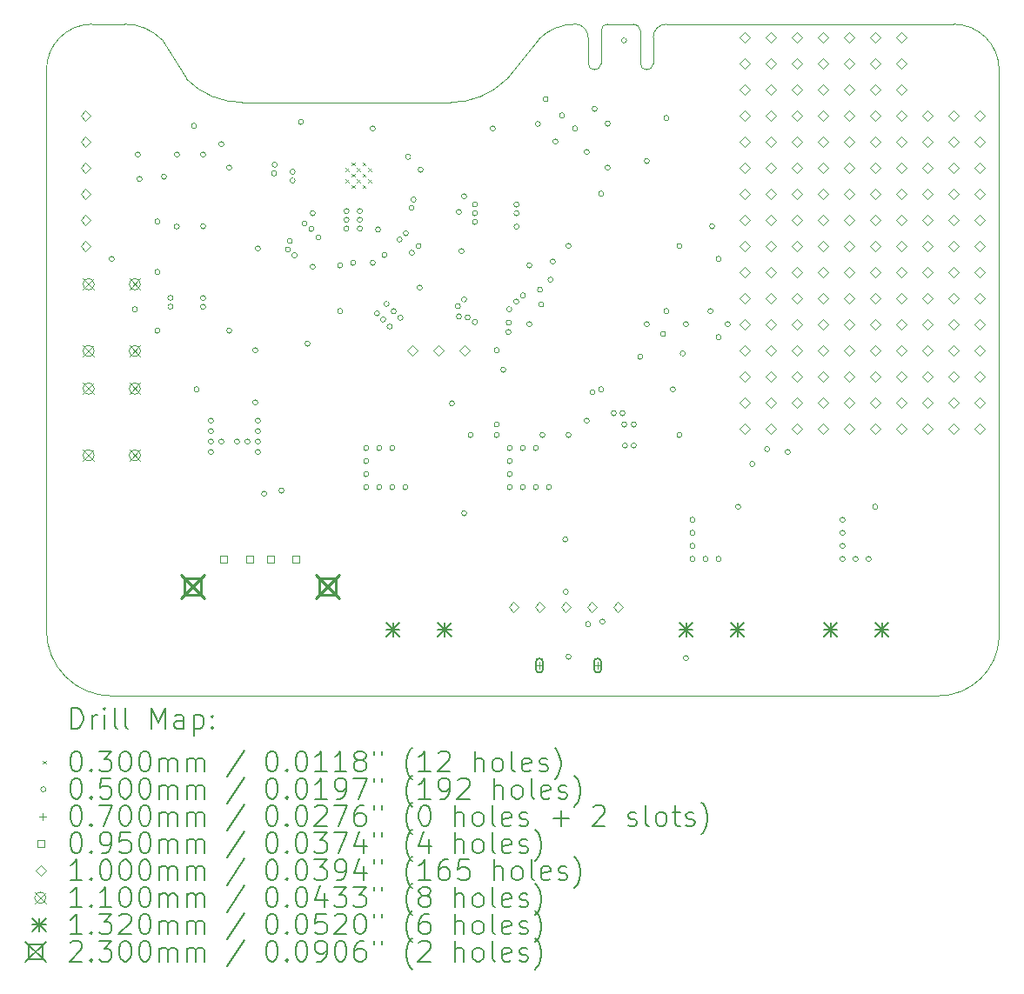
<source format=gbr>
%TF.GenerationSoftware,KiCad,Pcbnew,7.0.1*%
%TF.CreationDate,2023-04-16T19:55:31+01:00*%
%TF.ProjectId,lightweatherV3,6c696768-7477-4656-9174-68657256332e,rev?*%
%TF.SameCoordinates,Original*%
%TF.FileFunction,Drillmap*%
%TF.FilePolarity,Positive*%
%FSLAX45Y45*%
G04 Gerber Fmt 4.5, Leading zero omitted, Abs format (unit mm)*
G04 Created by KiCad (PCBNEW 7.0.1) date 2023-04-16 19:55:31*
%MOMM*%
%LPD*%
G01*
G04 APERTURE LIST*
%ADD10C,0.100000*%
%ADD11C,0.200000*%
%ADD12C,0.030000*%
%ADD13C,0.050000*%
%ADD14C,0.070002*%
%ADD15C,0.095000*%
%ADD16C,0.110000*%
%ADD17C,0.132000*%
%ADD18C,0.230000*%
G04 APERTURE END LIST*
D10*
X12730815Y-6380815D02*
X13043193Y-5990790D01*
X17081500Y-5842000D02*
X14287500Y-5842000D01*
X14160500Y-6223000D02*
X14160500Y-5969000D01*
X9621185Y-6380815D02*
G75*
G03*
X10160000Y-6604000I538815J538815D01*
G01*
X8255000Y-11742987D02*
X8255000Y-11049000D01*
X10223500Y-6604000D02*
X10160000Y-6604000D01*
X13525500Y-6223000D02*
G75*
G03*
X13652500Y-6223000I63500J0D01*
G01*
X13716000Y-5842000D02*
G75*
G03*
X13652500Y-5905500I0J-63500D01*
G01*
X14033500Y-5905500D02*
X14033500Y-6223000D01*
X8699500Y-5842000D02*
G75*
G03*
X8255000Y-6286500I0J-444500D01*
G01*
X16931389Y-12382497D02*
G75*
G03*
X17526000Y-11811000I2J595077D01*
G01*
X14033500Y-6223000D02*
G75*
G03*
X14160500Y-6223000I63500J0D01*
G01*
X9621185Y-6380815D02*
X9376210Y-5990790D01*
X10223500Y-6604000D02*
X12192000Y-6604000D01*
X13525560Y-5969000D02*
G75*
G03*
X13402403Y-5842000I-127060J0D01*
G01*
X8699500Y-5842000D02*
X9017000Y-5842000D01*
X13402403Y-5842002D02*
G75*
G03*
X13043193Y-5990790I-3J-507998D01*
G01*
X8255016Y-11742987D02*
G75*
G03*
X8890000Y-12382500I634984J-4513D01*
G01*
X12192000Y-6604000D02*
G75*
G03*
X12730815Y-6380815I0J762000D01*
G01*
X13716000Y-5842000D02*
X13970000Y-5842000D01*
X9376210Y-5990790D02*
G75*
G03*
X9017000Y-5842000I-359210J-359210D01*
G01*
X13652500Y-5905500D02*
X13652500Y-6223000D01*
X9144000Y-12382500D02*
X16931389Y-12382500D01*
X17526000Y-6286500D02*
G75*
G03*
X17081500Y-5842000I-444500J0D01*
G01*
X8255000Y-6286500D02*
X8255000Y-11049000D01*
X14287500Y-5842000D02*
G75*
G03*
X14160500Y-5969000I0J-127000D01*
G01*
X13525500Y-6223000D02*
X13525560Y-5969000D01*
X14033500Y-5905500D02*
G75*
G03*
X13970000Y-5842000I-63500J0D01*
G01*
X17526000Y-11811000D02*
X17526000Y-6286500D01*
X9144000Y-12382500D02*
X8890000Y-12382500D01*
D11*
D12*
X11167850Y-7245000D02*
X11197850Y-7275000D01*
X11197850Y-7245000D02*
X11167850Y-7275000D01*
X11167850Y-7355000D02*
X11197850Y-7385000D01*
X11197850Y-7355000D02*
X11167850Y-7385000D01*
X11222850Y-7190000D02*
X11252850Y-7220000D01*
X11252850Y-7190000D02*
X11222850Y-7220000D01*
X11222850Y-7300000D02*
X11252850Y-7330000D01*
X11252850Y-7300000D02*
X11222850Y-7330000D01*
X11222850Y-7410000D02*
X11252850Y-7440000D01*
X11252850Y-7410000D02*
X11222850Y-7440000D01*
X11277850Y-7245000D02*
X11307850Y-7275000D01*
X11307850Y-7245000D02*
X11277850Y-7275000D01*
X11277850Y-7355000D02*
X11307850Y-7385000D01*
X11307850Y-7355000D02*
X11277850Y-7385000D01*
X11332850Y-7190000D02*
X11362850Y-7220000D01*
X11362850Y-7190000D02*
X11332850Y-7220000D01*
X11332850Y-7300000D02*
X11362850Y-7330000D01*
X11362850Y-7300000D02*
X11332850Y-7330000D01*
X11332850Y-7410000D02*
X11362850Y-7440000D01*
X11362850Y-7410000D02*
X11332850Y-7440000D01*
X11387850Y-7245000D02*
X11417850Y-7275000D01*
X11417850Y-7245000D02*
X11387850Y-7275000D01*
X11387850Y-7355000D02*
X11417850Y-7385000D01*
X11417850Y-7355000D02*
X11387850Y-7385000D01*
D13*
X8915000Y-8128000D02*
G75*
G03*
X8915000Y-8128000I-25000J0D01*
G01*
X9140000Y-8618950D02*
G75*
G03*
X9140000Y-8618950I-25000J0D01*
G01*
X9169000Y-7112000D02*
G75*
G03*
X9169000Y-7112000I-25000J0D01*
G01*
X9185730Y-7349270D02*
G75*
G03*
X9185730Y-7349270I-25000J0D01*
G01*
X9359500Y-7763927D02*
G75*
G03*
X9359500Y-7763927I-25000J0D01*
G01*
X9359500Y-8255000D02*
G75*
G03*
X9359500Y-8255000I-25000J0D01*
G01*
X9359500Y-8826500D02*
G75*
G03*
X9359500Y-8826500I-25000J0D01*
G01*
X9423000Y-7327900D02*
G75*
G03*
X9423000Y-7327900I-25000J0D01*
G01*
X9486500Y-8507550D02*
G75*
G03*
X9486500Y-8507550I-25000J0D01*
G01*
X9486542Y-8592500D02*
G75*
G03*
X9486542Y-8592500I-25000J0D01*
G01*
X9547250Y-7813250D02*
G75*
G03*
X9547250Y-7813250I-25000J0D01*
G01*
X9550000Y-7112000D02*
G75*
G03*
X9550000Y-7112000I-25000J0D01*
G01*
X9715100Y-6832600D02*
G75*
G03*
X9715100Y-6832600I-25000J0D01*
G01*
X9740500Y-9398000D02*
G75*
G03*
X9740500Y-9398000I-25000J0D01*
G01*
X9804000Y-7112000D02*
G75*
G03*
X9804000Y-7112000I-25000J0D01*
G01*
X9804000Y-7810500D02*
G75*
G03*
X9804000Y-7810500I-25000J0D01*
G01*
X9804000Y-8509000D02*
G75*
G03*
X9804000Y-8509000I-25000J0D01*
G01*
X9804000Y-8593950D02*
G75*
G03*
X9804000Y-8593950I-25000J0D01*
G01*
X9880200Y-9702800D02*
G75*
G03*
X9880200Y-9702800I-25000J0D01*
G01*
X9880200Y-9804400D02*
G75*
G03*
X9880200Y-9804400I-25000J0D01*
G01*
X9880200Y-9906000D02*
G75*
G03*
X9880200Y-9906000I-25000J0D01*
G01*
X9880200Y-10007600D02*
G75*
G03*
X9880200Y-10007600I-25000J0D01*
G01*
X9981800Y-7010400D02*
G75*
G03*
X9981800Y-7010400I-25000J0D01*
G01*
X9981800Y-9906000D02*
G75*
G03*
X9981800Y-9906000I-25000J0D01*
G01*
X10058000Y-7239000D02*
G75*
G03*
X10058000Y-7239000I-25000J0D01*
G01*
X10058000Y-8826500D02*
G75*
G03*
X10058000Y-8826500I-25000J0D01*
G01*
X10134200Y-9906000D02*
G75*
G03*
X10134200Y-9906000I-25000J0D01*
G01*
X10235800Y-9906000D02*
G75*
G03*
X10235800Y-9906000I-25000J0D01*
G01*
X10312000Y-9017000D02*
G75*
G03*
X10312000Y-9017000I-25000J0D01*
G01*
X10312000Y-9525000D02*
G75*
G03*
X10312000Y-9525000I-25000J0D01*
G01*
X10337400Y-8026400D02*
G75*
G03*
X10337400Y-8026400I-25000J0D01*
G01*
X10337400Y-9702800D02*
G75*
G03*
X10337400Y-9702800I-25000J0D01*
G01*
X10337400Y-9804400D02*
G75*
G03*
X10337400Y-9804400I-25000J0D01*
G01*
X10337400Y-9906000D02*
G75*
G03*
X10337400Y-9906000I-25000J0D01*
G01*
X10337400Y-10007600D02*
G75*
G03*
X10337400Y-10007600I-25000J0D01*
G01*
X10398360Y-10414000D02*
G75*
G03*
X10398360Y-10414000I-25000J0D01*
G01*
X10495000Y-7295000D02*
G75*
G03*
X10495000Y-7295000I-25000J0D01*
G01*
X10501050Y-7210265D02*
G75*
G03*
X10501050Y-7210265I-25000J0D01*
G01*
X10566000Y-10383520D02*
G75*
G03*
X10566000Y-10383520I-25000J0D01*
G01*
X10629398Y-8036333D02*
G75*
G03*
X10629398Y-8036333I-25000J0D01*
G01*
X10648572Y-7953575D02*
G75*
G03*
X10648572Y-7953575I-25000J0D01*
G01*
X10675950Y-7279640D02*
G75*
G03*
X10675950Y-7279640I-25000J0D01*
G01*
X10675950Y-7364590D02*
G75*
G03*
X10675950Y-7364590I-25000J0D01*
G01*
X10693481Y-8092100D02*
G75*
G03*
X10693481Y-8092100I-25000J0D01*
G01*
X10756500Y-6794500D02*
G75*
G03*
X10756500Y-6794500I-25000J0D01*
G01*
X10790472Y-7784490D02*
G75*
G03*
X10790472Y-7784490I-25000J0D01*
G01*
X10820000Y-8953500D02*
G75*
G03*
X10820000Y-8953500I-25000J0D01*
G01*
X10858100Y-7835900D02*
G75*
G03*
X10858100Y-7835900I-25000J0D01*
G01*
X10870800Y-7683500D02*
G75*
G03*
X10870800Y-7683500I-25000J0D01*
G01*
X10870800Y-8204200D02*
G75*
G03*
X10870800Y-8204200I-25000J0D01*
G01*
X10926191Y-7920209D02*
G75*
G03*
X10926191Y-7920209I-25000J0D01*
G01*
X11137500Y-8191500D02*
G75*
G03*
X11137500Y-8191500I-25000J0D01*
G01*
X11137500Y-8636000D02*
G75*
G03*
X11137500Y-8636000I-25000J0D01*
G01*
X11198148Y-7831939D02*
G75*
G03*
X11198148Y-7831939I-25000J0D01*
G01*
X11199550Y-7662050D02*
G75*
G03*
X11199550Y-7662050I-25000J0D01*
G01*
X11199550Y-7747000D02*
G75*
G03*
X11199550Y-7747000I-25000J0D01*
G01*
X11264500Y-8166100D02*
G75*
G03*
X11264500Y-8166100I-25000J0D01*
G01*
X11329450Y-7662050D02*
G75*
G03*
X11329450Y-7662050I-25000J0D01*
G01*
X11329450Y-7747000D02*
G75*
G03*
X11329450Y-7747000I-25000J0D01*
G01*
X11329450Y-7831950D02*
G75*
G03*
X11329450Y-7831950I-25000J0D01*
G01*
X11391500Y-9969500D02*
G75*
G03*
X11391500Y-9969500I-25000J0D01*
G01*
X11391500Y-10096500D02*
G75*
G03*
X11391500Y-10096500I-25000J0D01*
G01*
X11391500Y-10223500D02*
G75*
G03*
X11391500Y-10223500I-25000J0D01*
G01*
X11391500Y-10350500D02*
G75*
G03*
X11391500Y-10350500I-25000J0D01*
G01*
X11455000Y-6858000D02*
G75*
G03*
X11455000Y-6858000I-25000J0D01*
G01*
X11455000Y-8166100D02*
G75*
G03*
X11455000Y-8166100I-25000J0D01*
G01*
X11496573Y-8657927D02*
G75*
G03*
X11496573Y-8657927I-25000J0D01*
G01*
X11505800Y-7840980D02*
G75*
G03*
X11505800Y-7840980I-25000J0D01*
G01*
X11518500Y-9969500D02*
G75*
G03*
X11518500Y-9969500I-25000J0D01*
G01*
X11518500Y-10350500D02*
G75*
G03*
X11518500Y-10350500I-25000J0D01*
G01*
X11556642Y-8717996D02*
G75*
G03*
X11556642Y-8717996I-25000J0D01*
G01*
X11569300Y-8089900D02*
G75*
G03*
X11569300Y-8089900I-25000J0D01*
G01*
X11588427Y-8566073D02*
G75*
G03*
X11588427Y-8566073I-25000J0D01*
G01*
X11620142Y-8786377D02*
G75*
G03*
X11620142Y-8786377I-25000J0D01*
G01*
X11645500Y-9969500D02*
G75*
G03*
X11645500Y-9969500I-25000J0D01*
G01*
X11645500Y-10350500D02*
G75*
G03*
X11645500Y-10350500I-25000J0D01*
G01*
X11659803Y-8637450D02*
G75*
G03*
X11659803Y-8637450I-25000J0D01*
G01*
X11717360Y-7938997D02*
G75*
G03*
X11717360Y-7938997I-25000J0D01*
G01*
X11723303Y-8700950D02*
G75*
G03*
X11723303Y-8700950I-25000J0D01*
G01*
X11772500Y-10350500D02*
G75*
G03*
X11772500Y-10350500I-25000J0D01*
G01*
X11777428Y-7878928D02*
G75*
G03*
X11777428Y-7878928I-25000J0D01*
G01*
X11799478Y-7134142D02*
G75*
G03*
X11799478Y-7134142I-25000J0D01*
G01*
X11832056Y-7632317D02*
G75*
G03*
X11832056Y-7632317I-25000J0D01*
G01*
X11836167Y-8067536D02*
G75*
G03*
X11836167Y-8067536I-25000J0D01*
G01*
X11853050Y-7550002D02*
G75*
G03*
X11853050Y-7550002I-25000J0D01*
G01*
X11901102Y-8002602D02*
G75*
G03*
X11901102Y-8002602I-25000J0D01*
G01*
X11912200Y-8407400D02*
G75*
G03*
X11912200Y-8407400I-25000J0D01*
G01*
X11920733Y-7260233D02*
G75*
G03*
X11920733Y-7260233I-25000J0D01*
G01*
X12225943Y-9533943D02*
G75*
G03*
X12225943Y-9533943I-25000J0D01*
G01*
X12283322Y-8588017D02*
G75*
G03*
X12283322Y-8588017I-25000J0D01*
G01*
X12293194Y-8687511D02*
G75*
G03*
X12293194Y-8687511I-25000J0D01*
G01*
X12293200Y-7670800D02*
G75*
G03*
X12293200Y-7670800I-25000J0D01*
G01*
X12318600Y-8051800D02*
G75*
G03*
X12318600Y-8051800I-25000J0D01*
G01*
X12344000Y-7518400D02*
G75*
G03*
X12344000Y-7518400I-25000J0D01*
G01*
X12344000Y-8523067D02*
G75*
G03*
X12344000Y-8523067I-25000J0D01*
G01*
X12344000Y-10604500D02*
G75*
G03*
X12344000Y-10604500I-25000J0D01*
G01*
X12377498Y-8697967D02*
G75*
G03*
X12377498Y-8697967I-25000J0D01*
G01*
X12407500Y-9842500D02*
G75*
G03*
X12407500Y-9842500I-25000J0D01*
G01*
X12449550Y-7598550D02*
G75*
G03*
X12449550Y-7598550I-25000J0D01*
G01*
X12449550Y-7683500D02*
G75*
G03*
X12449550Y-7683500I-25000J0D01*
G01*
X12449550Y-7768450D02*
G75*
G03*
X12449550Y-7768450I-25000J0D01*
G01*
X12449550Y-8742967D02*
G75*
G03*
X12449550Y-8742967I-25000J0D01*
G01*
X12623400Y-6858000D02*
G75*
G03*
X12623400Y-6858000I-25000J0D01*
G01*
X12661500Y-9017000D02*
G75*
G03*
X12661500Y-9017000I-25000J0D01*
G01*
X12661500Y-9740050D02*
G75*
G03*
X12661500Y-9740050I-25000J0D01*
G01*
X12661500Y-9842500D02*
G75*
G03*
X12661500Y-9842500I-25000J0D01*
G01*
X12725000Y-9207500D02*
G75*
G03*
X12725000Y-9207500I-25000J0D01*
G01*
X12775593Y-8839407D02*
G75*
G03*
X12775593Y-8839407I-25000J0D01*
G01*
X12778709Y-8747577D02*
G75*
G03*
X12778709Y-8747577I-25000J0D01*
G01*
X12784013Y-8617627D02*
G75*
G03*
X12784013Y-8617627I-25000J0D01*
G01*
X12788500Y-9969500D02*
G75*
G03*
X12788500Y-9969500I-25000J0D01*
G01*
X12788500Y-10096500D02*
G75*
G03*
X12788500Y-10096500I-25000J0D01*
G01*
X12788500Y-10223500D02*
G75*
G03*
X12788500Y-10223500I-25000J0D01*
G01*
X12788500Y-10350500D02*
G75*
G03*
X12788500Y-10350500I-25000J0D01*
G01*
X12851950Y-8543017D02*
G75*
G03*
X12851950Y-8543017I-25000J0D01*
G01*
X12853950Y-7598550D02*
G75*
G03*
X12853950Y-7598550I-25000J0D01*
G01*
X12853950Y-7683500D02*
G75*
G03*
X12853950Y-7683500I-25000J0D01*
G01*
X12853950Y-7813551D02*
G75*
G03*
X12853950Y-7813551I-25000J0D01*
G01*
X12915500Y-9969500D02*
G75*
G03*
X12915500Y-9969500I-25000J0D01*
G01*
X12915500Y-10350500D02*
G75*
G03*
X12915500Y-10350500I-25000J0D01*
G01*
X12916950Y-8483600D02*
G75*
G03*
X12916950Y-8483600I-25000J0D01*
G01*
X12979000Y-8191500D02*
G75*
G03*
X12979000Y-8191500I-25000J0D01*
G01*
X12979000Y-8763000D02*
G75*
G03*
X12979000Y-8763000I-25000J0D01*
G01*
X13042500Y-9969500D02*
G75*
G03*
X13042500Y-9969500I-25000J0D01*
G01*
X13042500Y-10350500D02*
G75*
G03*
X13042500Y-10350500I-25000J0D01*
G01*
X13061700Y-6813700D02*
G75*
G03*
X13061700Y-6813700I-25000J0D01*
G01*
X13083140Y-8427720D02*
G75*
G03*
X13083140Y-8427720I-25000J0D01*
G01*
X13094271Y-8572081D02*
G75*
G03*
X13094271Y-8572081I-25000J0D01*
G01*
X13106000Y-9842500D02*
G75*
G03*
X13106000Y-9842500I-25000J0D01*
G01*
X13137750Y-6572250D02*
G75*
G03*
X13137750Y-6572250I-25000J0D01*
G01*
X13169500Y-10350500D02*
G75*
G03*
X13169500Y-10350500I-25000J0D01*
G01*
X13184151Y-8329961D02*
G75*
G03*
X13184151Y-8329961I-25000J0D01*
G01*
X13207600Y-8153400D02*
G75*
G03*
X13207600Y-8153400I-25000J0D01*
G01*
X13233000Y-6985000D02*
G75*
G03*
X13233000Y-6985000I-25000J0D01*
G01*
X13296500Y-6731000D02*
G75*
G03*
X13296500Y-6731000I-25000J0D01*
G01*
X13328250Y-10858500D02*
G75*
G03*
X13328250Y-10858500I-25000J0D01*
G01*
X13334600Y-11368750D02*
G75*
G03*
X13334600Y-11368750I-25000J0D01*
G01*
X13360000Y-8001000D02*
G75*
G03*
X13360000Y-8001000I-25000J0D01*
G01*
X13360000Y-9842500D02*
G75*
G03*
X13360000Y-9842500I-25000J0D01*
G01*
X13360000Y-12001500D02*
G75*
G03*
X13360000Y-12001500I-25000J0D01*
G01*
X13423500Y-6858000D02*
G75*
G03*
X13423500Y-6858000I-25000J0D01*
G01*
X13537800Y-7086600D02*
G75*
G03*
X13537800Y-7086600I-25000J0D01*
G01*
X13537800Y-9702800D02*
G75*
G03*
X13537800Y-9702800I-25000J0D01*
G01*
X13550500Y-11684000D02*
G75*
G03*
X13550500Y-11684000I-25000J0D01*
G01*
X13593680Y-9425050D02*
G75*
G03*
X13593680Y-9425050I-25000J0D01*
G01*
X13614000Y-6667500D02*
G75*
G03*
X13614000Y-6667500I-25000J0D01*
G01*
X13677500Y-7493000D02*
G75*
G03*
X13677500Y-7493000I-25000J0D01*
G01*
X13677500Y-9398000D02*
G75*
G03*
X13677500Y-9398000I-25000J0D01*
G01*
X13690200Y-11658600D02*
G75*
G03*
X13690200Y-11658600I-25000J0D01*
G01*
X13741000Y-6810692D02*
G75*
G03*
X13741000Y-6810692I-25000J0D01*
G01*
X13741000Y-7239000D02*
G75*
G03*
X13741000Y-7239000I-25000J0D01*
G01*
X13799950Y-9629950D02*
G75*
G03*
X13799950Y-9629950I-25000J0D01*
G01*
X13884900Y-9629950D02*
G75*
G03*
X13884900Y-9629950I-25000J0D01*
G01*
X13899750Y-6000750D02*
G75*
G03*
X13899750Y-6000750I-25000J0D01*
G01*
X13903147Y-9740050D02*
G75*
G03*
X13903147Y-9740050I-25000J0D01*
G01*
X13910050Y-9944950D02*
G75*
G03*
X13910050Y-9944950I-25000J0D01*
G01*
X13995000Y-9740050D02*
G75*
G03*
X13995000Y-9740050I-25000J0D01*
G01*
X13995000Y-9944950D02*
G75*
G03*
X13995000Y-9944950I-25000J0D01*
G01*
X14058500Y-9080500D02*
G75*
G03*
X14058500Y-9080500I-25000J0D01*
G01*
X14122000Y-7175500D02*
G75*
G03*
X14122000Y-7175500I-25000J0D01*
G01*
X14122000Y-8763000D02*
G75*
G03*
X14122000Y-8763000I-25000J0D01*
G01*
X14280750Y-8858250D02*
G75*
G03*
X14280750Y-8858250I-25000J0D01*
G01*
X14312500Y-6756400D02*
G75*
G03*
X14312500Y-6756400I-25000J0D01*
G01*
X14312500Y-8636000D02*
G75*
G03*
X14312500Y-8636000I-25000J0D01*
G01*
X14376000Y-9398000D02*
G75*
G03*
X14376000Y-9398000I-25000J0D01*
G01*
X14439500Y-8002450D02*
G75*
G03*
X14439500Y-8002450I-25000J0D01*
G01*
X14439500Y-9842500D02*
G75*
G03*
X14439500Y-9842500I-25000J0D01*
G01*
X14471250Y-9048750D02*
G75*
G03*
X14471250Y-9048750I-25000J0D01*
G01*
X14503000Y-8763000D02*
G75*
G03*
X14503000Y-8763000I-25000J0D01*
G01*
X14503000Y-12014200D02*
G75*
G03*
X14503000Y-12014200I-25000J0D01*
G01*
X14566500Y-10668000D02*
G75*
G03*
X14566500Y-10668000I-25000J0D01*
G01*
X14566500Y-10795000D02*
G75*
G03*
X14566500Y-10795000I-25000J0D01*
G01*
X14566500Y-10922000D02*
G75*
G03*
X14566500Y-10922000I-25000J0D01*
G01*
X14566500Y-11049000D02*
G75*
G03*
X14566500Y-11049000I-25000J0D01*
G01*
X14693500Y-11049000D02*
G75*
G03*
X14693500Y-11049000I-25000J0D01*
G01*
X14741748Y-8636000D02*
G75*
G03*
X14741748Y-8636000I-25000J0D01*
G01*
X14757000Y-7810500D02*
G75*
G03*
X14757000Y-7810500I-25000J0D01*
G01*
X14820500Y-8128000D02*
G75*
G03*
X14820500Y-8128000I-25000J0D01*
G01*
X14820500Y-8890000D02*
G75*
G03*
X14820500Y-8890000I-25000J0D01*
G01*
X14820500Y-11049000D02*
G75*
G03*
X14820500Y-11049000I-25000J0D01*
G01*
X14909400Y-8763000D02*
G75*
G03*
X14909400Y-8763000I-25000J0D01*
G01*
X15011000Y-10541000D02*
G75*
G03*
X15011000Y-10541000I-25000J0D01*
G01*
X15148107Y-10124493D02*
G75*
G03*
X15148107Y-10124493I-25000J0D01*
G01*
X15292993Y-9979607D02*
G75*
G03*
X15292993Y-9979607I-25000J0D01*
G01*
X15493600Y-10007600D02*
G75*
G03*
X15493600Y-10007600I-25000J0D01*
G01*
X16027000Y-10668000D02*
G75*
G03*
X16027000Y-10668000I-25000J0D01*
G01*
X16027000Y-10795000D02*
G75*
G03*
X16027000Y-10795000I-25000J0D01*
G01*
X16027000Y-10922000D02*
G75*
G03*
X16027000Y-10922000I-25000J0D01*
G01*
X16027000Y-11049000D02*
G75*
G03*
X16027000Y-11049000I-25000J0D01*
G01*
X16154000Y-11049000D02*
G75*
G03*
X16154000Y-11049000I-25000J0D01*
G01*
X16281000Y-11049000D02*
G75*
G03*
X16281000Y-11049000I-25000J0D01*
G01*
X16344500Y-10541000D02*
G75*
G03*
X16344500Y-10541000I-25000J0D01*
G01*
D14*
X13052000Y-12051999D02*
X13052000Y-12122001D01*
X13016999Y-12087000D02*
X13087001Y-12087000D01*
D11*
X13087001Y-12121999D02*
X13087001Y-12052001D01*
X13087001Y-12052001D02*
G75*
G03*
X13016999Y-12052001I-35001J0D01*
G01*
X13016999Y-12052001D02*
X13016999Y-12121999D01*
X13016999Y-12121999D02*
G75*
G03*
X13087001Y-12121999I35001J0D01*
G01*
D14*
X13618000Y-12051999D02*
X13618000Y-12122001D01*
X13582999Y-12087000D02*
X13653001Y-12087000D01*
D11*
X13653001Y-12121999D02*
X13653001Y-12052001D01*
X13653001Y-12052001D02*
G75*
G03*
X13582999Y-12052001I-35001J0D01*
G01*
X13582999Y-12052001D02*
X13582999Y-12121999D01*
X13582999Y-12121999D02*
G75*
G03*
X13653001Y-12121999I35001J0D01*
G01*
D15*
X10015788Y-11082588D02*
X10015788Y-11015412D01*
X9948612Y-11015412D01*
X9948612Y-11082588D01*
X10015788Y-11082588D01*
X10265788Y-11082588D02*
X10265788Y-11015412D01*
X10198612Y-11015412D01*
X10198612Y-11082588D01*
X10265788Y-11082588D01*
X10465788Y-11082588D02*
X10465788Y-11015412D01*
X10398612Y-11015412D01*
X10398612Y-11082588D01*
X10465788Y-11082588D01*
X10715788Y-11082588D02*
X10715788Y-11015412D01*
X10648612Y-11015412D01*
X10648612Y-11082588D01*
X10715788Y-11082588D01*
D10*
X8636000Y-6781000D02*
X8686000Y-6731000D01*
X8636000Y-6681000D01*
X8586000Y-6731000D01*
X8636000Y-6781000D01*
X8636000Y-7035000D02*
X8686000Y-6985000D01*
X8636000Y-6935000D01*
X8586000Y-6985000D01*
X8636000Y-7035000D01*
X8636000Y-7289000D02*
X8686000Y-7239000D01*
X8636000Y-7189000D01*
X8586000Y-7239000D01*
X8636000Y-7289000D01*
X8636000Y-7543000D02*
X8686000Y-7493000D01*
X8636000Y-7443000D01*
X8586000Y-7493000D01*
X8636000Y-7543000D01*
X8636000Y-7797000D02*
X8686000Y-7747000D01*
X8636000Y-7697000D01*
X8586000Y-7747000D01*
X8636000Y-7797000D01*
X8636000Y-8051000D02*
X8686000Y-8001000D01*
X8636000Y-7951000D01*
X8586000Y-8001000D01*
X8636000Y-8051000D01*
X11812500Y-9067000D02*
X11862500Y-9017000D01*
X11812500Y-8967000D01*
X11762500Y-9017000D01*
X11812500Y-9067000D01*
X12066500Y-9067000D02*
X12116500Y-9017000D01*
X12066500Y-8967000D01*
X12016500Y-9017000D01*
X12066500Y-9067000D01*
X12320500Y-9067000D02*
X12370500Y-9017000D01*
X12320500Y-8967000D01*
X12270500Y-9017000D01*
X12320500Y-9067000D01*
X12801600Y-11563820D02*
X12851600Y-11513820D01*
X12801600Y-11463820D01*
X12751600Y-11513820D01*
X12801600Y-11563820D01*
X13055600Y-11563820D02*
X13105600Y-11513820D01*
X13055600Y-11463820D01*
X13005600Y-11513820D01*
X13055600Y-11563820D01*
X13309600Y-11563820D02*
X13359600Y-11513820D01*
X13309600Y-11463820D01*
X13259600Y-11513820D01*
X13309600Y-11563820D01*
X13563600Y-11563820D02*
X13613600Y-11513820D01*
X13563600Y-11463820D01*
X13513600Y-11513820D01*
X13563600Y-11563820D01*
X13817600Y-11563820D02*
X13867600Y-11513820D01*
X13817600Y-11463820D01*
X13767600Y-11513820D01*
X13817600Y-11563820D01*
X15049500Y-6019000D02*
X15099500Y-5969000D01*
X15049500Y-5919000D01*
X14999500Y-5969000D01*
X15049500Y-6019000D01*
X15049500Y-6273000D02*
X15099500Y-6223000D01*
X15049500Y-6173000D01*
X14999500Y-6223000D01*
X15049500Y-6273000D01*
X15049500Y-6527000D02*
X15099500Y-6477000D01*
X15049500Y-6427000D01*
X14999500Y-6477000D01*
X15049500Y-6527000D01*
X15049500Y-6781000D02*
X15099500Y-6731000D01*
X15049500Y-6681000D01*
X14999500Y-6731000D01*
X15049500Y-6781000D01*
X15049500Y-7035000D02*
X15099500Y-6985000D01*
X15049500Y-6935000D01*
X14999500Y-6985000D01*
X15049500Y-7035000D01*
X15049500Y-7289000D02*
X15099500Y-7239000D01*
X15049500Y-7189000D01*
X14999500Y-7239000D01*
X15049500Y-7289000D01*
X15049500Y-7543000D02*
X15099500Y-7493000D01*
X15049500Y-7443000D01*
X14999500Y-7493000D01*
X15049500Y-7543000D01*
X15049500Y-7797000D02*
X15099500Y-7747000D01*
X15049500Y-7697000D01*
X14999500Y-7747000D01*
X15049500Y-7797000D01*
X15049500Y-8051000D02*
X15099500Y-8001000D01*
X15049500Y-7951000D01*
X14999500Y-8001000D01*
X15049500Y-8051000D01*
X15049500Y-8305000D02*
X15099500Y-8255000D01*
X15049500Y-8205000D01*
X14999500Y-8255000D01*
X15049500Y-8305000D01*
X15049500Y-8559000D02*
X15099500Y-8509000D01*
X15049500Y-8459000D01*
X14999500Y-8509000D01*
X15049500Y-8559000D01*
X15049500Y-8813000D02*
X15099500Y-8763000D01*
X15049500Y-8713000D01*
X14999500Y-8763000D01*
X15049500Y-8813000D01*
X15049500Y-9067000D02*
X15099500Y-9017000D01*
X15049500Y-8967000D01*
X14999500Y-9017000D01*
X15049500Y-9067000D01*
X15049500Y-9321000D02*
X15099500Y-9271000D01*
X15049500Y-9221000D01*
X14999500Y-9271000D01*
X15049500Y-9321000D01*
X15049500Y-9575000D02*
X15099500Y-9525000D01*
X15049500Y-9475000D01*
X14999500Y-9525000D01*
X15049500Y-9575000D01*
X15049500Y-9829000D02*
X15099500Y-9779000D01*
X15049500Y-9729000D01*
X14999500Y-9779000D01*
X15049500Y-9829000D01*
X15303500Y-6019000D02*
X15353500Y-5969000D01*
X15303500Y-5919000D01*
X15253500Y-5969000D01*
X15303500Y-6019000D01*
X15303500Y-6273000D02*
X15353500Y-6223000D01*
X15303500Y-6173000D01*
X15253500Y-6223000D01*
X15303500Y-6273000D01*
X15303500Y-6527000D02*
X15353500Y-6477000D01*
X15303500Y-6427000D01*
X15253500Y-6477000D01*
X15303500Y-6527000D01*
X15303500Y-6781000D02*
X15353500Y-6731000D01*
X15303500Y-6681000D01*
X15253500Y-6731000D01*
X15303500Y-6781000D01*
X15303500Y-7035000D02*
X15353500Y-6985000D01*
X15303500Y-6935000D01*
X15253500Y-6985000D01*
X15303500Y-7035000D01*
X15303500Y-7289000D02*
X15353500Y-7239000D01*
X15303500Y-7189000D01*
X15253500Y-7239000D01*
X15303500Y-7289000D01*
X15303500Y-7543000D02*
X15353500Y-7493000D01*
X15303500Y-7443000D01*
X15253500Y-7493000D01*
X15303500Y-7543000D01*
X15303500Y-7797000D02*
X15353500Y-7747000D01*
X15303500Y-7697000D01*
X15253500Y-7747000D01*
X15303500Y-7797000D01*
X15303500Y-8051000D02*
X15353500Y-8001000D01*
X15303500Y-7951000D01*
X15253500Y-8001000D01*
X15303500Y-8051000D01*
X15303500Y-8305000D02*
X15353500Y-8255000D01*
X15303500Y-8205000D01*
X15253500Y-8255000D01*
X15303500Y-8305000D01*
X15303500Y-8559000D02*
X15353500Y-8509000D01*
X15303500Y-8459000D01*
X15253500Y-8509000D01*
X15303500Y-8559000D01*
X15303500Y-8813000D02*
X15353500Y-8763000D01*
X15303500Y-8713000D01*
X15253500Y-8763000D01*
X15303500Y-8813000D01*
X15303500Y-9067000D02*
X15353500Y-9017000D01*
X15303500Y-8967000D01*
X15253500Y-9017000D01*
X15303500Y-9067000D01*
X15303500Y-9321000D02*
X15353500Y-9271000D01*
X15303500Y-9221000D01*
X15253500Y-9271000D01*
X15303500Y-9321000D01*
X15303500Y-9575000D02*
X15353500Y-9525000D01*
X15303500Y-9475000D01*
X15253500Y-9525000D01*
X15303500Y-9575000D01*
X15303500Y-9829000D02*
X15353500Y-9779000D01*
X15303500Y-9729000D01*
X15253500Y-9779000D01*
X15303500Y-9829000D01*
X15557500Y-6019000D02*
X15607500Y-5969000D01*
X15557500Y-5919000D01*
X15507500Y-5969000D01*
X15557500Y-6019000D01*
X15557500Y-6273000D02*
X15607500Y-6223000D01*
X15557500Y-6173000D01*
X15507500Y-6223000D01*
X15557500Y-6273000D01*
X15557500Y-6527000D02*
X15607500Y-6477000D01*
X15557500Y-6427000D01*
X15507500Y-6477000D01*
X15557500Y-6527000D01*
X15557500Y-6781000D02*
X15607500Y-6731000D01*
X15557500Y-6681000D01*
X15507500Y-6731000D01*
X15557500Y-6781000D01*
X15557500Y-7035000D02*
X15607500Y-6985000D01*
X15557500Y-6935000D01*
X15507500Y-6985000D01*
X15557500Y-7035000D01*
X15557500Y-7289000D02*
X15607500Y-7239000D01*
X15557500Y-7189000D01*
X15507500Y-7239000D01*
X15557500Y-7289000D01*
X15557500Y-7543000D02*
X15607500Y-7493000D01*
X15557500Y-7443000D01*
X15507500Y-7493000D01*
X15557500Y-7543000D01*
X15557500Y-7797000D02*
X15607500Y-7747000D01*
X15557500Y-7697000D01*
X15507500Y-7747000D01*
X15557500Y-7797000D01*
X15557500Y-8051000D02*
X15607500Y-8001000D01*
X15557500Y-7951000D01*
X15507500Y-8001000D01*
X15557500Y-8051000D01*
X15557500Y-8305000D02*
X15607500Y-8255000D01*
X15557500Y-8205000D01*
X15507500Y-8255000D01*
X15557500Y-8305000D01*
X15557500Y-8559000D02*
X15607500Y-8509000D01*
X15557500Y-8459000D01*
X15507500Y-8509000D01*
X15557500Y-8559000D01*
X15557500Y-8813000D02*
X15607500Y-8763000D01*
X15557500Y-8713000D01*
X15507500Y-8763000D01*
X15557500Y-8813000D01*
X15557500Y-9067000D02*
X15607500Y-9017000D01*
X15557500Y-8967000D01*
X15507500Y-9017000D01*
X15557500Y-9067000D01*
X15557500Y-9321000D02*
X15607500Y-9271000D01*
X15557500Y-9221000D01*
X15507500Y-9271000D01*
X15557500Y-9321000D01*
X15557500Y-9575000D02*
X15607500Y-9525000D01*
X15557500Y-9475000D01*
X15507500Y-9525000D01*
X15557500Y-9575000D01*
X15557500Y-9829000D02*
X15607500Y-9779000D01*
X15557500Y-9729000D01*
X15507500Y-9779000D01*
X15557500Y-9829000D01*
X15811500Y-6019000D02*
X15861500Y-5969000D01*
X15811500Y-5919000D01*
X15761500Y-5969000D01*
X15811500Y-6019000D01*
X15811500Y-6273000D02*
X15861500Y-6223000D01*
X15811500Y-6173000D01*
X15761500Y-6223000D01*
X15811500Y-6273000D01*
X15811500Y-6527000D02*
X15861500Y-6477000D01*
X15811500Y-6427000D01*
X15761500Y-6477000D01*
X15811500Y-6527000D01*
X15811500Y-6781000D02*
X15861500Y-6731000D01*
X15811500Y-6681000D01*
X15761500Y-6731000D01*
X15811500Y-6781000D01*
X15811500Y-7035000D02*
X15861500Y-6985000D01*
X15811500Y-6935000D01*
X15761500Y-6985000D01*
X15811500Y-7035000D01*
X15811500Y-7289000D02*
X15861500Y-7239000D01*
X15811500Y-7189000D01*
X15761500Y-7239000D01*
X15811500Y-7289000D01*
X15811500Y-7543000D02*
X15861500Y-7493000D01*
X15811500Y-7443000D01*
X15761500Y-7493000D01*
X15811500Y-7543000D01*
X15811500Y-7797000D02*
X15861500Y-7747000D01*
X15811500Y-7697000D01*
X15761500Y-7747000D01*
X15811500Y-7797000D01*
X15811500Y-8051000D02*
X15861500Y-8001000D01*
X15811500Y-7951000D01*
X15761500Y-8001000D01*
X15811500Y-8051000D01*
X15811500Y-8305000D02*
X15861500Y-8255000D01*
X15811500Y-8205000D01*
X15761500Y-8255000D01*
X15811500Y-8305000D01*
X15811500Y-8559000D02*
X15861500Y-8509000D01*
X15811500Y-8459000D01*
X15761500Y-8509000D01*
X15811500Y-8559000D01*
X15811500Y-8813000D02*
X15861500Y-8763000D01*
X15811500Y-8713000D01*
X15761500Y-8763000D01*
X15811500Y-8813000D01*
X15811500Y-9067000D02*
X15861500Y-9017000D01*
X15811500Y-8967000D01*
X15761500Y-9017000D01*
X15811500Y-9067000D01*
X15811500Y-9321000D02*
X15861500Y-9271000D01*
X15811500Y-9221000D01*
X15761500Y-9271000D01*
X15811500Y-9321000D01*
X15811500Y-9575000D02*
X15861500Y-9525000D01*
X15811500Y-9475000D01*
X15761500Y-9525000D01*
X15811500Y-9575000D01*
X15811500Y-9829000D02*
X15861500Y-9779000D01*
X15811500Y-9729000D01*
X15761500Y-9779000D01*
X15811500Y-9829000D01*
X16065500Y-6019000D02*
X16115500Y-5969000D01*
X16065500Y-5919000D01*
X16015500Y-5969000D01*
X16065500Y-6019000D01*
X16065500Y-6273000D02*
X16115500Y-6223000D01*
X16065500Y-6173000D01*
X16015500Y-6223000D01*
X16065500Y-6273000D01*
X16065500Y-6527000D02*
X16115500Y-6477000D01*
X16065500Y-6427000D01*
X16015500Y-6477000D01*
X16065500Y-6527000D01*
X16065500Y-6781000D02*
X16115500Y-6731000D01*
X16065500Y-6681000D01*
X16015500Y-6731000D01*
X16065500Y-6781000D01*
X16065500Y-7035000D02*
X16115500Y-6985000D01*
X16065500Y-6935000D01*
X16015500Y-6985000D01*
X16065500Y-7035000D01*
X16065500Y-7289000D02*
X16115500Y-7239000D01*
X16065500Y-7189000D01*
X16015500Y-7239000D01*
X16065500Y-7289000D01*
X16065500Y-7543000D02*
X16115500Y-7493000D01*
X16065500Y-7443000D01*
X16015500Y-7493000D01*
X16065500Y-7543000D01*
X16065500Y-7797000D02*
X16115500Y-7747000D01*
X16065500Y-7697000D01*
X16015500Y-7747000D01*
X16065500Y-7797000D01*
X16065500Y-8051000D02*
X16115500Y-8001000D01*
X16065500Y-7951000D01*
X16015500Y-8001000D01*
X16065500Y-8051000D01*
X16065500Y-8305000D02*
X16115500Y-8255000D01*
X16065500Y-8205000D01*
X16015500Y-8255000D01*
X16065500Y-8305000D01*
X16065500Y-8559000D02*
X16115500Y-8509000D01*
X16065500Y-8459000D01*
X16015500Y-8509000D01*
X16065500Y-8559000D01*
X16065500Y-8813000D02*
X16115500Y-8763000D01*
X16065500Y-8713000D01*
X16015500Y-8763000D01*
X16065500Y-8813000D01*
X16065500Y-9067000D02*
X16115500Y-9017000D01*
X16065500Y-8967000D01*
X16015500Y-9017000D01*
X16065500Y-9067000D01*
X16065500Y-9321000D02*
X16115500Y-9271000D01*
X16065500Y-9221000D01*
X16015500Y-9271000D01*
X16065500Y-9321000D01*
X16065500Y-9575000D02*
X16115500Y-9525000D01*
X16065500Y-9475000D01*
X16015500Y-9525000D01*
X16065500Y-9575000D01*
X16065500Y-9829000D02*
X16115500Y-9779000D01*
X16065500Y-9729000D01*
X16015500Y-9779000D01*
X16065500Y-9829000D01*
X16319500Y-6019000D02*
X16369500Y-5969000D01*
X16319500Y-5919000D01*
X16269500Y-5969000D01*
X16319500Y-6019000D01*
X16319500Y-6273000D02*
X16369500Y-6223000D01*
X16319500Y-6173000D01*
X16269500Y-6223000D01*
X16319500Y-6273000D01*
X16319500Y-6527000D02*
X16369500Y-6477000D01*
X16319500Y-6427000D01*
X16269500Y-6477000D01*
X16319500Y-6527000D01*
X16319500Y-6781000D02*
X16369500Y-6731000D01*
X16319500Y-6681000D01*
X16269500Y-6731000D01*
X16319500Y-6781000D01*
X16319500Y-7035000D02*
X16369500Y-6985000D01*
X16319500Y-6935000D01*
X16269500Y-6985000D01*
X16319500Y-7035000D01*
X16319500Y-7289000D02*
X16369500Y-7239000D01*
X16319500Y-7189000D01*
X16269500Y-7239000D01*
X16319500Y-7289000D01*
X16319500Y-7543000D02*
X16369500Y-7493000D01*
X16319500Y-7443000D01*
X16269500Y-7493000D01*
X16319500Y-7543000D01*
X16319500Y-7797000D02*
X16369500Y-7747000D01*
X16319500Y-7697000D01*
X16269500Y-7747000D01*
X16319500Y-7797000D01*
X16319500Y-8051000D02*
X16369500Y-8001000D01*
X16319500Y-7951000D01*
X16269500Y-8001000D01*
X16319500Y-8051000D01*
X16319500Y-8305000D02*
X16369500Y-8255000D01*
X16319500Y-8205000D01*
X16269500Y-8255000D01*
X16319500Y-8305000D01*
X16319500Y-8559000D02*
X16369500Y-8509000D01*
X16319500Y-8459000D01*
X16269500Y-8509000D01*
X16319500Y-8559000D01*
X16319500Y-8813000D02*
X16369500Y-8763000D01*
X16319500Y-8713000D01*
X16269500Y-8763000D01*
X16319500Y-8813000D01*
X16319500Y-9067000D02*
X16369500Y-9017000D01*
X16319500Y-8967000D01*
X16269500Y-9017000D01*
X16319500Y-9067000D01*
X16319500Y-9321000D02*
X16369500Y-9271000D01*
X16319500Y-9221000D01*
X16269500Y-9271000D01*
X16319500Y-9321000D01*
X16319500Y-9575000D02*
X16369500Y-9525000D01*
X16319500Y-9475000D01*
X16269500Y-9525000D01*
X16319500Y-9575000D01*
X16319500Y-9829000D02*
X16369500Y-9779000D01*
X16319500Y-9729000D01*
X16269500Y-9779000D01*
X16319500Y-9829000D01*
X16573500Y-6019000D02*
X16623500Y-5969000D01*
X16573500Y-5919000D01*
X16523500Y-5969000D01*
X16573500Y-6019000D01*
X16573500Y-6273000D02*
X16623500Y-6223000D01*
X16573500Y-6173000D01*
X16523500Y-6223000D01*
X16573500Y-6273000D01*
X16573500Y-6527000D02*
X16623500Y-6477000D01*
X16573500Y-6427000D01*
X16523500Y-6477000D01*
X16573500Y-6527000D01*
X16573500Y-6781000D02*
X16623500Y-6731000D01*
X16573500Y-6681000D01*
X16523500Y-6731000D01*
X16573500Y-6781000D01*
X16573500Y-7035000D02*
X16623500Y-6985000D01*
X16573500Y-6935000D01*
X16523500Y-6985000D01*
X16573500Y-7035000D01*
X16573500Y-7289000D02*
X16623500Y-7239000D01*
X16573500Y-7189000D01*
X16523500Y-7239000D01*
X16573500Y-7289000D01*
X16573500Y-7543000D02*
X16623500Y-7493000D01*
X16573500Y-7443000D01*
X16523500Y-7493000D01*
X16573500Y-7543000D01*
X16573500Y-7797000D02*
X16623500Y-7747000D01*
X16573500Y-7697000D01*
X16523500Y-7747000D01*
X16573500Y-7797000D01*
X16573500Y-8051000D02*
X16623500Y-8001000D01*
X16573500Y-7951000D01*
X16523500Y-8001000D01*
X16573500Y-8051000D01*
X16573500Y-8305000D02*
X16623500Y-8255000D01*
X16573500Y-8205000D01*
X16523500Y-8255000D01*
X16573500Y-8305000D01*
X16573500Y-8559000D02*
X16623500Y-8509000D01*
X16573500Y-8459000D01*
X16523500Y-8509000D01*
X16573500Y-8559000D01*
X16573500Y-8813000D02*
X16623500Y-8763000D01*
X16573500Y-8713000D01*
X16523500Y-8763000D01*
X16573500Y-8813000D01*
X16573500Y-9067000D02*
X16623500Y-9017000D01*
X16573500Y-8967000D01*
X16523500Y-9017000D01*
X16573500Y-9067000D01*
X16573500Y-9321000D02*
X16623500Y-9271000D01*
X16573500Y-9221000D01*
X16523500Y-9271000D01*
X16573500Y-9321000D01*
X16573500Y-9575000D02*
X16623500Y-9525000D01*
X16573500Y-9475000D01*
X16523500Y-9525000D01*
X16573500Y-9575000D01*
X16573500Y-9829000D02*
X16623500Y-9779000D01*
X16573500Y-9729000D01*
X16523500Y-9779000D01*
X16573500Y-9829000D01*
X16827500Y-6781000D02*
X16877500Y-6731000D01*
X16827500Y-6681000D01*
X16777500Y-6731000D01*
X16827500Y-6781000D01*
X16827500Y-7035000D02*
X16877500Y-6985000D01*
X16827500Y-6935000D01*
X16777500Y-6985000D01*
X16827500Y-7035000D01*
X16827500Y-7289000D02*
X16877500Y-7239000D01*
X16827500Y-7189000D01*
X16777500Y-7239000D01*
X16827500Y-7289000D01*
X16827500Y-7543000D02*
X16877500Y-7493000D01*
X16827500Y-7443000D01*
X16777500Y-7493000D01*
X16827500Y-7543000D01*
X16827500Y-7797000D02*
X16877500Y-7747000D01*
X16827500Y-7697000D01*
X16777500Y-7747000D01*
X16827500Y-7797000D01*
X16827500Y-8051000D02*
X16877500Y-8001000D01*
X16827500Y-7951000D01*
X16777500Y-8001000D01*
X16827500Y-8051000D01*
X16827500Y-8305000D02*
X16877500Y-8255000D01*
X16827500Y-8205000D01*
X16777500Y-8255000D01*
X16827500Y-8305000D01*
X16827500Y-8559000D02*
X16877500Y-8509000D01*
X16827500Y-8459000D01*
X16777500Y-8509000D01*
X16827500Y-8559000D01*
X16827500Y-8813000D02*
X16877500Y-8763000D01*
X16827500Y-8713000D01*
X16777500Y-8763000D01*
X16827500Y-8813000D01*
X16827500Y-9067000D02*
X16877500Y-9017000D01*
X16827500Y-8967000D01*
X16777500Y-9017000D01*
X16827500Y-9067000D01*
X16827500Y-9321000D02*
X16877500Y-9271000D01*
X16827500Y-9221000D01*
X16777500Y-9271000D01*
X16827500Y-9321000D01*
X16827500Y-9575000D02*
X16877500Y-9525000D01*
X16827500Y-9475000D01*
X16777500Y-9525000D01*
X16827500Y-9575000D01*
X16827500Y-9829000D02*
X16877500Y-9779000D01*
X16827500Y-9729000D01*
X16777500Y-9779000D01*
X16827500Y-9829000D01*
X17081500Y-6781000D02*
X17131500Y-6731000D01*
X17081500Y-6681000D01*
X17031500Y-6731000D01*
X17081500Y-6781000D01*
X17081500Y-7035000D02*
X17131500Y-6985000D01*
X17081500Y-6935000D01*
X17031500Y-6985000D01*
X17081500Y-7035000D01*
X17081500Y-7289000D02*
X17131500Y-7239000D01*
X17081500Y-7189000D01*
X17031500Y-7239000D01*
X17081500Y-7289000D01*
X17081500Y-7543000D02*
X17131500Y-7493000D01*
X17081500Y-7443000D01*
X17031500Y-7493000D01*
X17081500Y-7543000D01*
X17081500Y-7797000D02*
X17131500Y-7747000D01*
X17081500Y-7697000D01*
X17031500Y-7747000D01*
X17081500Y-7797000D01*
X17081500Y-8051000D02*
X17131500Y-8001000D01*
X17081500Y-7951000D01*
X17031500Y-8001000D01*
X17081500Y-8051000D01*
X17081500Y-8305000D02*
X17131500Y-8255000D01*
X17081500Y-8205000D01*
X17031500Y-8255000D01*
X17081500Y-8305000D01*
X17081500Y-8559000D02*
X17131500Y-8509000D01*
X17081500Y-8459000D01*
X17031500Y-8509000D01*
X17081500Y-8559000D01*
X17081500Y-8813000D02*
X17131500Y-8763000D01*
X17081500Y-8713000D01*
X17031500Y-8763000D01*
X17081500Y-8813000D01*
X17081500Y-9067000D02*
X17131500Y-9017000D01*
X17081500Y-8967000D01*
X17031500Y-9017000D01*
X17081500Y-9067000D01*
X17081500Y-9321000D02*
X17131500Y-9271000D01*
X17081500Y-9221000D01*
X17031500Y-9271000D01*
X17081500Y-9321000D01*
X17081500Y-9575000D02*
X17131500Y-9525000D01*
X17081500Y-9475000D01*
X17031500Y-9525000D01*
X17081500Y-9575000D01*
X17081500Y-9829000D02*
X17131500Y-9779000D01*
X17081500Y-9729000D01*
X17031500Y-9779000D01*
X17081500Y-9829000D01*
X17335500Y-6781000D02*
X17385500Y-6731000D01*
X17335500Y-6681000D01*
X17285500Y-6731000D01*
X17335500Y-6781000D01*
X17335500Y-7035000D02*
X17385500Y-6985000D01*
X17335500Y-6935000D01*
X17285500Y-6985000D01*
X17335500Y-7035000D01*
X17335500Y-7289000D02*
X17385500Y-7239000D01*
X17335500Y-7189000D01*
X17285500Y-7239000D01*
X17335500Y-7289000D01*
X17335500Y-7543000D02*
X17385500Y-7493000D01*
X17335500Y-7443000D01*
X17285500Y-7493000D01*
X17335500Y-7543000D01*
X17335500Y-7797000D02*
X17385500Y-7747000D01*
X17335500Y-7697000D01*
X17285500Y-7747000D01*
X17335500Y-7797000D01*
X17335500Y-8051000D02*
X17385500Y-8001000D01*
X17335500Y-7951000D01*
X17285500Y-8001000D01*
X17335500Y-8051000D01*
X17335500Y-8305000D02*
X17385500Y-8255000D01*
X17335500Y-8205000D01*
X17285500Y-8255000D01*
X17335500Y-8305000D01*
X17335500Y-8559000D02*
X17385500Y-8509000D01*
X17335500Y-8459000D01*
X17285500Y-8509000D01*
X17335500Y-8559000D01*
X17335500Y-8813000D02*
X17385500Y-8763000D01*
X17335500Y-8713000D01*
X17285500Y-8763000D01*
X17335500Y-8813000D01*
X17335500Y-9067000D02*
X17385500Y-9017000D01*
X17335500Y-8967000D01*
X17285500Y-9017000D01*
X17335500Y-9067000D01*
X17335500Y-9321000D02*
X17385500Y-9271000D01*
X17335500Y-9221000D01*
X17285500Y-9271000D01*
X17335500Y-9321000D01*
X17335500Y-9575000D02*
X17385500Y-9525000D01*
X17335500Y-9475000D01*
X17285500Y-9525000D01*
X17335500Y-9575000D01*
X17335500Y-9829000D02*
X17385500Y-9779000D01*
X17335500Y-9729000D01*
X17285500Y-9779000D01*
X17335500Y-9829000D01*
D16*
X8610000Y-8319500D02*
X8720000Y-8429500D01*
X8720000Y-8319500D02*
X8610000Y-8429500D01*
X8720000Y-8374500D02*
G75*
G03*
X8720000Y-8374500I-55000J0D01*
G01*
X8610000Y-8969500D02*
X8720000Y-9079500D01*
X8720000Y-8969500D02*
X8610000Y-9079500D01*
X8720000Y-9024500D02*
G75*
G03*
X8720000Y-9024500I-55000J0D01*
G01*
X8610000Y-9335500D02*
X8720000Y-9445500D01*
X8720000Y-9335500D02*
X8610000Y-9445500D01*
X8720000Y-9390500D02*
G75*
G03*
X8720000Y-9390500I-55000J0D01*
G01*
X8610000Y-9985500D02*
X8720000Y-10095500D01*
X8720000Y-9985500D02*
X8610000Y-10095500D01*
X8720000Y-10040500D02*
G75*
G03*
X8720000Y-10040500I-55000J0D01*
G01*
X9060000Y-8319500D02*
X9170000Y-8429500D01*
X9170000Y-8319500D02*
X9060000Y-8429500D01*
X9170000Y-8374500D02*
G75*
G03*
X9170000Y-8374500I-55000J0D01*
G01*
X9060000Y-8969500D02*
X9170000Y-9079500D01*
X9170000Y-8969500D02*
X9060000Y-9079500D01*
X9170000Y-9024500D02*
G75*
G03*
X9170000Y-9024500I-55000J0D01*
G01*
X9060000Y-9335500D02*
X9170000Y-9445500D01*
X9170000Y-9335500D02*
X9060000Y-9445500D01*
X9170000Y-9390500D02*
G75*
G03*
X9170000Y-9390500I-55000J0D01*
G01*
X9060000Y-9985500D02*
X9170000Y-10095500D01*
X9170000Y-9985500D02*
X9060000Y-10095500D01*
X9170000Y-10040500D02*
G75*
G03*
X9170000Y-10040500I-55000J0D01*
G01*
D17*
X11561000Y-11670000D02*
X11693000Y-11802000D01*
X11693000Y-11670000D02*
X11561000Y-11802000D01*
X11627000Y-11670000D02*
X11627000Y-11802000D01*
X11561000Y-11736000D02*
X11693000Y-11736000D01*
X12061000Y-11670000D02*
X12193000Y-11802000D01*
X12193000Y-11670000D02*
X12061000Y-11802000D01*
X12127000Y-11670000D02*
X12127000Y-11802000D01*
X12061000Y-11736000D02*
X12193000Y-11736000D01*
X14413000Y-11671000D02*
X14545000Y-11803000D01*
X14545000Y-11671000D02*
X14413000Y-11803000D01*
X14479000Y-11671000D02*
X14479000Y-11803000D01*
X14413000Y-11737000D02*
X14545000Y-11737000D01*
X14913000Y-11671000D02*
X15045000Y-11803000D01*
X15045000Y-11671000D02*
X14913000Y-11803000D01*
X14979000Y-11671000D02*
X14979000Y-11803000D01*
X14913000Y-11737000D02*
X15045000Y-11737000D01*
X15819000Y-11671000D02*
X15951000Y-11803000D01*
X15951000Y-11671000D02*
X15819000Y-11803000D01*
X15885000Y-11671000D02*
X15885000Y-11803000D01*
X15819000Y-11737000D02*
X15951000Y-11737000D01*
X16319000Y-11671000D02*
X16451000Y-11803000D01*
X16451000Y-11671000D02*
X16319000Y-11803000D01*
X16385000Y-11671000D02*
X16385000Y-11803000D01*
X16319000Y-11737000D02*
X16451000Y-11737000D01*
D18*
X9560200Y-11205000D02*
X9790200Y-11435000D01*
X9790200Y-11205000D02*
X9560200Y-11435000D01*
X9756518Y-11401318D02*
X9756518Y-11238682D01*
X9593882Y-11238682D01*
X9593882Y-11401318D01*
X9756518Y-11401318D01*
X10874200Y-11205000D02*
X11104200Y-11435000D01*
X11104200Y-11205000D02*
X10874200Y-11435000D01*
X11070518Y-11401318D02*
X11070518Y-11238682D01*
X10907882Y-11238682D01*
X10907882Y-11401318D01*
X11070518Y-11401318D01*
D11*
X8497619Y-12700024D02*
X8497619Y-12500024D01*
X8497619Y-12500024D02*
X8545238Y-12500024D01*
X8545238Y-12500024D02*
X8573810Y-12509548D01*
X8573810Y-12509548D02*
X8592857Y-12528595D01*
X8592857Y-12528595D02*
X8602381Y-12547643D01*
X8602381Y-12547643D02*
X8611905Y-12585738D01*
X8611905Y-12585738D02*
X8611905Y-12614309D01*
X8611905Y-12614309D02*
X8602381Y-12652405D01*
X8602381Y-12652405D02*
X8592857Y-12671452D01*
X8592857Y-12671452D02*
X8573810Y-12690500D01*
X8573810Y-12690500D02*
X8545238Y-12700024D01*
X8545238Y-12700024D02*
X8497619Y-12700024D01*
X8697619Y-12700024D02*
X8697619Y-12566690D01*
X8697619Y-12604786D02*
X8707143Y-12585738D01*
X8707143Y-12585738D02*
X8716667Y-12576214D01*
X8716667Y-12576214D02*
X8735714Y-12566690D01*
X8735714Y-12566690D02*
X8754762Y-12566690D01*
X8821429Y-12700024D02*
X8821429Y-12566690D01*
X8821429Y-12500024D02*
X8811905Y-12509548D01*
X8811905Y-12509548D02*
X8821429Y-12519071D01*
X8821429Y-12519071D02*
X8830952Y-12509548D01*
X8830952Y-12509548D02*
X8821429Y-12500024D01*
X8821429Y-12500024D02*
X8821429Y-12519071D01*
X8945238Y-12700024D02*
X8926190Y-12690500D01*
X8926190Y-12690500D02*
X8916667Y-12671452D01*
X8916667Y-12671452D02*
X8916667Y-12500024D01*
X9050000Y-12700024D02*
X9030952Y-12690500D01*
X9030952Y-12690500D02*
X9021429Y-12671452D01*
X9021429Y-12671452D02*
X9021429Y-12500024D01*
X9278571Y-12700024D02*
X9278571Y-12500024D01*
X9278571Y-12500024D02*
X9345238Y-12642881D01*
X9345238Y-12642881D02*
X9411905Y-12500024D01*
X9411905Y-12500024D02*
X9411905Y-12700024D01*
X9592857Y-12700024D02*
X9592857Y-12595262D01*
X9592857Y-12595262D02*
X9583333Y-12576214D01*
X9583333Y-12576214D02*
X9564286Y-12566690D01*
X9564286Y-12566690D02*
X9526190Y-12566690D01*
X9526190Y-12566690D02*
X9507143Y-12576214D01*
X9592857Y-12690500D02*
X9573810Y-12700024D01*
X9573810Y-12700024D02*
X9526190Y-12700024D01*
X9526190Y-12700024D02*
X9507143Y-12690500D01*
X9507143Y-12690500D02*
X9497619Y-12671452D01*
X9497619Y-12671452D02*
X9497619Y-12652405D01*
X9497619Y-12652405D02*
X9507143Y-12633357D01*
X9507143Y-12633357D02*
X9526190Y-12623833D01*
X9526190Y-12623833D02*
X9573810Y-12623833D01*
X9573810Y-12623833D02*
X9592857Y-12614309D01*
X9688095Y-12566690D02*
X9688095Y-12766690D01*
X9688095Y-12576214D02*
X9707143Y-12566690D01*
X9707143Y-12566690D02*
X9745238Y-12566690D01*
X9745238Y-12566690D02*
X9764286Y-12576214D01*
X9764286Y-12576214D02*
X9773810Y-12585738D01*
X9773810Y-12585738D02*
X9783333Y-12604786D01*
X9783333Y-12604786D02*
X9783333Y-12661928D01*
X9783333Y-12661928D02*
X9773810Y-12680976D01*
X9773810Y-12680976D02*
X9764286Y-12690500D01*
X9764286Y-12690500D02*
X9745238Y-12700024D01*
X9745238Y-12700024D02*
X9707143Y-12700024D01*
X9707143Y-12700024D02*
X9688095Y-12690500D01*
X9869048Y-12680976D02*
X9878571Y-12690500D01*
X9878571Y-12690500D02*
X9869048Y-12700024D01*
X9869048Y-12700024D02*
X9859524Y-12690500D01*
X9859524Y-12690500D02*
X9869048Y-12680976D01*
X9869048Y-12680976D02*
X9869048Y-12700024D01*
X9869048Y-12576214D02*
X9878571Y-12585738D01*
X9878571Y-12585738D02*
X9869048Y-12595262D01*
X9869048Y-12595262D02*
X9859524Y-12585738D01*
X9859524Y-12585738D02*
X9869048Y-12576214D01*
X9869048Y-12576214D02*
X9869048Y-12595262D01*
D12*
X8220000Y-13012500D02*
X8250000Y-13042500D01*
X8250000Y-13012500D02*
X8220000Y-13042500D01*
D11*
X8535714Y-12920024D02*
X8554762Y-12920024D01*
X8554762Y-12920024D02*
X8573810Y-12929548D01*
X8573810Y-12929548D02*
X8583333Y-12939071D01*
X8583333Y-12939071D02*
X8592857Y-12958119D01*
X8592857Y-12958119D02*
X8602381Y-12996214D01*
X8602381Y-12996214D02*
X8602381Y-13043833D01*
X8602381Y-13043833D02*
X8592857Y-13081928D01*
X8592857Y-13081928D02*
X8583333Y-13100976D01*
X8583333Y-13100976D02*
X8573810Y-13110500D01*
X8573810Y-13110500D02*
X8554762Y-13120024D01*
X8554762Y-13120024D02*
X8535714Y-13120024D01*
X8535714Y-13120024D02*
X8516667Y-13110500D01*
X8516667Y-13110500D02*
X8507143Y-13100976D01*
X8507143Y-13100976D02*
X8497619Y-13081928D01*
X8497619Y-13081928D02*
X8488095Y-13043833D01*
X8488095Y-13043833D02*
X8488095Y-12996214D01*
X8488095Y-12996214D02*
X8497619Y-12958119D01*
X8497619Y-12958119D02*
X8507143Y-12939071D01*
X8507143Y-12939071D02*
X8516667Y-12929548D01*
X8516667Y-12929548D02*
X8535714Y-12920024D01*
X8688095Y-13100976D02*
X8697619Y-13110500D01*
X8697619Y-13110500D02*
X8688095Y-13120024D01*
X8688095Y-13120024D02*
X8678571Y-13110500D01*
X8678571Y-13110500D02*
X8688095Y-13100976D01*
X8688095Y-13100976D02*
X8688095Y-13120024D01*
X8764286Y-12920024D02*
X8888095Y-12920024D01*
X8888095Y-12920024D02*
X8821429Y-12996214D01*
X8821429Y-12996214D02*
X8850000Y-12996214D01*
X8850000Y-12996214D02*
X8869048Y-13005738D01*
X8869048Y-13005738D02*
X8878571Y-13015262D01*
X8878571Y-13015262D02*
X8888095Y-13034309D01*
X8888095Y-13034309D02*
X8888095Y-13081928D01*
X8888095Y-13081928D02*
X8878571Y-13100976D01*
X8878571Y-13100976D02*
X8869048Y-13110500D01*
X8869048Y-13110500D02*
X8850000Y-13120024D01*
X8850000Y-13120024D02*
X8792857Y-13120024D01*
X8792857Y-13120024D02*
X8773810Y-13110500D01*
X8773810Y-13110500D02*
X8764286Y-13100976D01*
X9011905Y-12920024D02*
X9030952Y-12920024D01*
X9030952Y-12920024D02*
X9050000Y-12929548D01*
X9050000Y-12929548D02*
X9059524Y-12939071D01*
X9059524Y-12939071D02*
X9069048Y-12958119D01*
X9069048Y-12958119D02*
X9078571Y-12996214D01*
X9078571Y-12996214D02*
X9078571Y-13043833D01*
X9078571Y-13043833D02*
X9069048Y-13081928D01*
X9069048Y-13081928D02*
X9059524Y-13100976D01*
X9059524Y-13100976D02*
X9050000Y-13110500D01*
X9050000Y-13110500D02*
X9030952Y-13120024D01*
X9030952Y-13120024D02*
X9011905Y-13120024D01*
X9011905Y-13120024D02*
X8992857Y-13110500D01*
X8992857Y-13110500D02*
X8983333Y-13100976D01*
X8983333Y-13100976D02*
X8973810Y-13081928D01*
X8973810Y-13081928D02*
X8964286Y-13043833D01*
X8964286Y-13043833D02*
X8964286Y-12996214D01*
X8964286Y-12996214D02*
X8973810Y-12958119D01*
X8973810Y-12958119D02*
X8983333Y-12939071D01*
X8983333Y-12939071D02*
X8992857Y-12929548D01*
X8992857Y-12929548D02*
X9011905Y-12920024D01*
X9202381Y-12920024D02*
X9221429Y-12920024D01*
X9221429Y-12920024D02*
X9240476Y-12929548D01*
X9240476Y-12929548D02*
X9250000Y-12939071D01*
X9250000Y-12939071D02*
X9259524Y-12958119D01*
X9259524Y-12958119D02*
X9269048Y-12996214D01*
X9269048Y-12996214D02*
X9269048Y-13043833D01*
X9269048Y-13043833D02*
X9259524Y-13081928D01*
X9259524Y-13081928D02*
X9250000Y-13100976D01*
X9250000Y-13100976D02*
X9240476Y-13110500D01*
X9240476Y-13110500D02*
X9221429Y-13120024D01*
X9221429Y-13120024D02*
X9202381Y-13120024D01*
X9202381Y-13120024D02*
X9183333Y-13110500D01*
X9183333Y-13110500D02*
X9173810Y-13100976D01*
X9173810Y-13100976D02*
X9164286Y-13081928D01*
X9164286Y-13081928D02*
X9154762Y-13043833D01*
X9154762Y-13043833D02*
X9154762Y-12996214D01*
X9154762Y-12996214D02*
X9164286Y-12958119D01*
X9164286Y-12958119D02*
X9173810Y-12939071D01*
X9173810Y-12939071D02*
X9183333Y-12929548D01*
X9183333Y-12929548D02*
X9202381Y-12920024D01*
X9354762Y-13120024D02*
X9354762Y-12986690D01*
X9354762Y-13005738D02*
X9364286Y-12996214D01*
X9364286Y-12996214D02*
X9383333Y-12986690D01*
X9383333Y-12986690D02*
X9411905Y-12986690D01*
X9411905Y-12986690D02*
X9430952Y-12996214D01*
X9430952Y-12996214D02*
X9440476Y-13015262D01*
X9440476Y-13015262D02*
X9440476Y-13120024D01*
X9440476Y-13015262D02*
X9450000Y-12996214D01*
X9450000Y-12996214D02*
X9469048Y-12986690D01*
X9469048Y-12986690D02*
X9497619Y-12986690D01*
X9497619Y-12986690D02*
X9516667Y-12996214D01*
X9516667Y-12996214D02*
X9526191Y-13015262D01*
X9526191Y-13015262D02*
X9526191Y-13120024D01*
X9621429Y-13120024D02*
X9621429Y-12986690D01*
X9621429Y-13005738D02*
X9630952Y-12996214D01*
X9630952Y-12996214D02*
X9650000Y-12986690D01*
X9650000Y-12986690D02*
X9678572Y-12986690D01*
X9678572Y-12986690D02*
X9697619Y-12996214D01*
X9697619Y-12996214D02*
X9707143Y-13015262D01*
X9707143Y-13015262D02*
X9707143Y-13120024D01*
X9707143Y-13015262D02*
X9716667Y-12996214D01*
X9716667Y-12996214D02*
X9735714Y-12986690D01*
X9735714Y-12986690D02*
X9764286Y-12986690D01*
X9764286Y-12986690D02*
X9783333Y-12996214D01*
X9783333Y-12996214D02*
X9792857Y-13015262D01*
X9792857Y-13015262D02*
X9792857Y-13120024D01*
X10183333Y-12910500D02*
X10011905Y-13167643D01*
X10440476Y-12920024D02*
X10459524Y-12920024D01*
X10459524Y-12920024D02*
X10478572Y-12929548D01*
X10478572Y-12929548D02*
X10488095Y-12939071D01*
X10488095Y-12939071D02*
X10497619Y-12958119D01*
X10497619Y-12958119D02*
X10507143Y-12996214D01*
X10507143Y-12996214D02*
X10507143Y-13043833D01*
X10507143Y-13043833D02*
X10497619Y-13081928D01*
X10497619Y-13081928D02*
X10488095Y-13100976D01*
X10488095Y-13100976D02*
X10478572Y-13110500D01*
X10478572Y-13110500D02*
X10459524Y-13120024D01*
X10459524Y-13120024D02*
X10440476Y-13120024D01*
X10440476Y-13120024D02*
X10421429Y-13110500D01*
X10421429Y-13110500D02*
X10411905Y-13100976D01*
X10411905Y-13100976D02*
X10402381Y-13081928D01*
X10402381Y-13081928D02*
X10392857Y-13043833D01*
X10392857Y-13043833D02*
X10392857Y-12996214D01*
X10392857Y-12996214D02*
X10402381Y-12958119D01*
X10402381Y-12958119D02*
X10411905Y-12939071D01*
X10411905Y-12939071D02*
X10421429Y-12929548D01*
X10421429Y-12929548D02*
X10440476Y-12920024D01*
X10592857Y-13100976D02*
X10602381Y-13110500D01*
X10602381Y-13110500D02*
X10592857Y-13120024D01*
X10592857Y-13120024D02*
X10583334Y-13110500D01*
X10583334Y-13110500D02*
X10592857Y-13100976D01*
X10592857Y-13100976D02*
X10592857Y-13120024D01*
X10726191Y-12920024D02*
X10745238Y-12920024D01*
X10745238Y-12920024D02*
X10764286Y-12929548D01*
X10764286Y-12929548D02*
X10773810Y-12939071D01*
X10773810Y-12939071D02*
X10783334Y-12958119D01*
X10783334Y-12958119D02*
X10792857Y-12996214D01*
X10792857Y-12996214D02*
X10792857Y-13043833D01*
X10792857Y-13043833D02*
X10783334Y-13081928D01*
X10783334Y-13081928D02*
X10773810Y-13100976D01*
X10773810Y-13100976D02*
X10764286Y-13110500D01*
X10764286Y-13110500D02*
X10745238Y-13120024D01*
X10745238Y-13120024D02*
X10726191Y-13120024D01*
X10726191Y-13120024D02*
X10707143Y-13110500D01*
X10707143Y-13110500D02*
X10697619Y-13100976D01*
X10697619Y-13100976D02*
X10688095Y-13081928D01*
X10688095Y-13081928D02*
X10678572Y-13043833D01*
X10678572Y-13043833D02*
X10678572Y-12996214D01*
X10678572Y-12996214D02*
X10688095Y-12958119D01*
X10688095Y-12958119D02*
X10697619Y-12939071D01*
X10697619Y-12939071D02*
X10707143Y-12929548D01*
X10707143Y-12929548D02*
X10726191Y-12920024D01*
X10983334Y-13120024D02*
X10869048Y-13120024D01*
X10926191Y-13120024D02*
X10926191Y-12920024D01*
X10926191Y-12920024D02*
X10907143Y-12948595D01*
X10907143Y-12948595D02*
X10888095Y-12967643D01*
X10888095Y-12967643D02*
X10869048Y-12977167D01*
X11173810Y-13120024D02*
X11059524Y-13120024D01*
X11116667Y-13120024D02*
X11116667Y-12920024D01*
X11116667Y-12920024D02*
X11097619Y-12948595D01*
X11097619Y-12948595D02*
X11078572Y-12967643D01*
X11078572Y-12967643D02*
X11059524Y-12977167D01*
X11288095Y-13005738D02*
X11269048Y-12996214D01*
X11269048Y-12996214D02*
X11259524Y-12986690D01*
X11259524Y-12986690D02*
X11250000Y-12967643D01*
X11250000Y-12967643D02*
X11250000Y-12958119D01*
X11250000Y-12958119D02*
X11259524Y-12939071D01*
X11259524Y-12939071D02*
X11269048Y-12929548D01*
X11269048Y-12929548D02*
X11288095Y-12920024D01*
X11288095Y-12920024D02*
X11326191Y-12920024D01*
X11326191Y-12920024D02*
X11345238Y-12929548D01*
X11345238Y-12929548D02*
X11354762Y-12939071D01*
X11354762Y-12939071D02*
X11364286Y-12958119D01*
X11364286Y-12958119D02*
X11364286Y-12967643D01*
X11364286Y-12967643D02*
X11354762Y-12986690D01*
X11354762Y-12986690D02*
X11345238Y-12996214D01*
X11345238Y-12996214D02*
X11326191Y-13005738D01*
X11326191Y-13005738D02*
X11288095Y-13005738D01*
X11288095Y-13005738D02*
X11269048Y-13015262D01*
X11269048Y-13015262D02*
X11259524Y-13024786D01*
X11259524Y-13024786D02*
X11250000Y-13043833D01*
X11250000Y-13043833D02*
X11250000Y-13081928D01*
X11250000Y-13081928D02*
X11259524Y-13100976D01*
X11259524Y-13100976D02*
X11269048Y-13110500D01*
X11269048Y-13110500D02*
X11288095Y-13120024D01*
X11288095Y-13120024D02*
X11326191Y-13120024D01*
X11326191Y-13120024D02*
X11345238Y-13110500D01*
X11345238Y-13110500D02*
X11354762Y-13100976D01*
X11354762Y-13100976D02*
X11364286Y-13081928D01*
X11364286Y-13081928D02*
X11364286Y-13043833D01*
X11364286Y-13043833D02*
X11354762Y-13024786D01*
X11354762Y-13024786D02*
X11345238Y-13015262D01*
X11345238Y-13015262D02*
X11326191Y-13005738D01*
X11440476Y-12920024D02*
X11440476Y-12958119D01*
X11516667Y-12920024D02*
X11516667Y-12958119D01*
X11811905Y-13196214D02*
X11802381Y-13186690D01*
X11802381Y-13186690D02*
X11783334Y-13158119D01*
X11783334Y-13158119D02*
X11773810Y-13139071D01*
X11773810Y-13139071D02*
X11764286Y-13110500D01*
X11764286Y-13110500D02*
X11754762Y-13062881D01*
X11754762Y-13062881D02*
X11754762Y-13024786D01*
X11754762Y-13024786D02*
X11764286Y-12977167D01*
X11764286Y-12977167D02*
X11773810Y-12948595D01*
X11773810Y-12948595D02*
X11783334Y-12929548D01*
X11783334Y-12929548D02*
X11802381Y-12900976D01*
X11802381Y-12900976D02*
X11811905Y-12891452D01*
X11992857Y-13120024D02*
X11878572Y-13120024D01*
X11935714Y-13120024D02*
X11935714Y-12920024D01*
X11935714Y-12920024D02*
X11916667Y-12948595D01*
X11916667Y-12948595D02*
X11897619Y-12967643D01*
X11897619Y-12967643D02*
X11878572Y-12977167D01*
X12069048Y-12939071D02*
X12078572Y-12929548D01*
X12078572Y-12929548D02*
X12097619Y-12920024D01*
X12097619Y-12920024D02*
X12145238Y-12920024D01*
X12145238Y-12920024D02*
X12164286Y-12929548D01*
X12164286Y-12929548D02*
X12173810Y-12939071D01*
X12173810Y-12939071D02*
X12183334Y-12958119D01*
X12183334Y-12958119D02*
X12183334Y-12977167D01*
X12183334Y-12977167D02*
X12173810Y-13005738D01*
X12173810Y-13005738D02*
X12059524Y-13120024D01*
X12059524Y-13120024D02*
X12183334Y-13120024D01*
X12421429Y-13120024D02*
X12421429Y-12920024D01*
X12507143Y-13120024D02*
X12507143Y-13015262D01*
X12507143Y-13015262D02*
X12497619Y-12996214D01*
X12497619Y-12996214D02*
X12478572Y-12986690D01*
X12478572Y-12986690D02*
X12450000Y-12986690D01*
X12450000Y-12986690D02*
X12430953Y-12996214D01*
X12430953Y-12996214D02*
X12421429Y-13005738D01*
X12630953Y-13120024D02*
X12611905Y-13110500D01*
X12611905Y-13110500D02*
X12602381Y-13100976D01*
X12602381Y-13100976D02*
X12592857Y-13081928D01*
X12592857Y-13081928D02*
X12592857Y-13024786D01*
X12592857Y-13024786D02*
X12602381Y-13005738D01*
X12602381Y-13005738D02*
X12611905Y-12996214D01*
X12611905Y-12996214D02*
X12630953Y-12986690D01*
X12630953Y-12986690D02*
X12659524Y-12986690D01*
X12659524Y-12986690D02*
X12678572Y-12996214D01*
X12678572Y-12996214D02*
X12688096Y-13005738D01*
X12688096Y-13005738D02*
X12697619Y-13024786D01*
X12697619Y-13024786D02*
X12697619Y-13081928D01*
X12697619Y-13081928D02*
X12688096Y-13100976D01*
X12688096Y-13100976D02*
X12678572Y-13110500D01*
X12678572Y-13110500D02*
X12659524Y-13120024D01*
X12659524Y-13120024D02*
X12630953Y-13120024D01*
X12811905Y-13120024D02*
X12792857Y-13110500D01*
X12792857Y-13110500D02*
X12783334Y-13091452D01*
X12783334Y-13091452D02*
X12783334Y-12920024D01*
X12964286Y-13110500D02*
X12945238Y-13120024D01*
X12945238Y-13120024D02*
X12907143Y-13120024D01*
X12907143Y-13120024D02*
X12888096Y-13110500D01*
X12888096Y-13110500D02*
X12878572Y-13091452D01*
X12878572Y-13091452D02*
X12878572Y-13015262D01*
X12878572Y-13015262D02*
X12888096Y-12996214D01*
X12888096Y-12996214D02*
X12907143Y-12986690D01*
X12907143Y-12986690D02*
X12945238Y-12986690D01*
X12945238Y-12986690D02*
X12964286Y-12996214D01*
X12964286Y-12996214D02*
X12973810Y-13015262D01*
X12973810Y-13015262D02*
X12973810Y-13034309D01*
X12973810Y-13034309D02*
X12878572Y-13053357D01*
X13050000Y-13110500D02*
X13069048Y-13120024D01*
X13069048Y-13120024D02*
X13107143Y-13120024D01*
X13107143Y-13120024D02*
X13126191Y-13110500D01*
X13126191Y-13110500D02*
X13135715Y-13091452D01*
X13135715Y-13091452D02*
X13135715Y-13081928D01*
X13135715Y-13081928D02*
X13126191Y-13062881D01*
X13126191Y-13062881D02*
X13107143Y-13053357D01*
X13107143Y-13053357D02*
X13078572Y-13053357D01*
X13078572Y-13053357D02*
X13059524Y-13043833D01*
X13059524Y-13043833D02*
X13050000Y-13024786D01*
X13050000Y-13024786D02*
X13050000Y-13015262D01*
X13050000Y-13015262D02*
X13059524Y-12996214D01*
X13059524Y-12996214D02*
X13078572Y-12986690D01*
X13078572Y-12986690D02*
X13107143Y-12986690D01*
X13107143Y-12986690D02*
X13126191Y-12996214D01*
X13202381Y-13196214D02*
X13211905Y-13186690D01*
X13211905Y-13186690D02*
X13230953Y-13158119D01*
X13230953Y-13158119D02*
X13240477Y-13139071D01*
X13240477Y-13139071D02*
X13250000Y-13110500D01*
X13250000Y-13110500D02*
X13259524Y-13062881D01*
X13259524Y-13062881D02*
X13259524Y-13024786D01*
X13259524Y-13024786D02*
X13250000Y-12977167D01*
X13250000Y-12977167D02*
X13240477Y-12948595D01*
X13240477Y-12948595D02*
X13230953Y-12929548D01*
X13230953Y-12929548D02*
X13211905Y-12900976D01*
X13211905Y-12900976D02*
X13202381Y-12891452D01*
D13*
X8250000Y-13291500D02*
G75*
G03*
X8250000Y-13291500I-25000J0D01*
G01*
D11*
X8535714Y-13184024D02*
X8554762Y-13184024D01*
X8554762Y-13184024D02*
X8573810Y-13193548D01*
X8573810Y-13193548D02*
X8583333Y-13203071D01*
X8583333Y-13203071D02*
X8592857Y-13222119D01*
X8592857Y-13222119D02*
X8602381Y-13260214D01*
X8602381Y-13260214D02*
X8602381Y-13307833D01*
X8602381Y-13307833D02*
X8592857Y-13345928D01*
X8592857Y-13345928D02*
X8583333Y-13364976D01*
X8583333Y-13364976D02*
X8573810Y-13374500D01*
X8573810Y-13374500D02*
X8554762Y-13384024D01*
X8554762Y-13384024D02*
X8535714Y-13384024D01*
X8535714Y-13384024D02*
X8516667Y-13374500D01*
X8516667Y-13374500D02*
X8507143Y-13364976D01*
X8507143Y-13364976D02*
X8497619Y-13345928D01*
X8497619Y-13345928D02*
X8488095Y-13307833D01*
X8488095Y-13307833D02*
X8488095Y-13260214D01*
X8488095Y-13260214D02*
X8497619Y-13222119D01*
X8497619Y-13222119D02*
X8507143Y-13203071D01*
X8507143Y-13203071D02*
X8516667Y-13193548D01*
X8516667Y-13193548D02*
X8535714Y-13184024D01*
X8688095Y-13364976D02*
X8697619Y-13374500D01*
X8697619Y-13374500D02*
X8688095Y-13384024D01*
X8688095Y-13384024D02*
X8678571Y-13374500D01*
X8678571Y-13374500D02*
X8688095Y-13364976D01*
X8688095Y-13364976D02*
X8688095Y-13384024D01*
X8878571Y-13184024D02*
X8783333Y-13184024D01*
X8783333Y-13184024D02*
X8773810Y-13279262D01*
X8773810Y-13279262D02*
X8783333Y-13269738D01*
X8783333Y-13269738D02*
X8802381Y-13260214D01*
X8802381Y-13260214D02*
X8850000Y-13260214D01*
X8850000Y-13260214D02*
X8869048Y-13269738D01*
X8869048Y-13269738D02*
X8878571Y-13279262D01*
X8878571Y-13279262D02*
X8888095Y-13298309D01*
X8888095Y-13298309D02*
X8888095Y-13345928D01*
X8888095Y-13345928D02*
X8878571Y-13364976D01*
X8878571Y-13364976D02*
X8869048Y-13374500D01*
X8869048Y-13374500D02*
X8850000Y-13384024D01*
X8850000Y-13384024D02*
X8802381Y-13384024D01*
X8802381Y-13384024D02*
X8783333Y-13374500D01*
X8783333Y-13374500D02*
X8773810Y-13364976D01*
X9011905Y-13184024D02*
X9030952Y-13184024D01*
X9030952Y-13184024D02*
X9050000Y-13193548D01*
X9050000Y-13193548D02*
X9059524Y-13203071D01*
X9059524Y-13203071D02*
X9069048Y-13222119D01*
X9069048Y-13222119D02*
X9078571Y-13260214D01*
X9078571Y-13260214D02*
X9078571Y-13307833D01*
X9078571Y-13307833D02*
X9069048Y-13345928D01*
X9069048Y-13345928D02*
X9059524Y-13364976D01*
X9059524Y-13364976D02*
X9050000Y-13374500D01*
X9050000Y-13374500D02*
X9030952Y-13384024D01*
X9030952Y-13384024D02*
X9011905Y-13384024D01*
X9011905Y-13384024D02*
X8992857Y-13374500D01*
X8992857Y-13374500D02*
X8983333Y-13364976D01*
X8983333Y-13364976D02*
X8973810Y-13345928D01*
X8973810Y-13345928D02*
X8964286Y-13307833D01*
X8964286Y-13307833D02*
X8964286Y-13260214D01*
X8964286Y-13260214D02*
X8973810Y-13222119D01*
X8973810Y-13222119D02*
X8983333Y-13203071D01*
X8983333Y-13203071D02*
X8992857Y-13193548D01*
X8992857Y-13193548D02*
X9011905Y-13184024D01*
X9202381Y-13184024D02*
X9221429Y-13184024D01*
X9221429Y-13184024D02*
X9240476Y-13193548D01*
X9240476Y-13193548D02*
X9250000Y-13203071D01*
X9250000Y-13203071D02*
X9259524Y-13222119D01*
X9259524Y-13222119D02*
X9269048Y-13260214D01*
X9269048Y-13260214D02*
X9269048Y-13307833D01*
X9269048Y-13307833D02*
X9259524Y-13345928D01*
X9259524Y-13345928D02*
X9250000Y-13364976D01*
X9250000Y-13364976D02*
X9240476Y-13374500D01*
X9240476Y-13374500D02*
X9221429Y-13384024D01*
X9221429Y-13384024D02*
X9202381Y-13384024D01*
X9202381Y-13384024D02*
X9183333Y-13374500D01*
X9183333Y-13374500D02*
X9173810Y-13364976D01*
X9173810Y-13364976D02*
X9164286Y-13345928D01*
X9164286Y-13345928D02*
X9154762Y-13307833D01*
X9154762Y-13307833D02*
X9154762Y-13260214D01*
X9154762Y-13260214D02*
X9164286Y-13222119D01*
X9164286Y-13222119D02*
X9173810Y-13203071D01*
X9173810Y-13203071D02*
X9183333Y-13193548D01*
X9183333Y-13193548D02*
X9202381Y-13184024D01*
X9354762Y-13384024D02*
X9354762Y-13250690D01*
X9354762Y-13269738D02*
X9364286Y-13260214D01*
X9364286Y-13260214D02*
X9383333Y-13250690D01*
X9383333Y-13250690D02*
X9411905Y-13250690D01*
X9411905Y-13250690D02*
X9430952Y-13260214D01*
X9430952Y-13260214D02*
X9440476Y-13279262D01*
X9440476Y-13279262D02*
X9440476Y-13384024D01*
X9440476Y-13279262D02*
X9450000Y-13260214D01*
X9450000Y-13260214D02*
X9469048Y-13250690D01*
X9469048Y-13250690D02*
X9497619Y-13250690D01*
X9497619Y-13250690D02*
X9516667Y-13260214D01*
X9516667Y-13260214D02*
X9526191Y-13279262D01*
X9526191Y-13279262D02*
X9526191Y-13384024D01*
X9621429Y-13384024D02*
X9621429Y-13250690D01*
X9621429Y-13269738D02*
X9630952Y-13260214D01*
X9630952Y-13260214D02*
X9650000Y-13250690D01*
X9650000Y-13250690D02*
X9678572Y-13250690D01*
X9678572Y-13250690D02*
X9697619Y-13260214D01*
X9697619Y-13260214D02*
X9707143Y-13279262D01*
X9707143Y-13279262D02*
X9707143Y-13384024D01*
X9707143Y-13279262D02*
X9716667Y-13260214D01*
X9716667Y-13260214D02*
X9735714Y-13250690D01*
X9735714Y-13250690D02*
X9764286Y-13250690D01*
X9764286Y-13250690D02*
X9783333Y-13260214D01*
X9783333Y-13260214D02*
X9792857Y-13279262D01*
X9792857Y-13279262D02*
X9792857Y-13384024D01*
X10183333Y-13174500D02*
X10011905Y-13431643D01*
X10440476Y-13184024D02*
X10459524Y-13184024D01*
X10459524Y-13184024D02*
X10478572Y-13193548D01*
X10478572Y-13193548D02*
X10488095Y-13203071D01*
X10488095Y-13203071D02*
X10497619Y-13222119D01*
X10497619Y-13222119D02*
X10507143Y-13260214D01*
X10507143Y-13260214D02*
X10507143Y-13307833D01*
X10507143Y-13307833D02*
X10497619Y-13345928D01*
X10497619Y-13345928D02*
X10488095Y-13364976D01*
X10488095Y-13364976D02*
X10478572Y-13374500D01*
X10478572Y-13374500D02*
X10459524Y-13384024D01*
X10459524Y-13384024D02*
X10440476Y-13384024D01*
X10440476Y-13384024D02*
X10421429Y-13374500D01*
X10421429Y-13374500D02*
X10411905Y-13364976D01*
X10411905Y-13364976D02*
X10402381Y-13345928D01*
X10402381Y-13345928D02*
X10392857Y-13307833D01*
X10392857Y-13307833D02*
X10392857Y-13260214D01*
X10392857Y-13260214D02*
X10402381Y-13222119D01*
X10402381Y-13222119D02*
X10411905Y-13203071D01*
X10411905Y-13203071D02*
X10421429Y-13193548D01*
X10421429Y-13193548D02*
X10440476Y-13184024D01*
X10592857Y-13364976D02*
X10602381Y-13374500D01*
X10602381Y-13374500D02*
X10592857Y-13384024D01*
X10592857Y-13384024D02*
X10583334Y-13374500D01*
X10583334Y-13374500D02*
X10592857Y-13364976D01*
X10592857Y-13364976D02*
X10592857Y-13384024D01*
X10726191Y-13184024D02*
X10745238Y-13184024D01*
X10745238Y-13184024D02*
X10764286Y-13193548D01*
X10764286Y-13193548D02*
X10773810Y-13203071D01*
X10773810Y-13203071D02*
X10783334Y-13222119D01*
X10783334Y-13222119D02*
X10792857Y-13260214D01*
X10792857Y-13260214D02*
X10792857Y-13307833D01*
X10792857Y-13307833D02*
X10783334Y-13345928D01*
X10783334Y-13345928D02*
X10773810Y-13364976D01*
X10773810Y-13364976D02*
X10764286Y-13374500D01*
X10764286Y-13374500D02*
X10745238Y-13384024D01*
X10745238Y-13384024D02*
X10726191Y-13384024D01*
X10726191Y-13384024D02*
X10707143Y-13374500D01*
X10707143Y-13374500D02*
X10697619Y-13364976D01*
X10697619Y-13364976D02*
X10688095Y-13345928D01*
X10688095Y-13345928D02*
X10678572Y-13307833D01*
X10678572Y-13307833D02*
X10678572Y-13260214D01*
X10678572Y-13260214D02*
X10688095Y-13222119D01*
X10688095Y-13222119D02*
X10697619Y-13203071D01*
X10697619Y-13203071D02*
X10707143Y-13193548D01*
X10707143Y-13193548D02*
X10726191Y-13184024D01*
X10983334Y-13384024D02*
X10869048Y-13384024D01*
X10926191Y-13384024D02*
X10926191Y-13184024D01*
X10926191Y-13184024D02*
X10907143Y-13212595D01*
X10907143Y-13212595D02*
X10888095Y-13231643D01*
X10888095Y-13231643D02*
X10869048Y-13241167D01*
X11078572Y-13384024D02*
X11116667Y-13384024D01*
X11116667Y-13384024D02*
X11135715Y-13374500D01*
X11135715Y-13374500D02*
X11145238Y-13364976D01*
X11145238Y-13364976D02*
X11164286Y-13336405D01*
X11164286Y-13336405D02*
X11173810Y-13298309D01*
X11173810Y-13298309D02*
X11173810Y-13222119D01*
X11173810Y-13222119D02*
X11164286Y-13203071D01*
X11164286Y-13203071D02*
X11154762Y-13193548D01*
X11154762Y-13193548D02*
X11135715Y-13184024D01*
X11135715Y-13184024D02*
X11097619Y-13184024D01*
X11097619Y-13184024D02*
X11078572Y-13193548D01*
X11078572Y-13193548D02*
X11069048Y-13203071D01*
X11069048Y-13203071D02*
X11059524Y-13222119D01*
X11059524Y-13222119D02*
X11059524Y-13269738D01*
X11059524Y-13269738D02*
X11069048Y-13288786D01*
X11069048Y-13288786D02*
X11078572Y-13298309D01*
X11078572Y-13298309D02*
X11097619Y-13307833D01*
X11097619Y-13307833D02*
X11135715Y-13307833D01*
X11135715Y-13307833D02*
X11154762Y-13298309D01*
X11154762Y-13298309D02*
X11164286Y-13288786D01*
X11164286Y-13288786D02*
X11173810Y-13269738D01*
X11240476Y-13184024D02*
X11373810Y-13184024D01*
X11373810Y-13184024D02*
X11288095Y-13384024D01*
X11440476Y-13184024D02*
X11440476Y-13222119D01*
X11516667Y-13184024D02*
X11516667Y-13222119D01*
X11811905Y-13460214D02*
X11802381Y-13450690D01*
X11802381Y-13450690D02*
X11783334Y-13422119D01*
X11783334Y-13422119D02*
X11773810Y-13403071D01*
X11773810Y-13403071D02*
X11764286Y-13374500D01*
X11764286Y-13374500D02*
X11754762Y-13326881D01*
X11754762Y-13326881D02*
X11754762Y-13288786D01*
X11754762Y-13288786D02*
X11764286Y-13241167D01*
X11764286Y-13241167D02*
X11773810Y-13212595D01*
X11773810Y-13212595D02*
X11783334Y-13193548D01*
X11783334Y-13193548D02*
X11802381Y-13164976D01*
X11802381Y-13164976D02*
X11811905Y-13155452D01*
X11992857Y-13384024D02*
X11878572Y-13384024D01*
X11935714Y-13384024D02*
X11935714Y-13184024D01*
X11935714Y-13184024D02*
X11916667Y-13212595D01*
X11916667Y-13212595D02*
X11897619Y-13231643D01*
X11897619Y-13231643D02*
X11878572Y-13241167D01*
X12088095Y-13384024D02*
X12126191Y-13384024D01*
X12126191Y-13384024D02*
X12145238Y-13374500D01*
X12145238Y-13374500D02*
X12154762Y-13364976D01*
X12154762Y-13364976D02*
X12173810Y-13336405D01*
X12173810Y-13336405D02*
X12183334Y-13298309D01*
X12183334Y-13298309D02*
X12183334Y-13222119D01*
X12183334Y-13222119D02*
X12173810Y-13203071D01*
X12173810Y-13203071D02*
X12164286Y-13193548D01*
X12164286Y-13193548D02*
X12145238Y-13184024D01*
X12145238Y-13184024D02*
X12107143Y-13184024D01*
X12107143Y-13184024D02*
X12088095Y-13193548D01*
X12088095Y-13193548D02*
X12078572Y-13203071D01*
X12078572Y-13203071D02*
X12069048Y-13222119D01*
X12069048Y-13222119D02*
X12069048Y-13269738D01*
X12069048Y-13269738D02*
X12078572Y-13288786D01*
X12078572Y-13288786D02*
X12088095Y-13298309D01*
X12088095Y-13298309D02*
X12107143Y-13307833D01*
X12107143Y-13307833D02*
X12145238Y-13307833D01*
X12145238Y-13307833D02*
X12164286Y-13298309D01*
X12164286Y-13298309D02*
X12173810Y-13288786D01*
X12173810Y-13288786D02*
X12183334Y-13269738D01*
X12259524Y-13203071D02*
X12269048Y-13193548D01*
X12269048Y-13193548D02*
X12288095Y-13184024D01*
X12288095Y-13184024D02*
X12335715Y-13184024D01*
X12335715Y-13184024D02*
X12354762Y-13193548D01*
X12354762Y-13193548D02*
X12364286Y-13203071D01*
X12364286Y-13203071D02*
X12373810Y-13222119D01*
X12373810Y-13222119D02*
X12373810Y-13241167D01*
X12373810Y-13241167D02*
X12364286Y-13269738D01*
X12364286Y-13269738D02*
X12250000Y-13384024D01*
X12250000Y-13384024D02*
X12373810Y-13384024D01*
X12611905Y-13384024D02*
X12611905Y-13184024D01*
X12697619Y-13384024D02*
X12697619Y-13279262D01*
X12697619Y-13279262D02*
X12688096Y-13260214D01*
X12688096Y-13260214D02*
X12669048Y-13250690D01*
X12669048Y-13250690D02*
X12640476Y-13250690D01*
X12640476Y-13250690D02*
X12621429Y-13260214D01*
X12621429Y-13260214D02*
X12611905Y-13269738D01*
X12821429Y-13384024D02*
X12802381Y-13374500D01*
X12802381Y-13374500D02*
X12792857Y-13364976D01*
X12792857Y-13364976D02*
X12783334Y-13345928D01*
X12783334Y-13345928D02*
X12783334Y-13288786D01*
X12783334Y-13288786D02*
X12792857Y-13269738D01*
X12792857Y-13269738D02*
X12802381Y-13260214D01*
X12802381Y-13260214D02*
X12821429Y-13250690D01*
X12821429Y-13250690D02*
X12850000Y-13250690D01*
X12850000Y-13250690D02*
X12869048Y-13260214D01*
X12869048Y-13260214D02*
X12878572Y-13269738D01*
X12878572Y-13269738D02*
X12888096Y-13288786D01*
X12888096Y-13288786D02*
X12888096Y-13345928D01*
X12888096Y-13345928D02*
X12878572Y-13364976D01*
X12878572Y-13364976D02*
X12869048Y-13374500D01*
X12869048Y-13374500D02*
X12850000Y-13384024D01*
X12850000Y-13384024D02*
X12821429Y-13384024D01*
X13002381Y-13384024D02*
X12983334Y-13374500D01*
X12983334Y-13374500D02*
X12973810Y-13355452D01*
X12973810Y-13355452D02*
X12973810Y-13184024D01*
X13154762Y-13374500D02*
X13135715Y-13384024D01*
X13135715Y-13384024D02*
X13097619Y-13384024D01*
X13097619Y-13384024D02*
X13078572Y-13374500D01*
X13078572Y-13374500D02*
X13069048Y-13355452D01*
X13069048Y-13355452D02*
X13069048Y-13279262D01*
X13069048Y-13279262D02*
X13078572Y-13260214D01*
X13078572Y-13260214D02*
X13097619Y-13250690D01*
X13097619Y-13250690D02*
X13135715Y-13250690D01*
X13135715Y-13250690D02*
X13154762Y-13260214D01*
X13154762Y-13260214D02*
X13164286Y-13279262D01*
X13164286Y-13279262D02*
X13164286Y-13298309D01*
X13164286Y-13298309D02*
X13069048Y-13317357D01*
X13240477Y-13374500D02*
X13259524Y-13384024D01*
X13259524Y-13384024D02*
X13297619Y-13384024D01*
X13297619Y-13384024D02*
X13316667Y-13374500D01*
X13316667Y-13374500D02*
X13326191Y-13355452D01*
X13326191Y-13355452D02*
X13326191Y-13345928D01*
X13326191Y-13345928D02*
X13316667Y-13326881D01*
X13316667Y-13326881D02*
X13297619Y-13317357D01*
X13297619Y-13317357D02*
X13269048Y-13317357D01*
X13269048Y-13317357D02*
X13250000Y-13307833D01*
X13250000Y-13307833D02*
X13240477Y-13288786D01*
X13240477Y-13288786D02*
X13240477Y-13279262D01*
X13240477Y-13279262D02*
X13250000Y-13260214D01*
X13250000Y-13260214D02*
X13269048Y-13250690D01*
X13269048Y-13250690D02*
X13297619Y-13250690D01*
X13297619Y-13250690D02*
X13316667Y-13260214D01*
X13392858Y-13460214D02*
X13402381Y-13450690D01*
X13402381Y-13450690D02*
X13421429Y-13422119D01*
X13421429Y-13422119D02*
X13430953Y-13403071D01*
X13430953Y-13403071D02*
X13440477Y-13374500D01*
X13440477Y-13374500D02*
X13450000Y-13326881D01*
X13450000Y-13326881D02*
X13450000Y-13288786D01*
X13450000Y-13288786D02*
X13440477Y-13241167D01*
X13440477Y-13241167D02*
X13430953Y-13212595D01*
X13430953Y-13212595D02*
X13421429Y-13193548D01*
X13421429Y-13193548D02*
X13402381Y-13164976D01*
X13402381Y-13164976D02*
X13392858Y-13155452D01*
D14*
X8214999Y-13520499D02*
X8214999Y-13590501D01*
X8179998Y-13555500D02*
X8250000Y-13555500D01*
D11*
X8535714Y-13448024D02*
X8554762Y-13448024D01*
X8554762Y-13448024D02*
X8573810Y-13457548D01*
X8573810Y-13457548D02*
X8583333Y-13467071D01*
X8583333Y-13467071D02*
X8592857Y-13486119D01*
X8592857Y-13486119D02*
X8602381Y-13524214D01*
X8602381Y-13524214D02*
X8602381Y-13571833D01*
X8602381Y-13571833D02*
X8592857Y-13609928D01*
X8592857Y-13609928D02*
X8583333Y-13628976D01*
X8583333Y-13628976D02*
X8573810Y-13638500D01*
X8573810Y-13638500D02*
X8554762Y-13648024D01*
X8554762Y-13648024D02*
X8535714Y-13648024D01*
X8535714Y-13648024D02*
X8516667Y-13638500D01*
X8516667Y-13638500D02*
X8507143Y-13628976D01*
X8507143Y-13628976D02*
X8497619Y-13609928D01*
X8497619Y-13609928D02*
X8488095Y-13571833D01*
X8488095Y-13571833D02*
X8488095Y-13524214D01*
X8488095Y-13524214D02*
X8497619Y-13486119D01*
X8497619Y-13486119D02*
X8507143Y-13467071D01*
X8507143Y-13467071D02*
X8516667Y-13457548D01*
X8516667Y-13457548D02*
X8535714Y-13448024D01*
X8688095Y-13628976D02*
X8697619Y-13638500D01*
X8697619Y-13638500D02*
X8688095Y-13648024D01*
X8688095Y-13648024D02*
X8678571Y-13638500D01*
X8678571Y-13638500D02*
X8688095Y-13628976D01*
X8688095Y-13628976D02*
X8688095Y-13648024D01*
X8764286Y-13448024D02*
X8897619Y-13448024D01*
X8897619Y-13448024D02*
X8811905Y-13648024D01*
X9011905Y-13448024D02*
X9030952Y-13448024D01*
X9030952Y-13448024D02*
X9050000Y-13457548D01*
X9050000Y-13457548D02*
X9059524Y-13467071D01*
X9059524Y-13467071D02*
X9069048Y-13486119D01*
X9069048Y-13486119D02*
X9078571Y-13524214D01*
X9078571Y-13524214D02*
X9078571Y-13571833D01*
X9078571Y-13571833D02*
X9069048Y-13609928D01*
X9069048Y-13609928D02*
X9059524Y-13628976D01*
X9059524Y-13628976D02*
X9050000Y-13638500D01*
X9050000Y-13638500D02*
X9030952Y-13648024D01*
X9030952Y-13648024D02*
X9011905Y-13648024D01*
X9011905Y-13648024D02*
X8992857Y-13638500D01*
X8992857Y-13638500D02*
X8983333Y-13628976D01*
X8983333Y-13628976D02*
X8973810Y-13609928D01*
X8973810Y-13609928D02*
X8964286Y-13571833D01*
X8964286Y-13571833D02*
X8964286Y-13524214D01*
X8964286Y-13524214D02*
X8973810Y-13486119D01*
X8973810Y-13486119D02*
X8983333Y-13467071D01*
X8983333Y-13467071D02*
X8992857Y-13457548D01*
X8992857Y-13457548D02*
X9011905Y-13448024D01*
X9202381Y-13448024D02*
X9221429Y-13448024D01*
X9221429Y-13448024D02*
X9240476Y-13457548D01*
X9240476Y-13457548D02*
X9250000Y-13467071D01*
X9250000Y-13467071D02*
X9259524Y-13486119D01*
X9259524Y-13486119D02*
X9269048Y-13524214D01*
X9269048Y-13524214D02*
X9269048Y-13571833D01*
X9269048Y-13571833D02*
X9259524Y-13609928D01*
X9259524Y-13609928D02*
X9250000Y-13628976D01*
X9250000Y-13628976D02*
X9240476Y-13638500D01*
X9240476Y-13638500D02*
X9221429Y-13648024D01*
X9221429Y-13648024D02*
X9202381Y-13648024D01*
X9202381Y-13648024D02*
X9183333Y-13638500D01*
X9183333Y-13638500D02*
X9173810Y-13628976D01*
X9173810Y-13628976D02*
X9164286Y-13609928D01*
X9164286Y-13609928D02*
X9154762Y-13571833D01*
X9154762Y-13571833D02*
X9154762Y-13524214D01*
X9154762Y-13524214D02*
X9164286Y-13486119D01*
X9164286Y-13486119D02*
X9173810Y-13467071D01*
X9173810Y-13467071D02*
X9183333Y-13457548D01*
X9183333Y-13457548D02*
X9202381Y-13448024D01*
X9354762Y-13648024D02*
X9354762Y-13514690D01*
X9354762Y-13533738D02*
X9364286Y-13524214D01*
X9364286Y-13524214D02*
X9383333Y-13514690D01*
X9383333Y-13514690D02*
X9411905Y-13514690D01*
X9411905Y-13514690D02*
X9430952Y-13524214D01*
X9430952Y-13524214D02*
X9440476Y-13543262D01*
X9440476Y-13543262D02*
X9440476Y-13648024D01*
X9440476Y-13543262D02*
X9450000Y-13524214D01*
X9450000Y-13524214D02*
X9469048Y-13514690D01*
X9469048Y-13514690D02*
X9497619Y-13514690D01*
X9497619Y-13514690D02*
X9516667Y-13524214D01*
X9516667Y-13524214D02*
X9526191Y-13543262D01*
X9526191Y-13543262D02*
X9526191Y-13648024D01*
X9621429Y-13648024D02*
X9621429Y-13514690D01*
X9621429Y-13533738D02*
X9630952Y-13524214D01*
X9630952Y-13524214D02*
X9650000Y-13514690D01*
X9650000Y-13514690D02*
X9678572Y-13514690D01*
X9678572Y-13514690D02*
X9697619Y-13524214D01*
X9697619Y-13524214D02*
X9707143Y-13543262D01*
X9707143Y-13543262D02*
X9707143Y-13648024D01*
X9707143Y-13543262D02*
X9716667Y-13524214D01*
X9716667Y-13524214D02*
X9735714Y-13514690D01*
X9735714Y-13514690D02*
X9764286Y-13514690D01*
X9764286Y-13514690D02*
X9783333Y-13524214D01*
X9783333Y-13524214D02*
X9792857Y-13543262D01*
X9792857Y-13543262D02*
X9792857Y-13648024D01*
X10183333Y-13438500D02*
X10011905Y-13695643D01*
X10440476Y-13448024D02*
X10459524Y-13448024D01*
X10459524Y-13448024D02*
X10478572Y-13457548D01*
X10478572Y-13457548D02*
X10488095Y-13467071D01*
X10488095Y-13467071D02*
X10497619Y-13486119D01*
X10497619Y-13486119D02*
X10507143Y-13524214D01*
X10507143Y-13524214D02*
X10507143Y-13571833D01*
X10507143Y-13571833D02*
X10497619Y-13609928D01*
X10497619Y-13609928D02*
X10488095Y-13628976D01*
X10488095Y-13628976D02*
X10478572Y-13638500D01*
X10478572Y-13638500D02*
X10459524Y-13648024D01*
X10459524Y-13648024D02*
X10440476Y-13648024D01*
X10440476Y-13648024D02*
X10421429Y-13638500D01*
X10421429Y-13638500D02*
X10411905Y-13628976D01*
X10411905Y-13628976D02*
X10402381Y-13609928D01*
X10402381Y-13609928D02*
X10392857Y-13571833D01*
X10392857Y-13571833D02*
X10392857Y-13524214D01*
X10392857Y-13524214D02*
X10402381Y-13486119D01*
X10402381Y-13486119D02*
X10411905Y-13467071D01*
X10411905Y-13467071D02*
X10421429Y-13457548D01*
X10421429Y-13457548D02*
X10440476Y-13448024D01*
X10592857Y-13628976D02*
X10602381Y-13638500D01*
X10602381Y-13638500D02*
X10592857Y-13648024D01*
X10592857Y-13648024D02*
X10583334Y-13638500D01*
X10583334Y-13638500D02*
X10592857Y-13628976D01*
X10592857Y-13628976D02*
X10592857Y-13648024D01*
X10726191Y-13448024D02*
X10745238Y-13448024D01*
X10745238Y-13448024D02*
X10764286Y-13457548D01*
X10764286Y-13457548D02*
X10773810Y-13467071D01*
X10773810Y-13467071D02*
X10783334Y-13486119D01*
X10783334Y-13486119D02*
X10792857Y-13524214D01*
X10792857Y-13524214D02*
X10792857Y-13571833D01*
X10792857Y-13571833D02*
X10783334Y-13609928D01*
X10783334Y-13609928D02*
X10773810Y-13628976D01*
X10773810Y-13628976D02*
X10764286Y-13638500D01*
X10764286Y-13638500D02*
X10745238Y-13648024D01*
X10745238Y-13648024D02*
X10726191Y-13648024D01*
X10726191Y-13648024D02*
X10707143Y-13638500D01*
X10707143Y-13638500D02*
X10697619Y-13628976D01*
X10697619Y-13628976D02*
X10688095Y-13609928D01*
X10688095Y-13609928D02*
X10678572Y-13571833D01*
X10678572Y-13571833D02*
X10678572Y-13524214D01*
X10678572Y-13524214D02*
X10688095Y-13486119D01*
X10688095Y-13486119D02*
X10697619Y-13467071D01*
X10697619Y-13467071D02*
X10707143Y-13457548D01*
X10707143Y-13457548D02*
X10726191Y-13448024D01*
X10869048Y-13467071D02*
X10878572Y-13457548D01*
X10878572Y-13457548D02*
X10897619Y-13448024D01*
X10897619Y-13448024D02*
X10945238Y-13448024D01*
X10945238Y-13448024D02*
X10964286Y-13457548D01*
X10964286Y-13457548D02*
X10973810Y-13467071D01*
X10973810Y-13467071D02*
X10983334Y-13486119D01*
X10983334Y-13486119D02*
X10983334Y-13505167D01*
X10983334Y-13505167D02*
X10973810Y-13533738D01*
X10973810Y-13533738D02*
X10859524Y-13648024D01*
X10859524Y-13648024D02*
X10983334Y-13648024D01*
X11050000Y-13448024D02*
X11183334Y-13448024D01*
X11183334Y-13448024D02*
X11097619Y-13648024D01*
X11345238Y-13448024D02*
X11307143Y-13448024D01*
X11307143Y-13448024D02*
X11288095Y-13457548D01*
X11288095Y-13457548D02*
X11278572Y-13467071D01*
X11278572Y-13467071D02*
X11259524Y-13495643D01*
X11259524Y-13495643D02*
X11250000Y-13533738D01*
X11250000Y-13533738D02*
X11250000Y-13609928D01*
X11250000Y-13609928D02*
X11259524Y-13628976D01*
X11259524Y-13628976D02*
X11269048Y-13638500D01*
X11269048Y-13638500D02*
X11288095Y-13648024D01*
X11288095Y-13648024D02*
X11326191Y-13648024D01*
X11326191Y-13648024D02*
X11345238Y-13638500D01*
X11345238Y-13638500D02*
X11354762Y-13628976D01*
X11354762Y-13628976D02*
X11364286Y-13609928D01*
X11364286Y-13609928D02*
X11364286Y-13562309D01*
X11364286Y-13562309D02*
X11354762Y-13543262D01*
X11354762Y-13543262D02*
X11345238Y-13533738D01*
X11345238Y-13533738D02*
X11326191Y-13524214D01*
X11326191Y-13524214D02*
X11288095Y-13524214D01*
X11288095Y-13524214D02*
X11269048Y-13533738D01*
X11269048Y-13533738D02*
X11259524Y-13543262D01*
X11259524Y-13543262D02*
X11250000Y-13562309D01*
X11440476Y-13448024D02*
X11440476Y-13486119D01*
X11516667Y-13448024D02*
X11516667Y-13486119D01*
X11811905Y-13724214D02*
X11802381Y-13714690D01*
X11802381Y-13714690D02*
X11783334Y-13686119D01*
X11783334Y-13686119D02*
X11773810Y-13667071D01*
X11773810Y-13667071D02*
X11764286Y-13638500D01*
X11764286Y-13638500D02*
X11754762Y-13590881D01*
X11754762Y-13590881D02*
X11754762Y-13552786D01*
X11754762Y-13552786D02*
X11764286Y-13505167D01*
X11764286Y-13505167D02*
X11773810Y-13476595D01*
X11773810Y-13476595D02*
X11783334Y-13457548D01*
X11783334Y-13457548D02*
X11802381Y-13428976D01*
X11802381Y-13428976D02*
X11811905Y-13419452D01*
X11926191Y-13448024D02*
X11945238Y-13448024D01*
X11945238Y-13448024D02*
X11964286Y-13457548D01*
X11964286Y-13457548D02*
X11973810Y-13467071D01*
X11973810Y-13467071D02*
X11983334Y-13486119D01*
X11983334Y-13486119D02*
X11992857Y-13524214D01*
X11992857Y-13524214D02*
X11992857Y-13571833D01*
X11992857Y-13571833D02*
X11983334Y-13609928D01*
X11983334Y-13609928D02*
X11973810Y-13628976D01*
X11973810Y-13628976D02*
X11964286Y-13638500D01*
X11964286Y-13638500D02*
X11945238Y-13648024D01*
X11945238Y-13648024D02*
X11926191Y-13648024D01*
X11926191Y-13648024D02*
X11907143Y-13638500D01*
X11907143Y-13638500D02*
X11897619Y-13628976D01*
X11897619Y-13628976D02*
X11888095Y-13609928D01*
X11888095Y-13609928D02*
X11878572Y-13571833D01*
X11878572Y-13571833D02*
X11878572Y-13524214D01*
X11878572Y-13524214D02*
X11888095Y-13486119D01*
X11888095Y-13486119D02*
X11897619Y-13467071D01*
X11897619Y-13467071D02*
X11907143Y-13457548D01*
X11907143Y-13457548D02*
X11926191Y-13448024D01*
X12230953Y-13648024D02*
X12230953Y-13448024D01*
X12316667Y-13648024D02*
X12316667Y-13543262D01*
X12316667Y-13543262D02*
X12307143Y-13524214D01*
X12307143Y-13524214D02*
X12288096Y-13514690D01*
X12288096Y-13514690D02*
X12259524Y-13514690D01*
X12259524Y-13514690D02*
X12240476Y-13524214D01*
X12240476Y-13524214D02*
X12230953Y-13533738D01*
X12440476Y-13648024D02*
X12421429Y-13638500D01*
X12421429Y-13638500D02*
X12411905Y-13628976D01*
X12411905Y-13628976D02*
X12402381Y-13609928D01*
X12402381Y-13609928D02*
X12402381Y-13552786D01*
X12402381Y-13552786D02*
X12411905Y-13533738D01*
X12411905Y-13533738D02*
X12421429Y-13524214D01*
X12421429Y-13524214D02*
X12440476Y-13514690D01*
X12440476Y-13514690D02*
X12469048Y-13514690D01*
X12469048Y-13514690D02*
X12488096Y-13524214D01*
X12488096Y-13524214D02*
X12497619Y-13533738D01*
X12497619Y-13533738D02*
X12507143Y-13552786D01*
X12507143Y-13552786D02*
X12507143Y-13609928D01*
X12507143Y-13609928D02*
X12497619Y-13628976D01*
X12497619Y-13628976D02*
X12488096Y-13638500D01*
X12488096Y-13638500D02*
X12469048Y-13648024D01*
X12469048Y-13648024D02*
X12440476Y-13648024D01*
X12621429Y-13648024D02*
X12602381Y-13638500D01*
X12602381Y-13638500D02*
X12592857Y-13619452D01*
X12592857Y-13619452D02*
X12592857Y-13448024D01*
X12773810Y-13638500D02*
X12754762Y-13648024D01*
X12754762Y-13648024D02*
X12716667Y-13648024D01*
X12716667Y-13648024D02*
X12697619Y-13638500D01*
X12697619Y-13638500D02*
X12688096Y-13619452D01*
X12688096Y-13619452D02*
X12688096Y-13543262D01*
X12688096Y-13543262D02*
X12697619Y-13524214D01*
X12697619Y-13524214D02*
X12716667Y-13514690D01*
X12716667Y-13514690D02*
X12754762Y-13514690D01*
X12754762Y-13514690D02*
X12773810Y-13524214D01*
X12773810Y-13524214D02*
X12783334Y-13543262D01*
X12783334Y-13543262D02*
X12783334Y-13562309D01*
X12783334Y-13562309D02*
X12688096Y-13581357D01*
X12859524Y-13638500D02*
X12878572Y-13648024D01*
X12878572Y-13648024D02*
X12916667Y-13648024D01*
X12916667Y-13648024D02*
X12935715Y-13638500D01*
X12935715Y-13638500D02*
X12945238Y-13619452D01*
X12945238Y-13619452D02*
X12945238Y-13609928D01*
X12945238Y-13609928D02*
X12935715Y-13590881D01*
X12935715Y-13590881D02*
X12916667Y-13581357D01*
X12916667Y-13581357D02*
X12888096Y-13581357D01*
X12888096Y-13581357D02*
X12869048Y-13571833D01*
X12869048Y-13571833D02*
X12859524Y-13552786D01*
X12859524Y-13552786D02*
X12859524Y-13543262D01*
X12859524Y-13543262D02*
X12869048Y-13524214D01*
X12869048Y-13524214D02*
X12888096Y-13514690D01*
X12888096Y-13514690D02*
X12916667Y-13514690D01*
X12916667Y-13514690D02*
X12935715Y-13524214D01*
X13183334Y-13571833D02*
X13335715Y-13571833D01*
X13259524Y-13648024D02*
X13259524Y-13495643D01*
X13573810Y-13467071D02*
X13583334Y-13457548D01*
X13583334Y-13457548D02*
X13602381Y-13448024D01*
X13602381Y-13448024D02*
X13650000Y-13448024D01*
X13650000Y-13448024D02*
X13669048Y-13457548D01*
X13669048Y-13457548D02*
X13678572Y-13467071D01*
X13678572Y-13467071D02*
X13688096Y-13486119D01*
X13688096Y-13486119D02*
X13688096Y-13505167D01*
X13688096Y-13505167D02*
X13678572Y-13533738D01*
X13678572Y-13533738D02*
X13564286Y-13648024D01*
X13564286Y-13648024D02*
X13688096Y-13648024D01*
X13916667Y-13638500D02*
X13935715Y-13648024D01*
X13935715Y-13648024D02*
X13973810Y-13648024D01*
X13973810Y-13648024D02*
X13992858Y-13638500D01*
X13992858Y-13638500D02*
X14002381Y-13619452D01*
X14002381Y-13619452D02*
X14002381Y-13609928D01*
X14002381Y-13609928D02*
X13992858Y-13590881D01*
X13992858Y-13590881D02*
X13973810Y-13581357D01*
X13973810Y-13581357D02*
X13945239Y-13581357D01*
X13945239Y-13581357D02*
X13926191Y-13571833D01*
X13926191Y-13571833D02*
X13916667Y-13552786D01*
X13916667Y-13552786D02*
X13916667Y-13543262D01*
X13916667Y-13543262D02*
X13926191Y-13524214D01*
X13926191Y-13524214D02*
X13945239Y-13514690D01*
X13945239Y-13514690D02*
X13973810Y-13514690D01*
X13973810Y-13514690D02*
X13992858Y-13524214D01*
X14116667Y-13648024D02*
X14097620Y-13638500D01*
X14097620Y-13638500D02*
X14088096Y-13619452D01*
X14088096Y-13619452D02*
X14088096Y-13448024D01*
X14221429Y-13648024D02*
X14202381Y-13638500D01*
X14202381Y-13638500D02*
X14192858Y-13628976D01*
X14192858Y-13628976D02*
X14183334Y-13609928D01*
X14183334Y-13609928D02*
X14183334Y-13552786D01*
X14183334Y-13552786D02*
X14192858Y-13533738D01*
X14192858Y-13533738D02*
X14202381Y-13524214D01*
X14202381Y-13524214D02*
X14221429Y-13514690D01*
X14221429Y-13514690D02*
X14250001Y-13514690D01*
X14250001Y-13514690D02*
X14269048Y-13524214D01*
X14269048Y-13524214D02*
X14278572Y-13533738D01*
X14278572Y-13533738D02*
X14288096Y-13552786D01*
X14288096Y-13552786D02*
X14288096Y-13609928D01*
X14288096Y-13609928D02*
X14278572Y-13628976D01*
X14278572Y-13628976D02*
X14269048Y-13638500D01*
X14269048Y-13638500D02*
X14250001Y-13648024D01*
X14250001Y-13648024D02*
X14221429Y-13648024D01*
X14345239Y-13514690D02*
X14421429Y-13514690D01*
X14373810Y-13448024D02*
X14373810Y-13619452D01*
X14373810Y-13619452D02*
X14383334Y-13638500D01*
X14383334Y-13638500D02*
X14402381Y-13648024D01*
X14402381Y-13648024D02*
X14421429Y-13648024D01*
X14478572Y-13638500D02*
X14497620Y-13648024D01*
X14497620Y-13648024D02*
X14535715Y-13648024D01*
X14535715Y-13648024D02*
X14554762Y-13638500D01*
X14554762Y-13638500D02*
X14564286Y-13619452D01*
X14564286Y-13619452D02*
X14564286Y-13609928D01*
X14564286Y-13609928D02*
X14554762Y-13590881D01*
X14554762Y-13590881D02*
X14535715Y-13581357D01*
X14535715Y-13581357D02*
X14507143Y-13581357D01*
X14507143Y-13581357D02*
X14488096Y-13571833D01*
X14488096Y-13571833D02*
X14478572Y-13552786D01*
X14478572Y-13552786D02*
X14478572Y-13543262D01*
X14478572Y-13543262D02*
X14488096Y-13524214D01*
X14488096Y-13524214D02*
X14507143Y-13514690D01*
X14507143Y-13514690D02*
X14535715Y-13514690D01*
X14535715Y-13514690D02*
X14554762Y-13524214D01*
X14630953Y-13724214D02*
X14640477Y-13714690D01*
X14640477Y-13714690D02*
X14659524Y-13686119D01*
X14659524Y-13686119D02*
X14669048Y-13667071D01*
X14669048Y-13667071D02*
X14678572Y-13638500D01*
X14678572Y-13638500D02*
X14688096Y-13590881D01*
X14688096Y-13590881D02*
X14688096Y-13552786D01*
X14688096Y-13552786D02*
X14678572Y-13505167D01*
X14678572Y-13505167D02*
X14669048Y-13476595D01*
X14669048Y-13476595D02*
X14659524Y-13457548D01*
X14659524Y-13457548D02*
X14640477Y-13428976D01*
X14640477Y-13428976D02*
X14630953Y-13419452D01*
D15*
X8236088Y-13853088D02*
X8236088Y-13785912D01*
X8168912Y-13785912D01*
X8168912Y-13853088D01*
X8236088Y-13853088D01*
D11*
X8535714Y-13712024D02*
X8554762Y-13712024D01*
X8554762Y-13712024D02*
X8573810Y-13721548D01*
X8573810Y-13721548D02*
X8583333Y-13731071D01*
X8583333Y-13731071D02*
X8592857Y-13750119D01*
X8592857Y-13750119D02*
X8602381Y-13788214D01*
X8602381Y-13788214D02*
X8602381Y-13835833D01*
X8602381Y-13835833D02*
X8592857Y-13873928D01*
X8592857Y-13873928D02*
X8583333Y-13892976D01*
X8583333Y-13892976D02*
X8573810Y-13902500D01*
X8573810Y-13902500D02*
X8554762Y-13912024D01*
X8554762Y-13912024D02*
X8535714Y-13912024D01*
X8535714Y-13912024D02*
X8516667Y-13902500D01*
X8516667Y-13902500D02*
X8507143Y-13892976D01*
X8507143Y-13892976D02*
X8497619Y-13873928D01*
X8497619Y-13873928D02*
X8488095Y-13835833D01*
X8488095Y-13835833D02*
X8488095Y-13788214D01*
X8488095Y-13788214D02*
X8497619Y-13750119D01*
X8497619Y-13750119D02*
X8507143Y-13731071D01*
X8507143Y-13731071D02*
X8516667Y-13721548D01*
X8516667Y-13721548D02*
X8535714Y-13712024D01*
X8688095Y-13892976D02*
X8697619Y-13902500D01*
X8697619Y-13902500D02*
X8688095Y-13912024D01*
X8688095Y-13912024D02*
X8678571Y-13902500D01*
X8678571Y-13902500D02*
X8688095Y-13892976D01*
X8688095Y-13892976D02*
X8688095Y-13912024D01*
X8792857Y-13912024D02*
X8830952Y-13912024D01*
X8830952Y-13912024D02*
X8850000Y-13902500D01*
X8850000Y-13902500D02*
X8859524Y-13892976D01*
X8859524Y-13892976D02*
X8878571Y-13864405D01*
X8878571Y-13864405D02*
X8888095Y-13826309D01*
X8888095Y-13826309D02*
X8888095Y-13750119D01*
X8888095Y-13750119D02*
X8878571Y-13731071D01*
X8878571Y-13731071D02*
X8869048Y-13721548D01*
X8869048Y-13721548D02*
X8850000Y-13712024D01*
X8850000Y-13712024D02*
X8811905Y-13712024D01*
X8811905Y-13712024D02*
X8792857Y-13721548D01*
X8792857Y-13721548D02*
X8783333Y-13731071D01*
X8783333Y-13731071D02*
X8773810Y-13750119D01*
X8773810Y-13750119D02*
X8773810Y-13797738D01*
X8773810Y-13797738D02*
X8783333Y-13816786D01*
X8783333Y-13816786D02*
X8792857Y-13826309D01*
X8792857Y-13826309D02*
X8811905Y-13835833D01*
X8811905Y-13835833D02*
X8850000Y-13835833D01*
X8850000Y-13835833D02*
X8869048Y-13826309D01*
X8869048Y-13826309D02*
X8878571Y-13816786D01*
X8878571Y-13816786D02*
X8888095Y-13797738D01*
X9069048Y-13712024D02*
X8973810Y-13712024D01*
X8973810Y-13712024D02*
X8964286Y-13807262D01*
X8964286Y-13807262D02*
X8973810Y-13797738D01*
X8973810Y-13797738D02*
X8992857Y-13788214D01*
X8992857Y-13788214D02*
X9040476Y-13788214D01*
X9040476Y-13788214D02*
X9059524Y-13797738D01*
X9059524Y-13797738D02*
X9069048Y-13807262D01*
X9069048Y-13807262D02*
X9078571Y-13826309D01*
X9078571Y-13826309D02*
X9078571Y-13873928D01*
X9078571Y-13873928D02*
X9069048Y-13892976D01*
X9069048Y-13892976D02*
X9059524Y-13902500D01*
X9059524Y-13902500D02*
X9040476Y-13912024D01*
X9040476Y-13912024D02*
X8992857Y-13912024D01*
X8992857Y-13912024D02*
X8973810Y-13902500D01*
X8973810Y-13902500D02*
X8964286Y-13892976D01*
X9202381Y-13712024D02*
X9221429Y-13712024D01*
X9221429Y-13712024D02*
X9240476Y-13721548D01*
X9240476Y-13721548D02*
X9250000Y-13731071D01*
X9250000Y-13731071D02*
X9259524Y-13750119D01*
X9259524Y-13750119D02*
X9269048Y-13788214D01*
X9269048Y-13788214D02*
X9269048Y-13835833D01*
X9269048Y-13835833D02*
X9259524Y-13873928D01*
X9259524Y-13873928D02*
X9250000Y-13892976D01*
X9250000Y-13892976D02*
X9240476Y-13902500D01*
X9240476Y-13902500D02*
X9221429Y-13912024D01*
X9221429Y-13912024D02*
X9202381Y-13912024D01*
X9202381Y-13912024D02*
X9183333Y-13902500D01*
X9183333Y-13902500D02*
X9173810Y-13892976D01*
X9173810Y-13892976D02*
X9164286Y-13873928D01*
X9164286Y-13873928D02*
X9154762Y-13835833D01*
X9154762Y-13835833D02*
X9154762Y-13788214D01*
X9154762Y-13788214D02*
X9164286Y-13750119D01*
X9164286Y-13750119D02*
X9173810Y-13731071D01*
X9173810Y-13731071D02*
X9183333Y-13721548D01*
X9183333Y-13721548D02*
X9202381Y-13712024D01*
X9354762Y-13912024D02*
X9354762Y-13778690D01*
X9354762Y-13797738D02*
X9364286Y-13788214D01*
X9364286Y-13788214D02*
X9383333Y-13778690D01*
X9383333Y-13778690D02*
X9411905Y-13778690D01*
X9411905Y-13778690D02*
X9430952Y-13788214D01*
X9430952Y-13788214D02*
X9440476Y-13807262D01*
X9440476Y-13807262D02*
X9440476Y-13912024D01*
X9440476Y-13807262D02*
X9450000Y-13788214D01*
X9450000Y-13788214D02*
X9469048Y-13778690D01*
X9469048Y-13778690D02*
X9497619Y-13778690D01*
X9497619Y-13778690D02*
X9516667Y-13788214D01*
X9516667Y-13788214D02*
X9526191Y-13807262D01*
X9526191Y-13807262D02*
X9526191Y-13912024D01*
X9621429Y-13912024D02*
X9621429Y-13778690D01*
X9621429Y-13797738D02*
X9630952Y-13788214D01*
X9630952Y-13788214D02*
X9650000Y-13778690D01*
X9650000Y-13778690D02*
X9678572Y-13778690D01*
X9678572Y-13778690D02*
X9697619Y-13788214D01*
X9697619Y-13788214D02*
X9707143Y-13807262D01*
X9707143Y-13807262D02*
X9707143Y-13912024D01*
X9707143Y-13807262D02*
X9716667Y-13788214D01*
X9716667Y-13788214D02*
X9735714Y-13778690D01*
X9735714Y-13778690D02*
X9764286Y-13778690D01*
X9764286Y-13778690D02*
X9783333Y-13788214D01*
X9783333Y-13788214D02*
X9792857Y-13807262D01*
X9792857Y-13807262D02*
X9792857Y-13912024D01*
X10183333Y-13702500D02*
X10011905Y-13959643D01*
X10440476Y-13712024D02*
X10459524Y-13712024D01*
X10459524Y-13712024D02*
X10478572Y-13721548D01*
X10478572Y-13721548D02*
X10488095Y-13731071D01*
X10488095Y-13731071D02*
X10497619Y-13750119D01*
X10497619Y-13750119D02*
X10507143Y-13788214D01*
X10507143Y-13788214D02*
X10507143Y-13835833D01*
X10507143Y-13835833D02*
X10497619Y-13873928D01*
X10497619Y-13873928D02*
X10488095Y-13892976D01*
X10488095Y-13892976D02*
X10478572Y-13902500D01*
X10478572Y-13902500D02*
X10459524Y-13912024D01*
X10459524Y-13912024D02*
X10440476Y-13912024D01*
X10440476Y-13912024D02*
X10421429Y-13902500D01*
X10421429Y-13902500D02*
X10411905Y-13892976D01*
X10411905Y-13892976D02*
X10402381Y-13873928D01*
X10402381Y-13873928D02*
X10392857Y-13835833D01*
X10392857Y-13835833D02*
X10392857Y-13788214D01*
X10392857Y-13788214D02*
X10402381Y-13750119D01*
X10402381Y-13750119D02*
X10411905Y-13731071D01*
X10411905Y-13731071D02*
X10421429Y-13721548D01*
X10421429Y-13721548D02*
X10440476Y-13712024D01*
X10592857Y-13892976D02*
X10602381Y-13902500D01*
X10602381Y-13902500D02*
X10592857Y-13912024D01*
X10592857Y-13912024D02*
X10583334Y-13902500D01*
X10583334Y-13902500D02*
X10592857Y-13892976D01*
X10592857Y-13892976D02*
X10592857Y-13912024D01*
X10726191Y-13712024D02*
X10745238Y-13712024D01*
X10745238Y-13712024D02*
X10764286Y-13721548D01*
X10764286Y-13721548D02*
X10773810Y-13731071D01*
X10773810Y-13731071D02*
X10783334Y-13750119D01*
X10783334Y-13750119D02*
X10792857Y-13788214D01*
X10792857Y-13788214D02*
X10792857Y-13835833D01*
X10792857Y-13835833D02*
X10783334Y-13873928D01*
X10783334Y-13873928D02*
X10773810Y-13892976D01*
X10773810Y-13892976D02*
X10764286Y-13902500D01*
X10764286Y-13902500D02*
X10745238Y-13912024D01*
X10745238Y-13912024D02*
X10726191Y-13912024D01*
X10726191Y-13912024D02*
X10707143Y-13902500D01*
X10707143Y-13902500D02*
X10697619Y-13892976D01*
X10697619Y-13892976D02*
X10688095Y-13873928D01*
X10688095Y-13873928D02*
X10678572Y-13835833D01*
X10678572Y-13835833D02*
X10678572Y-13788214D01*
X10678572Y-13788214D02*
X10688095Y-13750119D01*
X10688095Y-13750119D02*
X10697619Y-13731071D01*
X10697619Y-13731071D02*
X10707143Y-13721548D01*
X10707143Y-13721548D02*
X10726191Y-13712024D01*
X10859524Y-13712024D02*
X10983334Y-13712024D01*
X10983334Y-13712024D02*
X10916667Y-13788214D01*
X10916667Y-13788214D02*
X10945238Y-13788214D01*
X10945238Y-13788214D02*
X10964286Y-13797738D01*
X10964286Y-13797738D02*
X10973810Y-13807262D01*
X10973810Y-13807262D02*
X10983334Y-13826309D01*
X10983334Y-13826309D02*
X10983334Y-13873928D01*
X10983334Y-13873928D02*
X10973810Y-13892976D01*
X10973810Y-13892976D02*
X10964286Y-13902500D01*
X10964286Y-13902500D02*
X10945238Y-13912024D01*
X10945238Y-13912024D02*
X10888095Y-13912024D01*
X10888095Y-13912024D02*
X10869048Y-13902500D01*
X10869048Y-13902500D02*
X10859524Y-13892976D01*
X11050000Y-13712024D02*
X11183334Y-13712024D01*
X11183334Y-13712024D02*
X11097619Y-13912024D01*
X11345238Y-13778690D02*
X11345238Y-13912024D01*
X11297619Y-13702500D02*
X11250000Y-13845357D01*
X11250000Y-13845357D02*
X11373810Y-13845357D01*
X11440476Y-13712024D02*
X11440476Y-13750119D01*
X11516667Y-13712024D02*
X11516667Y-13750119D01*
X11811905Y-13988214D02*
X11802381Y-13978690D01*
X11802381Y-13978690D02*
X11783334Y-13950119D01*
X11783334Y-13950119D02*
X11773810Y-13931071D01*
X11773810Y-13931071D02*
X11764286Y-13902500D01*
X11764286Y-13902500D02*
X11754762Y-13854881D01*
X11754762Y-13854881D02*
X11754762Y-13816786D01*
X11754762Y-13816786D02*
X11764286Y-13769167D01*
X11764286Y-13769167D02*
X11773810Y-13740595D01*
X11773810Y-13740595D02*
X11783334Y-13721548D01*
X11783334Y-13721548D02*
X11802381Y-13692976D01*
X11802381Y-13692976D02*
X11811905Y-13683452D01*
X11973810Y-13778690D02*
X11973810Y-13912024D01*
X11926191Y-13702500D02*
X11878572Y-13845357D01*
X11878572Y-13845357D02*
X12002381Y-13845357D01*
X12230953Y-13912024D02*
X12230953Y-13712024D01*
X12316667Y-13912024D02*
X12316667Y-13807262D01*
X12316667Y-13807262D02*
X12307143Y-13788214D01*
X12307143Y-13788214D02*
X12288096Y-13778690D01*
X12288096Y-13778690D02*
X12259524Y-13778690D01*
X12259524Y-13778690D02*
X12240476Y-13788214D01*
X12240476Y-13788214D02*
X12230953Y-13797738D01*
X12440476Y-13912024D02*
X12421429Y-13902500D01*
X12421429Y-13902500D02*
X12411905Y-13892976D01*
X12411905Y-13892976D02*
X12402381Y-13873928D01*
X12402381Y-13873928D02*
X12402381Y-13816786D01*
X12402381Y-13816786D02*
X12411905Y-13797738D01*
X12411905Y-13797738D02*
X12421429Y-13788214D01*
X12421429Y-13788214D02*
X12440476Y-13778690D01*
X12440476Y-13778690D02*
X12469048Y-13778690D01*
X12469048Y-13778690D02*
X12488096Y-13788214D01*
X12488096Y-13788214D02*
X12497619Y-13797738D01*
X12497619Y-13797738D02*
X12507143Y-13816786D01*
X12507143Y-13816786D02*
X12507143Y-13873928D01*
X12507143Y-13873928D02*
X12497619Y-13892976D01*
X12497619Y-13892976D02*
X12488096Y-13902500D01*
X12488096Y-13902500D02*
X12469048Y-13912024D01*
X12469048Y-13912024D02*
X12440476Y-13912024D01*
X12621429Y-13912024D02*
X12602381Y-13902500D01*
X12602381Y-13902500D02*
X12592857Y-13883452D01*
X12592857Y-13883452D02*
X12592857Y-13712024D01*
X12773810Y-13902500D02*
X12754762Y-13912024D01*
X12754762Y-13912024D02*
X12716667Y-13912024D01*
X12716667Y-13912024D02*
X12697619Y-13902500D01*
X12697619Y-13902500D02*
X12688096Y-13883452D01*
X12688096Y-13883452D02*
X12688096Y-13807262D01*
X12688096Y-13807262D02*
X12697619Y-13788214D01*
X12697619Y-13788214D02*
X12716667Y-13778690D01*
X12716667Y-13778690D02*
X12754762Y-13778690D01*
X12754762Y-13778690D02*
X12773810Y-13788214D01*
X12773810Y-13788214D02*
X12783334Y-13807262D01*
X12783334Y-13807262D02*
X12783334Y-13826309D01*
X12783334Y-13826309D02*
X12688096Y-13845357D01*
X12859524Y-13902500D02*
X12878572Y-13912024D01*
X12878572Y-13912024D02*
X12916667Y-13912024D01*
X12916667Y-13912024D02*
X12935715Y-13902500D01*
X12935715Y-13902500D02*
X12945238Y-13883452D01*
X12945238Y-13883452D02*
X12945238Y-13873928D01*
X12945238Y-13873928D02*
X12935715Y-13854881D01*
X12935715Y-13854881D02*
X12916667Y-13845357D01*
X12916667Y-13845357D02*
X12888096Y-13845357D01*
X12888096Y-13845357D02*
X12869048Y-13835833D01*
X12869048Y-13835833D02*
X12859524Y-13816786D01*
X12859524Y-13816786D02*
X12859524Y-13807262D01*
X12859524Y-13807262D02*
X12869048Y-13788214D01*
X12869048Y-13788214D02*
X12888096Y-13778690D01*
X12888096Y-13778690D02*
X12916667Y-13778690D01*
X12916667Y-13778690D02*
X12935715Y-13788214D01*
X13011905Y-13988214D02*
X13021429Y-13978690D01*
X13021429Y-13978690D02*
X13040477Y-13950119D01*
X13040477Y-13950119D02*
X13050000Y-13931071D01*
X13050000Y-13931071D02*
X13059524Y-13902500D01*
X13059524Y-13902500D02*
X13069048Y-13854881D01*
X13069048Y-13854881D02*
X13069048Y-13816786D01*
X13069048Y-13816786D02*
X13059524Y-13769167D01*
X13059524Y-13769167D02*
X13050000Y-13740595D01*
X13050000Y-13740595D02*
X13040477Y-13721548D01*
X13040477Y-13721548D02*
X13021429Y-13692976D01*
X13021429Y-13692976D02*
X13011905Y-13683452D01*
D10*
X8200000Y-14133500D02*
X8250000Y-14083500D01*
X8200000Y-14033500D01*
X8150000Y-14083500D01*
X8200000Y-14133500D01*
D11*
X8602381Y-14176024D02*
X8488095Y-14176024D01*
X8545238Y-14176024D02*
X8545238Y-13976024D01*
X8545238Y-13976024D02*
X8526190Y-14004595D01*
X8526190Y-14004595D02*
X8507143Y-14023643D01*
X8507143Y-14023643D02*
X8488095Y-14033167D01*
X8688095Y-14156976D02*
X8697619Y-14166500D01*
X8697619Y-14166500D02*
X8688095Y-14176024D01*
X8688095Y-14176024D02*
X8678571Y-14166500D01*
X8678571Y-14166500D02*
X8688095Y-14156976D01*
X8688095Y-14156976D02*
X8688095Y-14176024D01*
X8821429Y-13976024D02*
X8840476Y-13976024D01*
X8840476Y-13976024D02*
X8859524Y-13985548D01*
X8859524Y-13985548D02*
X8869048Y-13995071D01*
X8869048Y-13995071D02*
X8878571Y-14014119D01*
X8878571Y-14014119D02*
X8888095Y-14052214D01*
X8888095Y-14052214D02*
X8888095Y-14099833D01*
X8888095Y-14099833D02*
X8878571Y-14137928D01*
X8878571Y-14137928D02*
X8869048Y-14156976D01*
X8869048Y-14156976D02*
X8859524Y-14166500D01*
X8859524Y-14166500D02*
X8840476Y-14176024D01*
X8840476Y-14176024D02*
X8821429Y-14176024D01*
X8821429Y-14176024D02*
X8802381Y-14166500D01*
X8802381Y-14166500D02*
X8792857Y-14156976D01*
X8792857Y-14156976D02*
X8783333Y-14137928D01*
X8783333Y-14137928D02*
X8773810Y-14099833D01*
X8773810Y-14099833D02*
X8773810Y-14052214D01*
X8773810Y-14052214D02*
X8783333Y-14014119D01*
X8783333Y-14014119D02*
X8792857Y-13995071D01*
X8792857Y-13995071D02*
X8802381Y-13985548D01*
X8802381Y-13985548D02*
X8821429Y-13976024D01*
X9011905Y-13976024D02*
X9030952Y-13976024D01*
X9030952Y-13976024D02*
X9050000Y-13985548D01*
X9050000Y-13985548D02*
X9059524Y-13995071D01*
X9059524Y-13995071D02*
X9069048Y-14014119D01*
X9069048Y-14014119D02*
X9078571Y-14052214D01*
X9078571Y-14052214D02*
X9078571Y-14099833D01*
X9078571Y-14099833D02*
X9069048Y-14137928D01*
X9069048Y-14137928D02*
X9059524Y-14156976D01*
X9059524Y-14156976D02*
X9050000Y-14166500D01*
X9050000Y-14166500D02*
X9030952Y-14176024D01*
X9030952Y-14176024D02*
X9011905Y-14176024D01*
X9011905Y-14176024D02*
X8992857Y-14166500D01*
X8992857Y-14166500D02*
X8983333Y-14156976D01*
X8983333Y-14156976D02*
X8973810Y-14137928D01*
X8973810Y-14137928D02*
X8964286Y-14099833D01*
X8964286Y-14099833D02*
X8964286Y-14052214D01*
X8964286Y-14052214D02*
X8973810Y-14014119D01*
X8973810Y-14014119D02*
X8983333Y-13995071D01*
X8983333Y-13995071D02*
X8992857Y-13985548D01*
X8992857Y-13985548D02*
X9011905Y-13976024D01*
X9202381Y-13976024D02*
X9221429Y-13976024D01*
X9221429Y-13976024D02*
X9240476Y-13985548D01*
X9240476Y-13985548D02*
X9250000Y-13995071D01*
X9250000Y-13995071D02*
X9259524Y-14014119D01*
X9259524Y-14014119D02*
X9269048Y-14052214D01*
X9269048Y-14052214D02*
X9269048Y-14099833D01*
X9269048Y-14099833D02*
X9259524Y-14137928D01*
X9259524Y-14137928D02*
X9250000Y-14156976D01*
X9250000Y-14156976D02*
X9240476Y-14166500D01*
X9240476Y-14166500D02*
X9221429Y-14176024D01*
X9221429Y-14176024D02*
X9202381Y-14176024D01*
X9202381Y-14176024D02*
X9183333Y-14166500D01*
X9183333Y-14166500D02*
X9173810Y-14156976D01*
X9173810Y-14156976D02*
X9164286Y-14137928D01*
X9164286Y-14137928D02*
X9154762Y-14099833D01*
X9154762Y-14099833D02*
X9154762Y-14052214D01*
X9154762Y-14052214D02*
X9164286Y-14014119D01*
X9164286Y-14014119D02*
X9173810Y-13995071D01*
X9173810Y-13995071D02*
X9183333Y-13985548D01*
X9183333Y-13985548D02*
X9202381Y-13976024D01*
X9354762Y-14176024D02*
X9354762Y-14042690D01*
X9354762Y-14061738D02*
X9364286Y-14052214D01*
X9364286Y-14052214D02*
X9383333Y-14042690D01*
X9383333Y-14042690D02*
X9411905Y-14042690D01*
X9411905Y-14042690D02*
X9430952Y-14052214D01*
X9430952Y-14052214D02*
X9440476Y-14071262D01*
X9440476Y-14071262D02*
X9440476Y-14176024D01*
X9440476Y-14071262D02*
X9450000Y-14052214D01*
X9450000Y-14052214D02*
X9469048Y-14042690D01*
X9469048Y-14042690D02*
X9497619Y-14042690D01*
X9497619Y-14042690D02*
X9516667Y-14052214D01*
X9516667Y-14052214D02*
X9526191Y-14071262D01*
X9526191Y-14071262D02*
X9526191Y-14176024D01*
X9621429Y-14176024D02*
X9621429Y-14042690D01*
X9621429Y-14061738D02*
X9630952Y-14052214D01*
X9630952Y-14052214D02*
X9650000Y-14042690D01*
X9650000Y-14042690D02*
X9678572Y-14042690D01*
X9678572Y-14042690D02*
X9697619Y-14052214D01*
X9697619Y-14052214D02*
X9707143Y-14071262D01*
X9707143Y-14071262D02*
X9707143Y-14176024D01*
X9707143Y-14071262D02*
X9716667Y-14052214D01*
X9716667Y-14052214D02*
X9735714Y-14042690D01*
X9735714Y-14042690D02*
X9764286Y-14042690D01*
X9764286Y-14042690D02*
X9783333Y-14052214D01*
X9783333Y-14052214D02*
X9792857Y-14071262D01*
X9792857Y-14071262D02*
X9792857Y-14176024D01*
X10183333Y-13966500D02*
X10011905Y-14223643D01*
X10440476Y-13976024D02*
X10459524Y-13976024D01*
X10459524Y-13976024D02*
X10478572Y-13985548D01*
X10478572Y-13985548D02*
X10488095Y-13995071D01*
X10488095Y-13995071D02*
X10497619Y-14014119D01*
X10497619Y-14014119D02*
X10507143Y-14052214D01*
X10507143Y-14052214D02*
X10507143Y-14099833D01*
X10507143Y-14099833D02*
X10497619Y-14137928D01*
X10497619Y-14137928D02*
X10488095Y-14156976D01*
X10488095Y-14156976D02*
X10478572Y-14166500D01*
X10478572Y-14166500D02*
X10459524Y-14176024D01*
X10459524Y-14176024D02*
X10440476Y-14176024D01*
X10440476Y-14176024D02*
X10421429Y-14166500D01*
X10421429Y-14166500D02*
X10411905Y-14156976D01*
X10411905Y-14156976D02*
X10402381Y-14137928D01*
X10402381Y-14137928D02*
X10392857Y-14099833D01*
X10392857Y-14099833D02*
X10392857Y-14052214D01*
X10392857Y-14052214D02*
X10402381Y-14014119D01*
X10402381Y-14014119D02*
X10411905Y-13995071D01*
X10411905Y-13995071D02*
X10421429Y-13985548D01*
X10421429Y-13985548D02*
X10440476Y-13976024D01*
X10592857Y-14156976D02*
X10602381Y-14166500D01*
X10602381Y-14166500D02*
X10592857Y-14176024D01*
X10592857Y-14176024D02*
X10583334Y-14166500D01*
X10583334Y-14166500D02*
X10592857Y-14156976D01*
X10592857Y-14156976D02*
X10592857Y-14176024D01*
X10726191Y-13976024D02*
X10745238Y-13976024D01*
X10745238Y-13976024D02*
X10764286Y-13985548D01*
X10764286Y-13985548D02*
X10773810Y-13995071D01*
X10773810Y-13995071D02*
X10783334Y-14014119D01*
X10783334Y-14014119D02*
X10792857Y-14052214D01*
X10792857Y-14052214D02*
X10792857Y-14099833D01*
X10792857Y-14099833D02*
X10783334Y-14137928D01*
X10783334Y-14137928D02*
X10773810Y-14156976D01*
X10773810Y-14156976D02*
X10764286Y-14166500D01*
X10764286Y-14166500D02*
X10745238Y-14176024D01*
X10745238Y-14176024D02*
X10726191Y-14176024D01*
X10726191Y-14176024D02*
X10707143Y-14166500D01*
X10707143Y-14166500D02*
X10697619Y-14156976D01*
X10697619Y-14156976D02*
X10688095Y-14137928D01*
X10688095Y-14137928D02*
X10678572Y-14099833D01*
X10678572Y-14099833D02*
X10678572Y-14052214D01*
X10678572Y-14052214D02*
X10688095Y-14014119D01*
X10688095Y-14014119D02*
X10697619Y-13995071D01*
X10697619Y-13995071D02*
X10707143Y-13985548D01*
X10707143Y-13985548D02*
X10726191Y-13976024D01*
X10859524Y-13976024D02*
X10983334Y-13976024D01*
X10983334Y-13976024D02*
X10916667Y-14052214D01*
X10916667Y-14052214D02*
X10945238Y-14052214D01*
X10945238Y-14052214D02*
X10964286Y-14061738D01*
X10964286Y-14061738D02*
X10973810Y-14071262D01*
X10973810Y-14071262D02*
X10983334Y-14090309D01*
X10983334Y-14090309D02*
X10983334Y-14137928D01*
X10983334Y-14137928D02*
X10973810Y-14156976D01*
X10973810Y-14156976D02*
X10964286Y-14166500D01*
X10964286Y-14166500D02*
X10945238Y-14176024D01*
X10945238Y-14176024D02*
X10888095Y-14176024D01*
X10888095Y-14176024D02*
X10869048Y-14166500D01*
X10869048Y-14166500D02*
X10859524Y-14156976D01*
X11078572Y-14176024D02*
X11116667Y-14176024D01*
X11116667Y-14176024D02*
X11135715Y-14166500D01*
X11135715Y-14166500D02*
X11145238Y-14156976D01*
X11145238Y-14156976D02*
X11164286Y-14128405D01*
X11164286Y-14128405D02*
X11173810Y-14090309D01*
X11173810Y-14090309D02*
X11173810Y-14014119D01*
X11173810Y-14014119D02*
X11164286Y-13995071D01*
X11164286Y-13995071D02*
X11154762Y-13985548D01*
X11154762Y-13985548D02*
X11135715Y-13976024D01*
X11135715Y-13976024D02*
X11097619Y-13976024D01*
X11097619Y-13976024D02*
X11078572Y-13985548D01*
X11078572Y-13985548D02*
X11069048Y-13995071D01*
X11069048Y-13995071D02*
X11059524Y-14014119D01*
X11059524Y-14014119D02*
X11059524Y-14061738D01*
X11059524Y-14061738D02*
X11069048Y-14080786D01*
X11069048Y-14080786D02*
X11078572Y-14090309D01*
X11078572Y-14090309D02*
X11097619Y-14099833D01*
X11097619Y-14099833D02*
X11135715Y-14099833D01*
X11135715Y-14099833D02*
X11154762Y-14090309D01*
X11154762Y-14090309D02*
X11164286Y-14080786D01*
X11164286Y-14080786D02*
X11173810Y-14061738D01*
X11345238Y-14042690D02*
X11345238Y-14176024D01*
X11297619Y-13966500D02*
X11250000Y-14109357D01*
X11250000Y-14109357D02*
X11373810Y-14109357D01*
X11440476Y-13976024D02*
X11440476Y-14014119D01*
X11516667Y-13976024D02*
X11516667Y-14014119D01*
X11811905Y-14252214D02*
X11802381Y-14242690D01*
X11802381Y-14242690D02*
X11783334Y-14214119D01*
X11783334Y-14214119D02*
X11773810Y-14195071D01*
X11773810Y-14195071D02*
X11764286Y-14166500D01*
X11764286Y-14166500D02*
X11754762Y-14118881D01*
X11754762Y-14118881D02*
X11754762Y-14080786D01*
X11754762Y-14080786D02*
X11764286Y-14033167D01*
X11764286Y-14033167D02*
X11773810Y-14004595D01*
X11773810Y-14004595D02*
X11783334Y-13985548D01*
X11783334Y-13985548D02*
X11802381Y-13956976D01*
X11802381Y-13956976D02*
X11811905Y-13947452D01*
X11992857Y-14176024D02*
X11878572Y-14176024D01*
X11935714Y-14176024D02*
X11935714Y-13976024D01*
X11935714Y-13976024D02*
X11916667Y-14004595D01*
X11916667Y-14004595D02*
X11897619Y-14023643D01*
X11897619Y-14023643D02*
X11878572Y-14033167D01*
X12164286Y-13976024D02*
X12126191Y-13976024D01*
X12126191Y-13976024D02*
X12107143Y-13985548D01*
X12107143Y-13985548D02*
X12097619Y-13995071D01*
X12097619Y-13995071D02*
X12078572Y-14023643D01*
X12078572Y-14023643D02*
X12069048Y-14061738D01*
X12069048Y-14061738D02*
X12069048Y-14137928D01*
X12069048Y-14137928D02*
X12078572Y-14156976D01*
X12078572Y-14156976D02*
X12088095Y-14166500D01*
X12088095Y-14166500D02*
X12107143Y-14176024D01*
X12107143Y-14176024D02*
X12145238Y-14176024D01*
X12145238Y-14176024D02*
X12164286Y-14166500D01*
X12164286Y-14166500D02*
X12173810Y-14156976D01*
X12173810Y-14156976D02*
X12183334Y-14137928D01*
X12183334Y-14137928D02*
X12183334Y-14090309D01*
X12183334Y-14090309D02*
X12173810Y-14071262D01*
X12173810Y-14071262D02*
X12164286Y-14061738D01*
X12164286Y-14061738D02*
X12145238Y-14052214D01*
X12145238Y-14052214D02*
X12107143Y-14052214D01*
X12107143Y-14052214D02*
X12088095Y-14061738D01*
X12088095Y-14061738D02*
X12078572Y-14071262D01*
X12078572Y-14071262D02*
X12069048Y-14090309D01*
X12364286Y-13976024D02*
X12269048Y-13976024D01*
X12269048Y-13976024D02*
X12259524Y-14071262D01*
X12259524Y-14071262D02*
X12269048Y-14061738D01*
X12269048Y-14061738D02*
X12288095Y-14052214D01*
X12288095Y-14052214D02*
X12335715Y-14052214D01*
X12335715Y-14052214D02*
X12354762Y-14061738D01*
X12354762Y-14061738D02*
X12364286Y-14071262D01*
X12364286Y-14071262D02*
X12373810Y-14090309D01*
X12373810Y-14090309D02*
X12373810Y-14137928D01*
X12373810Y-14137928D02*
X12364286Y-14156976D01*
X12364286Y-14156976D02*
X12354762Y-14166500D01*
X12354762Y-14166500D02*
X12335715Y-14176024D01*
X12335715Y-14176024D02*
X12288095Y-14176024D01*
X12288095Y-14176024D02*
X12269048Y-14166500D01*
X12269048Y-14166500D02*
X12259524Y-14156976D01*
X12611905Y-14176024D02*
X12611905Y-13976024D01*
X12697619Y-14176024D02*
X12697619Y-14071262D01*
X12697619Y-14071262D02*
X12688096Y-14052214D01*
X12688096Y-14052214D02*
X12669048Y-14042690D01*
X12669048Y-14042690D02*
X12640476Y-14042690D01*
X12640476Y-14042690D02*
X12621429Y-14052214D01*
X12621429Y-14052214D02*
X12611905Y-14061738D01*
X12821429Y-14176024D02*
X12802381Y-14166500D01*
X12802381Y-14166500D02*
X12792857Y-14156976D01*
X12792857Y-14156976D02*
X12783334Y-14137928D01*
X12783334Y-14137928D02*
X12783334Y-14080786D01*
X12783334Y-14080786D02*
X12792857Y-14061738D01*
X12792857Y-14061738D02*
X12802381Y-14052214D01*
X12802381Y-14052214D02*
X12821429Y-14042690D01*
X12821429Y-14042690D02*
X12850000Y-14042690D01*
X12850000Y-14042690D02*
X12869048Y-14052214D01*
X12869048Y-14052214D02*
X12878572Y-14061738D01*
X12878572Y-14061738D02*
X12888096Y-14080786D01*
X12888096Y-14080786D02*
X12888096Y-14137928D01*
X12888096Y-14137928D02*
X12878572Y-14156976D01*
X12878572Y-14156976D02*
X12869048Y-14166500D01*
X12869048Y-14166500D02*
X12850000Y-14176024D01*
X12850000Y-14176024D02*
X12821429Y-14176024D01*
X13002381Y-14176024D02*
X12983334Y-14166500D01*
X12983334Y-14166500D02*
X12973810Y-14147452D01*
X12973810Y-14147452D02*
X12973810Y-13976024D01*
X13154762Y-14166500D02*
X13135715Y-14176024D01*
X13135715Y-14176024D02*
X13097619Y-14176024D01*
X13097619Y-14176024D02*
X13078572Y-14166500D01*
X13078572Y-14166500D02*
X13069048Y-14147452D01*
X13069048Y-14147452D02*
X13069048Y-14071262D01*
X13069048Y-14071262D02*
X13078572Y-14052214D01*
X13078572Y-14052214D02*
X13097619Y-14042690D01*
X13097619Y-14042690D02*
X13135715Y-14042690D01*
X13135715Y-14042690D02*
X13154762Y-14052214D01*
X13154762Y-14052214D02*
X13164286Y-14071262D01*
X13164286Y-14071262D02*
X13164286Y-14090309D01*
X13164286Y-14090309D02*
X13069048Y-14109357D01*
X13240477Y-14166500D02*
X13259524Y-14176024D01*
X13259524Y-14176024D02*
X13297619Y-14176024D01*
X13297619Y-14176024D02*
X13316667Y-14166500D01*
X13316667Y-14166500D02*
X13326191Y-14147452D01*
X13326191Y-14147452D02*
X13326191Y-14137928D01*
X13326191Y-14137928D02*
X13316667Y-14118881D01*
X13316667Y-14118881D02*
X13297619Y-14109357D01*
X13297619Y-14109357D02*
X13269048Y-14109357D01*
X13269048Y-14109357D02*
X13250000Y-14099833D01*
X13250000Y-14099833D02*
X13240477Y-14080786D01*
X13240477Y-14080786D02*
X13240477Y-14071262D01*
X13240477Y-14071262D02*
X13250000Y-14052214D01*
X13250000Y-14052214D02*
X13269048Y-14042690D01*
X13269048Y-14042690D02*
X13297619Y-14042690D01*
X13297619Y-14042690D02*
X13316667Y-14052214D01*
X13392858Y-14252214D02*
X13402381Y-14242690D01*
X13402381Y-14242690D02*
X13421429Y-14214119D01*
X13421429Y-14214119D02*
X13430953Y-14195071D01*
X13430953Y-14195071D02*
X13440477Y-14166500D01*
X13440477Y-14166500D02*
X13450000Y-14118881D01*
X13450000Y-14118881D02*
X13450000Y-14080786D01*
X13450000Y-14080786D02*
X13440477Y-14033167D01*
X13440477Y-14033167D02*
X13430953Y-14004595D01*
X13430953Y-14004595D02*
X13421429Y-13985548D01*
X13421429Y-13985548D02*
X13402381Y-13956976D01*
X13402381Y-13956976D02*
X13392858Y-13947452D01*
D16*
X8140000Y-14292500D02*
X8250000Y-14402500D01*
X8250000Y-14292500D02*
X8140000Y-14402500D01*
X8250000Y-14347500D02*
G75*
G03*
X8250000Y-14347500I-55000J0D01*
G01*
D11*
X8602381Y-14440024D02*
X8488095Y-14440024D01*
X8545238Y-14440024D02*
X8545238Y-14240024D01*
X8545238Y-14240024D02*
X8526190Y-14268595D01*
X8526190Y-14268595D02*
X8507143Y-14287643D01*
X8507143Y-14287643D02*
X8488095Y-14297167D01*
X8688095Y-14420976D02*
X8697619Y-14430500D01*
X8697619Y-14430500D02*
X8688095Y-14440024D01*
X8688095Y-14440024D02*
X8678571Y-14430500D01*
X8678571Y-14430500D02*
X8688095Y-14420976D01*
X8688095Y-14420976D02*
X8688095Y-14440024D01*
X8888095Y-14440024D02*
X8773810Y-14440024D01*
X8830952Y-14440024D02*
X8830952Y-14240024D01*
X8830952Y-14240024D02*
X8811905Y-14268595D01*
X8811905Y-14268595D02*
X8792857Y-14287643D01*
X8792857Y-14287643D02*
X8773810Y-14297167D01*
X9011905Y-14240024D02*
X9030952Y-14240024D01*
X9030952Y-14240024D02*
X9050000Y-14249548D01*
X9050000Y-14249548D02*
X9059524Y-14259071D01*
X9059524Y-14259071D02*
X9069048Y-14278119D01*
X9069048Y-14278119D02*
X9078571Y-14316214D01*
X9078571Y-14316214D02*
X9078571Y-14363833D01*
X9078571Y-14363833D02*
X9069048Y-14401928D01*
X9069048Y-14401928D02*
X9059524Y-14420976D01*
X9059524Y-14420976D02*
X9050000Y-14430500D01*
X9050000Y-14430500D02*
X9030952Y-14440024D01*
X9030952Y-14440024D02*
X9011905Y-14440024D01*
X9011905Y-14440024D02*
X8992857Y-14430500D01*
X8992857Y-14430500D02*
X8983333Y-14420976D01*
X8983333Y-14420976D02*
X8973810Y-14401928D01*
X8973810Y-14401928D02*
X8964286Y-14363833D01*
X8964286Y-14363833D02*
X8964286Y-14316214D01*
X8964286Y-14316214D02*
X8973810Y-14278119D01*
X8973810Y-14278119D02*
X8983333Y-14259071D01*
X8983333Y-14259071D02*
X8992857Y-14249548D01*
X8992857Y-14249548D02*
X9011905Y-14240024D01*
X9202381Y-14240024D02*
X9221429Y-14240024D01*
X9221429Y-14240024D02*
X9240476Y-14249548D01*
X9240476Y-14249548D02*
X9250000Y-14259071D01*
X9250000Y-14259071D02*
X9259524Y-14278119D01*
X9259524Y-14278119D02*
X9269048Y-14316214D01*
X9269048Y-14316214D02*
X9269048Y-14363833D01*
X9269048Y-14363833D02*
X9259524Y-14401928D01*
X9259524Y-14401928D02*
X9250000Y-14420976D01*
X9250000Y-14420976D02*
X9240476Y-14430500D01*
X9240476Y-14430500D02*
X9221429Y-14440024D01*
X9221429Y-14440024D02*
X9202381Y-14440024D01*
X9202381Y-14440024D02*
X9183333Y-14430500D01*
X9183333Y-14430500D02*
X9173810Y-14420976D01*
X9173810Y-14420976D02*
X9164286Y-14401928D01*
X9164286Y-14401928D02*
X9154762Y-14363833D01*
X9154762Y-14363833D02*
X9154762Y-14316214D01*
X9154762Y-14316214D02*
X9164286Y-14278119D01*
X9164286Y-14278119D02*
X9173810Y-14259071D01*
X9173810Y-14259071D02*
X9183333Y-14249548D01*
X9183333Y-14249548D02*
X9202381Y-14240024D01*
X9354762Y-14440024D02*
X9354762Y-14306690D01*
X9354762Y-14325738D02*
X9364286Y-14316214D01*
X9364286Y-14316214D02*
X9383333Y-14306690D01*
X9383333Y-14306690D02*
X9411905Y-14306690D01*
X9411905Y-14306690D02*
X9430952Y-14316214D01*
X9430952Y-14316214D02*
X9440476Y-14335262D01*
X9440476Y-14335262D02*
X9440476Y-14440024D01*
X9440476Y-14335262D02*
X9450000Y-14316214D01*
X9450000Y-14316214D02*
X9469048Y-14306690D01*
X9469048Y-14306690D02*
X9497619Y-14306690D01*
X9497619Y-14306690D02*
X9516667Y-14316214D01*
X9516667Y-14316214D02*
X9526191Y-14335262D01*
X9526191Y-14335262D02*
X9526191Y-14440024D01*
X9621429Y-14440024D02*
X9621429Y-14306690D01*
X9621429Y-14325738D02*
X9630952Y-14316214D01*
X9630952Y-14316214D02*
X9650000Y-14306690D01*
X9650000Y-14306690D02*
X9678572Y-14306690D01*
X9678572Y-14306690D02*
X9697619Y-14316214D01*
X9697619Y-14316214D02*
X9707143Y-14335262D01*
X9707143Y-14335262D02*
X9707143Y-14440024D01*
X9707143Y-14335262D02*
X9716667Y-14316214D01*
X9716667Y-14316214D02*
X9735714Y-14306690D01*
X9735714Y-14306690D02*
X9764286Y-14306690D01*
X9764286Y-14306690D02*
X9783333Y-14316214D01*
X9783333Y-14316214D02*
X9792857Y-14335262D01*
X9792857Y-14335262D02*
X9792857Y-14440024D01*
X10183333Y-14230500D02*
X10011905Y-14487643D01*
X10440476Y-14240024D02*
X10459524Y-14240024D01*
X10459524Y-14240024D02*
X10478572Y-14249548D01*
X10478572Y-14249548D02*
X10488095Y-14259071D01*
X10488095Y-14259071D02*
X10497619Y-14278119D01*
X10497619Y-14278119D02*
X10507143Y-14316214D01*
X10507143Y-14316214D02*
X10507143Y-14363833D01*
X10507143Y-14363833D02*
X10497619Y-14401928D01*
X10497619Y-14401928D02*
X10488095Y-14420976D01*
X10488095Y-14420976D02*
X10478572Y-14430500D01*
X10478572Y-14430500D02*
X10459524Y-14440024D01*
X10459524Y-14440024D02*
X10440476Y-14440024D01*
X10440476Y-14440024D02*
X10421429Y-14430500D01*
X10421429Y-14430500D02*
X10411905Y-14420976D01*
X10411905Y-14420976D02*
X10402381Y-14401928D01*
X10402381Y-14401928D02*
X10392857Y-14363833D01*
X10392857Y-14363833D02*
X10392857Y-14316214D01*
X10392857Y-14316214D02*
X10402381Y-14278119D01*
X10402381Y-14278119D02*
X10411905Y-14259071D01*
X10411905Y-14259071D02*
X10421429Y-14249548D01*
X10421429Y-14249548D02*
X10440476Y-14240024D01*
X10592857Y-14420976D02*
X10602381Y-14430500D01*
X10602381Y-14430500D02*
X10592857Y-14440024D01*
X10592857Y-14440024D02*
X10583334Y-14430500D01*
X10583334Y-14430500D02*
X10592857Y-14420976D01*
X10592857Y-14420976D02*
X10592857Y-14440024D01*
X10726191Y-14240024D02*
X10745238Y-14240024D01*
X10745238Y-14240024D02*
X10764286Y-14249548D01*
X10764286Y-14249548D02*
X10773810Y-14259071D01*
X10773810Y-14259071D02*
X10783334Y-14278119D01*
X10783334Y-14278119D02*
X10792857Y-14316214D01*
X10792857Y-14316214D02*
X10792857Y-14363833D01*
X10792857Y-14363833D02*
X10783334Y-14401928D01*
X10783334Y-14401928D02*
X10773810Y-14420976D01*
X10773810Y-14420976D02*
X10764286Y-14430500D01*
X10764286Y-14430500D02*
X10745238Y-14440024D01*
X10745238Y-14440024D02*
X10726191Y-14440024D01*
X10726191Y-14440024D02*
X10707143Y-14430500D01*
X10707143Y-14430500D02*
X10697619Y-14420976D01*
X10697619Y-14420976D02*
X10688095Y-14401928D01*
X10688095Y-14401928D02*
X10678572Y-14363833D01*
X10678572Y-14363833D02*
X10678572Y-14316214D01*
X10678572Y-14316214D02*
X10688095Y-14278119D01*
X10688095Y-14278119D02*
X10697619Y-14259071D01*
X10697619Y-14259071D02*
X10707143Y-14249548D01*
X10707143Y-14249548D02*
X10726191Y-14240024D01*
X10964286Y-14306690D02*
X10964286Y-14440024D01*
X10916667Y-14230500D02*
X10869048Y-14373357D01*
X10869048Y-14373357D02*
X10992857Y-14373357D01*
X11050000Y-14240024D02*
X11173810Y-14240024D01*
X11173810Y-14240024D02*
X11107143Y-14316214D01*
X11107143Y-14316214D02*
X11135715Y-14316214D01*
X11135715Y-14316214D02*
X11154762Y-14325738D01*
X11154762Y-14325738D02*
X11164286Y-14335262D01*
X11164286Y-14335262D02*
X11173810Y-14354309D01*
X11173810Y-14354309D02*
X11173810Y-14401928D01*
X11173810Y-14401928D02*
X11164286Y-14420976D01*
X11164286Y-14420976D02*
X11154762Y-14430500D01*
X11154762Y-14430500D02*
X11135715Y-14440024D01*
X11135715Y-14440024D02*
X11078572Y-14440024D01*
X11078572Y-14440024D02*
X11059524Y-14430500D01*
X11059524Y-14430500D02*
X11050000Y-14420976D01*
X11240476Y-14240024D02*
X11364286Y-14240024D01*
X11364286Y-14240024D02*
X11297619Y-14316214D01*
X11297619Y-14316214D02*
X11326191Y-14316214D01*
X11326191Y-14316214D02*
X11345238Y-14325738D01*
X11345238Y-14325738D02*
X11354762Y-14335262D01*
X11354762Y-14335262D02*
X11364286Y-14354309D01*
X11364286Y-14354309D02*
X11364286Y-14401928D01*
X11364286Y-14401928D02*
X11354762Y-14420976D01*
X11354762Y-14420976D02*
X11345238Y-14430500D01*
X11345238Y-14430500D02*
X11326191Y-14440024D01*
X11326191Y-14440024D02*
X11269048Y-14440024D01*
X11269048Y-14440024D02*
X11250000Y-14430500D01*
X11250000Y-14430500D02*
X11240476Y-14420976D01*
X11440476Y-14240024D02*
X11440476Y-14278119D01*
X11516667Y-14240024D02*
X11516667Y-14278119D01*
X11811905Y-14516214D02*
X11802381Y-14506690D01*
X11802381Y-14506690D02*
X11783334Y-14478119D01*
X11783334Y-14478119D02*
X11773810Y-14459071D01*
X11773810Y-14459071D02*
X11764286Y-14430500D01*
X11764286Y-14430500D02*
X11754762Y-14382881D01*
X11754762Y-14382881D02*
X11754762Y-14344786D01*
X11754762Y-14344786D02*
X11764286Y-14297167D01*
X11764286Y-14297167D02*
X11773810Y-14268595D01*
X11773810Y-14268595D02*
X11783334Y-14249548D01*
X11783334Y-14249548D02*
X11802381Y-14220976D01*
X11802381Y-14220976D02*
X11811905Y-14211452D01*
X11916667Y-14325738D02*
X11897619Y-14316214D01*
X11897619Y-14316214D02*
X11888095Y-14306690D01*
X11888095Y-14306690D02*
X11878572Y-14287643D01*
X11878572Y-14287643D02*
X11878572Y-14278119D01*
X11878572Y-14278119D02*
X11888095Y-14259071D01*
X11888095Y-14259071D02*
X11897619Y-14249548D01*
X11897619Y-14249548D02*
X11916667Y-14240024D01*
X11916667Y-14240024D02*
X11954762Y-14240024D01*
X11954762Y-14240024D02*
X11973810Y-14249548D01*
X11973810Y-14249548D02*
X11983334Y-14259071D01*
X11983334Y-14259071D02*
X11992857Y-14278119D01*
X11992857Y-14278119D02*
X11992857Y-14287643D01*
X11992857Y-14287643D02*
X11983334Y-14306690D01*
X11983334Y-14306690D02*
X11973810Y-14316214D01*
X11973810Y-14316214D02*
X11954762Y-14325738D01*
X11954762Y-14325738D02*
X11916667Y-14325738D01*
X11916667Y-14325738D02*
X11897619Y-14335262D01*
X11897619Y-14335262D02*
X11888095Y-14344786D01*
X11888095Y-14344786D02*
X11878572Y-14363833D01*
X11878572Y-14363833D02*
X11878572Y-14401928D01*
X11878572Y-14401928D02*
X11888095Y-14420976D01*
X11888095Y-14420976D02*
X11897619Y-14430500D01*
X11897619Y-14430500D02*
X11916667Y-14440024D01*
X11916667Y-14440024D02*
X11954762Y-14440024D01*
X11954762Y-14440024D02*
X11973810Y-14430500D01*
X11973810Y-14430500D02*
X11983334Y-14420976D01*
X11983334Y-14420976D02*
X11992857Y-14401928D01*
X11992857Y-14401928D02*
X11992857Y-14363833D01*
X11992857Y-14363833D02*
X11983334Y-14344786D01*
X11983334Y-14344786D02*
X11973810Y-14335262D01*
X11973810Y-14335262D02*
X11954762Y-14325738D01*
X12230953Y-14440024D02*
X12230953Y-14240024D01*
X12316667Y-14440024D02*
X12316667Y-14335262D01*
X12316667Y-14335262D02*
X12307143Y-14316214D01*
X12307143Y-14316214D02*
X12288096Y-14306690D01*
X12288096Y-14306690D02*
X12259524Y-14306690D01*
X12259524Y-14306690D02*
X12240476Y-14316214D01*
X12240476Y-14316214D02*
X12230953Y-14325738D01*
X12440476Y-14440024D02*
X12421429Y-14430500D01*
X12421429Y-14430500D02*
X12411905Y-14420976D01*
X12411905Y-14420976D02*
X12402381Y-14401928D01*
X12402381Y-14401928D02*
X12402381Y-14344786D01*
X12402381Y-14344786D02*
X12411905Y-14325738D01*
X12411905Y-14325738D02*
X12421429Y-14316214D01*
X12421429Y-14316214D02*
X12440476Y-14306690D01*
X12440476Y-14306690D02*
X12469048Y-14306690D01*
X12469048Y-14306690D02*
X12488096Y-14316214D01*
X12488096Y-14316214D02*
X12497619Y-14325738D01*
X12497619Y-14325738D02*
X12507143Y-14344786D01*
X12507143Y-14344786D02*
X12507143Y-14401928D01*
X12507143Y-14401928D02*
X12497619Y-14420976D01*
X12497619Y-14420976D02*
X12488096Y-14430500D01*
X12488096Y-14430500D02*
X12469048Y-14440024D01*
X12469048Y-14440024D02*
X12440476Y-14440024D01*
X12621429Y-14440024D02*
X12602381Y-14430500D01*
X12602381Y-14430500D02*
X12592857Y-14411452D01*
X12592857Y-14411452D02*
X12592857Y-14240024D01*
X12773810Y-14430500D02*
X12754762Y-14440024D01*
X12754762Y-14440024D02*
X12716667Y-14440024D01*
X12716667Y-14440024D02*
X12697619Y-14430500D01*
X12697619Y-14430500D02*
X12688096Y-14411452D01*
X12688096Y-14411452D02*
X12688096Y-14335262D01*
X12688096Y-14335262D02*
X12697619Y-14316214D01*
X12697619Y-14316214D02*
X12716667Y-14306690D01*
X12716667Y-14306690D02*
X12754762Y-14306690D01*
X12754762Y-14306690D02*
X12773810Y-14316214D01*
X12773810Y-14316214D02*
X12783334Y-14335262D01*
X12783334Y-14335262D02*
X12783334Y-14354309D01*
X12783334Y-14354309D02*
X12688096Y-14373357D01*
X12859524Y-14430500D02*
X12878572Y-14440024D01*
X12878572Y-14440024D02*
X12916667Y-14440024D01*
X12916667Y-14440024D02*
X12935715Y-14430500D01*
X12935715Y-14430500D02*
X12945238Y-14411452D01*
X12945238Y-14411452D02*
X12945238Y-14401928D01*
X12945238Y-14401928D02*
X12935715Y-14382881D01*
X12935715Y-14382881D02*
X12916667Y-14373357D01*
X12916667Y-14373357D02*
X12888096Y-14373357D01*
X12888096Y-14373357D02*
X12869048Y-14363833D01*
X12869048Y-14363833D02*
X12859524Y-14344786D01*
X12859524Y-14344786D02*
X12859524Y-14335262D01*
X12859524Y-14335262D02*
X12869048Y-14316214D01*
X12869048Y-14316214D02*
X12888096Y-14306690D01*
X12888096Y-14306690D02*
X12916667Y-14306690D01*
X12916667Y-14306690D02*
X12935715Y-14316214D01*
X13011905Y-14516214D02*
X13021429Y-14506690D01*
X13021429Y-14506690D02*
X13040477Y-14478119D01*
X13040477Y-14478119D02*
X13050000Y-14459071D01*
X13050000Y-14459071D02*
X13059524Y-14430500D01*
X13059524Y-14430500D02*
X13069048Y-14382881D01*
X13069048Y-14382881D02*
X13069048Y-14344786D01*
X13069048Y-14344786D02*
X13059524Y-14297167D01*
X13059524Y-14297167D02*
X13050000Y-14268595D01*
X13050000Y-14268595D02*
X13040477Y-14249548D01*
X13040477Y-14249548D02*
X13021429Y-14220976D01*
X13021429Y-14220976D02*
X13011905Y-14211452D01*
D17*
X8118000Y-14545500D02*
X8250000Y-14677500D01*
X8250000Y-14545500D02*
X8118000Y-14677500D01*
X8184000Y-14545500D02*
X8184000Y-14677500D01*
X8118000Y-14611500D02*
X8250000Y-14611500D01*
D11*
X8602381Y-14704024D02*
X8488095Y-14704024D01*
X8545238Y-14704024D02*
X8545238Y-14504024D01*
X8545238Y-14504024D02*
X8526190Y-14532595D01*
X8526190Y-14532595D02*
X8507143Y-14551643D01*
X8507143Y-14551643D02*
X8488095Y-14561167D01*
X8688095Y-14684976D02*
X8697619Y-14694500D01*
X8697619Y-14694500D02*
X8688095Y-14704024D01*
X8688095Y-14704024D02*
X8678571Y-14694500D01*
X8678571Y-14694500D02*
X8688095Y-14684976D01*
X8688095Y-14684976D02*
X8688095Y-14704024D01*
X8764286Y-14504024D02*
X8888095Y-14504024D01*
X8888095Y-14504024D02*
X8821429Y-14580214D01*
X8821429Y-14580214D02*
X8850000Y-14580214D01*
X8850000Y-14580214D02*
X8869048Y-14589738D01*
X8869048Y-14589738D02*
X8878571Y-14599262D01*
X8878571Y-14599262D02*
X8888095Y-14618309D01*
X8888095Y-14618309D02*
X8888095Y-14665928D01*
X8888095Y-14665928D02*
X8878571Y-14684976D01*
X8878571Y-14684976D02*
X8869048Y-14694500D01*
X8869048Y-14694500D02*
X8850000Y-14704024D01*
X8850000Y-14704024D02*
X8792857Y-14704024D01*
X8792857Y-14704024D02*
X8773810Y-14694500D01*
X8773810Y-14694500D02*
X8764286Y-14684976D01*
X8964286Y-14523071D02*
X8973810Y-14513548D01*
X8973810Y-14513548D02*
X8992857Y-14504024D01*
X8992857Y-14504024D02*
X9040476Y-14504024D01*
X9040476Y-14504024D02*
X9059524Y-14513548D01*
X9059524Y-14513548D02*
X9069048Y-14523071D01*
X9069048Y-14523071D02*
X9078571Y-14542119D01*
X9078571Y-14542119D02*
X9078571Y-14561167D01*
X9078571Y-14561167D02*
X9069048Y-14589738D01*
X9069048Y-14589738D02*
X8954762Y-14704024D01*
X8954762Y-14704024D02*
X9078571Y-14704024D01*
X9202381Y-14504024D02*
X9221429Y-14504024D01*
X9221429Y-14504024D02*
X9240476Y-14513548D01*
X9240476Y-14513548D02*
X9250000Y-14523071D01*
X9250000Y-14523071D02*
X9259524Y-14542119D01*
X9259524Y-14542119D02*
X9269048Y-14580214D01*
X9269048Y-14580214D02*
X9269048Y-14627833D01*
X9269048Y-14627833D02*
X9259524Y-14665928D01*
X9259524Y-14665928D02*
X9250000Y-14684976D01*
X9250000Y-14684976D02*
X9240476Y-14694500D01*
X9240476Y-14694500D02*
X9221429Y-14704024D01*
X9221429Y-14704024D02*
X9202381Y-14704024D01*
X9202381Y-14704024D02*
X9183333Y-14694500D01*
X9183333Y-14694500D02*
X9173810Y-14684976D01*
X9173810Y-14684976D02*
X9164286Y-14665928D01*
X9164286Y-14665928D02*
X9154762Y-14627833D01*
X9154762Y-14627833D02*
X9154762Y-14580214D01*
X9154762Y-14580214D02*
X9164286Y-14542119D01*
X9164286Y-14542119D02*
X9173810Y-14523071D01*
X9173810Y-14523071D02*
X9183333Y-14513548D01*
X9183333Y-14513548D02*
X9202381Y-14504024D01*
X9354762Y-14704024D02*
X9354762Y-14570690D01*
X9354762Y-14589738D02*
X9364286Y-14580214D01*
X9364286Y-14580214D02*
X9383333Y-14570690D01*
X9383333Y-14570690D02*
X9411905Y-14570690D01*
X9411905Y-14570690D02*
X9430952Y-14580214D01*
X9430952Y-14580214D02*
X9440476Y-14599262D01*
X9440476Y-14599262D02*
X9440476Y-14704024D01*
X9440476Y-14599262D02*
X9450000Y-14580214D01*
X9450000Y-14580214D02*
X9469048Y-14570690D01*
X9469048Y-14570690D02*
X9497619Y-14570690D01*
X9497619Y-14570690D02*
X9516667Y-14580214D01*
X9516667Y-14580214D02*
X9526191Y-14599262D01*
X9526191Y-14599262D02*
X9526191Y-14704024D01*
X9621429Y-14704024D02*
X9621429Y-14570690D01*
X9621429Y-14589738D02*
X9630952Y-14580214D01*
X9630952Y-14580214D02*
X9650000Y-14570690D01*
X9650000Y-14570690D02*
X9678572Y-14570690D01*
X9678572Y-14570690D02*
X9697619Y-14580214D01*
X9697619Y-14580214D02*
X9707143Y-14599262D01*
X9707143Y-14599262D02*
X9707143Y-14704024D01*
X9707143Y-14599262D02*
X9716667Y-14580214D01*
X9716667Y-14580214D02*
X9735714Y-14570690D01*
X9735714Y-14570690D02*
X9764286Y-14570690D01*
X9764286Y-14570690D02*
X9783333Y-14580214D01*
X9783333Y-14580214D02*
X9792857Y-14599262D01*
X9792857Y-14599262D02*
X9792857Y-14704024D01*
X10183333Y-14494500D02*
X10011905Y-14751643D01*
X10440476Y-14504024D02*
X10459524Y-14504024D01*
X10459524Y-14504024D02*
X10478572Y-14513548D01*
X10478572Y-14513548D02*
X10488095Y-14523071D01*
X10488095Y-14523071D02*
X10497619Y-14542119D01*
X10497619Y-14542119D02*
X10507143Y-14580214D01*
X10507143Y-14580214D02*
X10507143Y-14627833D01*
X10507143Y-14627833D02*
X10497619Y-14665928D01*
X10497619Y-14665928D02*
X10488095Y-14684976D01*
X10488095Y-14684976D02*
X10478572Y-14694500D01*
X10478572Y-14694500D02*
X10459524Y-14704024D01*
X10459524Y-14704024D02*
X10440476Y-14704024D01*
X10440476Y-14704024D02*
X10421429Y-14694500D01*
X10421429Y-14694500D02*
X10411905Y-14684976D01*
X10411905Y-14684976D02*
X10402381Y-14665928D01*
X10402381Y-14665928D02*
X10392857Y-14627833D01*
X10392857Y-14627833D02*
X10392857Y-14580214D01*
X10392857Y-14580214D02*
X10402381Y-14542119D01*
X10402381Y-14542119D02*
X10411905Y-14523071D01*
X10411905Y-14523071D02*
X10421429Y-14513548D01*
X10421429Y-14513548D02*
X10440476Y-14504024D01*
X10592857Y-14684976D02*
X10602381Y-14694500D01*
X10602381Y-14694500D02*
X10592857Y-14704024D01*
X10592857Y-14704024D02*
X10583334Y-14694500D01*
X10583334Y-14694500D02*
X10592857Y-14684976D01*
X10592857Y-14684976D02*
X10592857Y-14704024D01*
X10726191Y-14504024D02*
X10745238Y-14504024D01*
X10745238Y-14504024D02*
X10764286Y-14513548D01*
X10764286Y-14513548D02*
X10773810Y-14523071D01*
X10773810Y-14523071D02*
X10783334Y-14542119D01*
X10783334Y-14542119D02*
X10792857Y-14580214D01*
X10792857Y-14580214D02*
X10792857Y-14627833D01*
X10792857Y-14627833D02*
X10783334Y-14665928D01*
X10783334Y-14665928D02*
X10773810Y-14684976D01*
X10773810Y-14684976D02*
X10764286Y-14694500D01*
X10764286Y-14694500D02*
X10745238Y-14704024D01*
X10745238Y-14704024D02*
X10726191Y-14704024D01*
X10726191Y-14704024D02*
X10707143Y-14694500D01*
X10707143Y-14694500D02*
X10697619Y-14684976D01*
X10697619Y-14684976D02*
X10688095Y-14665928D01*
X10688095Y-14665928D02*
X10678572Y-14627833D01*
X10678572Y-14627833D02*
X10678572Y-14580214D01*
X10678572Y-14580214D02*
X10688095Y-14542119D01*
X10688095Y-14542119D02*
X10697619Y-14523071D01*
X10697619Y-14523071D02*
X10707143Y-14513548D01*
X10707143Y-14513548D02*
X10726191Y-14504024D01*
X10973810Y-14504024D02*
X10878572Y-14504024D01*
X10878572Y-14504024D02*
X10869048Y-14599262D01*
X10869048Y-14599262D02*
X10878572Y-14589738D01*
X10878572Y-14589738D02*
X10897619Y-14580214D01*
X10897619Y-14580214D02*
X10945238Y-14580214D01*
X10945238Y-14580214D02*
X10964286Y-14589738D01*
X10964286Y-14589738D02*
X10973810Y-14599262D01*
X10973810Y-14599262D02*
X10983334Y-14618309D01*
X10983334Y-14618309D02*
X10983334Y-14665928D01*
X10983334Y-14665928D02*
X10973810Y-14684976D01*
X10973810Y-14684976D02*
X10964286Y-14694500D01*
X10964286Y-14694500D02*
X10945238Y-14704024D01*
X10945238Y-14704024D02*
X10897619Y-14704024D01*
X10897619Y-14704024D02*
X10878572Y-14694500D01*
X10878572Y-14694500D02*
X10869048Y-14684976D01*
X11059524Y-14523071D02*
X11069048Y-14513548D01*
X11069048Y-14513548D02*
X11088095Y-14504024D01*
X11088095Y-14504024D02*
X11135715Y-14504024D01*
X11135715Y-14504024D02*
X11154762Y-14513548D01*
X11154762Y-14513548D02*
X11164286Y-14523071D01*
X11164286Y-14523071D02*
X11173810Y-14542119D01*
X11173810Y-14542119D02*
X11173810Y-14561167D01*
X11173810Y-14561167D02*
X11164286Y-14589738D01*
X11164286Y-14589738D02*
X11050000Y-14704024D01*
X11050000Y-14704024D02*
X11173810Y-14704024D01*
X11297619Y-14504024D02*
X11316667Y-14504024D01*
X11316667Y-14504024D02*
X11335714Y-14513548D01*
X11335714Y-14513548D02*
X11345238Y-14523071D01*
X11345238Y-14523071D02*
X11354762Y-14542119D01*
X11354762Y-14542119D02*
X11364286Y-14580214D01*
X11364286Y-14580214D02*
X11364286Y-14627833D01*
X11364286Y-14627833D02*
X11354762Y-14665928D01*
X11354762Y-14665928D02*
X11345238Y-14684976D01*
X11345238Y-14684976D02*
X11335714Y-14694500D01*
X11335714Y-14694500D02*
X11316667Y-14704024D01*
X11316667Y-14704024D02*
X11297619Y-14704024D01*
X11297619Y-14704024D02*
X11278572Y-14694500D01*
X11278572Y-14694500D02*
X11269048Y-14684976D01*
X11269048Y-14684976D02*
X11259524Y-14665928D01*
X11259524Y-14665928D02*
X11250000Y-14627833D01*
X11250000Y-14627833D02*
X11250000Y-14580214D01*
X11250000Y-14580214D02*
X11259524Y-14542119D01*
X11259524Y-14542119D02*
X11269048Y-14523071D01*
X11269048Y-14523071D02*
X11278572Y-14513548D01*
X11278572Y-14513548D02*
X11297619Y-14504024D01*
X11440476Y-14504024D02*
X11440476Y-14542119D01*
X11516667Y-14504024D02*
X11516667Y-14542119D01*
X11811905Y-14780214D02*
X11802381Y-14770690D01*
X11802381Y-14770690D02*
X11783334Y-14742119D01*
X11783334Y-14742119D02*
X11773810Y-14723071D01*
X11773810Y-14723071D02*
X11764286Y-14694500D01*
X11764286Y-14694500D02*
X11754762Y-14646881D01*
X11754762Y-14646881D02*
X11754762Y-14608786D01*
X11754762Y-14608786D02*
X11764286Y-14561167D01*
X11764286Y-14561167D02*
X11773810Y-14532595D01*
X11773810Y-14532595D02*
X11783334Y-14513548D01*
X11783334Y-14513548D02*
X11802381Y-14484976D01*
X11802381Y-14484976D02*
X11811905Y-14475452D01*
X11973810Y-14504024D02*
X11935714Y-14504024D01*
X11935714Y-14504024D02*
X11916667Y-14513548D01*
X11916667Y-14513548D02*
X11907143Y-14523071D01*
X11907143Y-14523071D02*
X11888095Y-14551643D01*
X11888095Y-14551643D02*
X11878572Y-14589738D01*
X11878572Y-14589738D02*
X11878572Y-14665928D01*
X11878572Y-14665928D02*
X11888095Y-14684976D01*
X11888095Y-14684976D02*
X11897619Y-14694500D01*
X11897619Y-14694500D02*
X11916667Y-14704024D01*
X11916667Y-14704024D02*
X11954762Y-14704024D01*
X11954762Y-14704024D02*
X11973810Y-14694500D01*
X11973810Y-14694500D02*
X11983334Y-14684976D01*
X11983334Y-14684976D02*
X11992857Y-14665928D01*
X11992857Y-14665928D02*
X11992857Y-14618309D01*
X11992857Y-14618309D02*
X11983334Y-14599262D01*
X11983334Y-14599262D02*
X11973810Y-14589738D01*
X11973810Y-14589738D02*
X11954762Y-14580214D01*
X11954762Y-14580214D02*
X11916667Y-14580214D01*
X11916667Y-14580214D02*
X11897619Y-14589738D01*
X11897619Y-14589738D02*
X11888095Y-14599262D01*
X11888095Y-14599262D02*
X11878572Y-14618309D01*
X12230953Y-14704024D02*
X12230953Y-14504024D01*
X12316667Y-14704024D02*
X12316667Y-14599262D01*
X12316667Y-14599262D02*
X12307143Y-14580214D01*
X12307143Y-14580214D02*
X12288096Y-14570690D01*
X12288096Y-14570690D02*
X12259524Y-14570690D01*
X12259524Y-14570690D02*
X12240476Y-14580214D01*
X12240476Y-14580214D02*
X12230953Y-14589738D01*
X12440476Y-14704024D02*
X12421429Y-14694500D01*
X12421429Y-14694500D02*
X12411905Y-14684976D01*
X12411905Y-14684976D02*
X12402381Y-14665928D01*
X12402381Y-14665928D02*
X12402381Y-14608786D01*
X12402381Y-14608786D02*
X12411905Y-14589738D01*
X12411905Y-14589738D02*
X12421429Y-14580214D01*
X12421429Y-14580214D02*
X12440476Y-14570690D01*
X12440476Y-14570690D02*
X12469048Y-14570690D01*
X12469048Y-14570690D02*
X12488096Y-14580214D01*
X12488096Y-14580214D02*
X12497619Y-14589738D01*
X12497619Y-14589738D02*
X12507143Y-14608786D01*
X12507143Y-14608786D02*
X12507143Y-14665928D01*
X12507143Y-14665928D02*
X12497619Y-14684976D01*
X12497619Y-14684976D02*
X12488096Y-14694500D01*
X12488096Y-14694500D02*
X12469048Y-14704024D01*
X12469048Y-14704024D02*
X12440476Y-14704024D01*
X12621429Y-14704024D02*
X12602381Y-14694500D01*
X12602381Y-14694500D02*
X12592857Y-14675452D01*
X12592857Y-14675452D02*
X12592857Y-14504024D01*
X12773810Y-14694500D02*
X12754762Y-14704024D01*
X12754762Y-14704024D02*
X12716667Y-14704024D01*
X12716667Y-14704024D02*
X12697619Y-14694500D01*
X12697619Y-14694500D02*
X12688096Y-14675452D01*
X12688096Y-14675452D02*
X12688096Y-14599262D01*
X12688096Y-14599262D02*
X12697619Y-14580214D01*
X12697619Y-14580214D02*
X12716667Y-14570690D01*
X12716667Y-14570690D02*
X12754762Y-14570690D01*
X12754762Y-14570690D02*
X12773810Y-14580214D01*
X12773810Y-14580214D02*
X12783334Y-14599262D01*
X12783334Y-14599262D02*
X12783334Y-14618309D01*
X12783334Y-14618309D02*
X12688096Y-14637357D01*
X12859524Y-14694500D02*
X12878572Y-14704024D01*
X12878572Y-14704024D02*
X12916667Y-14704024D01*
X12916667Y-14704024D02*
X12935715Y-14694500D01*
X12935715Y-14694500D02*
X12945238Y-14675452D01*
X12945238Y-14675452D02*
X12945238Y-14665928D01*
X12945238Y-14665928D02*
X12935715Y-14646881D01*
X12935715Y-14646881D02*
X12916667Y-14637357D01*
X12916667Y-14637357D02*
X12888096Y-14637357D01*
X12888096Y-14637357D02*
X12869048Y-14627833D01*
X12869048Y-14627833D02*
X12859524Y-14608786D01*
X12859524Y-14608786D02*
X12859524Y-14599262D01*
X12859524Y-14599262D02*
X12869048Y-14580214D01*
X12869048Y-14580214D02*
X12888096Y-14570690D01*
X12888096Y-14570690D02*
X12916667Y-14570690D01*
X12916667Y-14570690D02*
X12935715Y-14580214D01*
X13011905Y-14780214D02*
X13021429Y-14770690D01*
X13021429Y-14770690D02*
X13040477Y-14742119D01*
X13040477Y-14742119D02*
X13050000Y-14723071D01*
X13050000Y-14723071D02*
X13059524Y-14694500D01*
X13059524Y-14694500D02*
X13069048Y-14646881D01*
X13069048Y-14646881D02*
X13069048Y-14608786D01*
X13069048Y-14608786D02*
X13059524Y-14561167D01*
X13059524Y-14561167D02*
X13050000Y-14532595D01*
X13050000Y-14532595D02*
X13040477Y-14513548D01*
X13040477Y-14513548D02*
X13021429Y-14484976D01*
X13021429Y-14484976D02*
X13011905Y-14475452D01*
X8050000Y-14775500D02*
X8250000Y-14975500D01*
X8250000Y-14775500D02*
X8050000Y-14975500D01*
X8220711Y-14946211D02*
X8220711Y-14804789D01*
X8079289Y-14804789D01*
X8079289Y-14946211D01*
X8220711Y-14946211D01*
X8488095Y-14787071D02*
X8497619Y-14777548D01*
X8497619Y-14777548D02*
X8516667Y-14768024D01*
X8516667Y-14768024D02*
X8564286Y-14768024D01*
X8564286Y-14768024D02*
X8583333Y-14777548D01*
X8583333Y-14777548D02*
X8592857Y-14787071D01*
X8592857Y-14787071D02*
X8602381Y-14806119D01*
X8602381Y-14806119D02*
X8602381Y-14825167D01*
X8602381Y-14825167D02*
X8592857Y-14853738D01*
X8592857Y-14853738D02*
X8478571Y-14968024D01*
X8478571Y-14968024D02*
X8602381Y-14968024D01*
X8688095Y-14948976D02*
X8697619Y-14958500D01*
X8697619Y-14958500D02*
X8688095Y-14968024D01*
X8688095Y-14968024D02*
X8678571Y-14958500D01*
X8678571Y-14958500D02*
X8688095Y-14948976D01*
X8688095Y-14948976D02*
X8688095Y-14968024D01*
X8764286Y-14768024D02*
X8888095Y-14768024D01*
X8888095Y-14768024D02*
X8821429Y-14844214D01*
X8821429Y-14844214D02*
X8850000Y-14844214D01*
X8850000Y-14844214D02*
X8869048Y-14853738D01*
X8869048Y-14853738D02*
X8878571Y-14863262D01*
X8878571Y-14863262D02*
X8888095Y-14882309D01*
X8888095Y-14882309D02*
X8888095Y-14929928D01*
X8888095Y-14929928D02*
X8878571Y-14948976D01*
X8878571Y-14948976D02*
X8869048Y-14958500D01*
X8869048Y-14958500D02*
X8850000Y-14968024D01*
X8850000Y-14968024D02*
X8792857Y-14968024D01*
X8792857Y-14968024D02*
X8773810Y-14958500D01*
X8773810Y-14958500D02*
X8764286Y-14948976D01*
X9011905Y-14768024D02*
X9030952Y-14768024D01*
X9030952Y-14768024D02*
X9050000Y-14777548D01*
X9050000Y-14777548D02*
X9059524Y-14787071D01*
X9059524Y-14787071D02*
X9069048Y-14806119D01*
X9069048Y-14806119D02*
X9078571Y-14844214D01*
X9078571Y-14844214D02*
X9078571Y-14891833D01*
X9078571Y-14891833D02*
X9069048Y-14929928D01*
X9069048Y-14929928D02*
X9059524Y-14948976D01*
X9059524Y-14948976D02*
X9050000Y-14958500D01*
X9050000Y-14958500D02*
X9030952Y-14968024D01*
X9030952Y-14968024D02*
X9011905Y-14968024D01*
X9011905Y-14968024D02*
X8992857Y-14958500D01*
X8992857Y-14958500D02*
X8983333Y-14948976D01*
X8983333Y-14948976D02*
X8973810Y-14929928D01*
X8973810Y-14929928D02*
X8964286Y-14891833D01*
X8964286Y-14891833D02*
X8964286Y-14844214D01*
X8964286Y-14844214D02*
X8973810Y-14806119D01*
X8973810Y-14806119D02*
X8983333Y-14787071D01*
X8983333Y-14787071D02*
X8992857Y-14777548D01*
X8992857Y-14777548D02*
X9011905Y-14768024D01*
X9202381Y-14768024D02*
X9221429Y-14768024D01*
X9221429Y-14768024D02*
X9240476Y-14777548D01*
X9240476Y-14777548D02*
X9250000Y-14787071D01*
X9250000Y-14787071D02*
X9259524Y-14806119D01*
X9259524Y-14806119D02*
X9269048Y-14844214D01*
X9269048Y-14844214D02*
X9269048Y-14891833D01*
X9269048Y-14891833D02*
X9259524Y-14929928D01*
X9259524Y-14929928D02*
X9250000Y-14948976D01*
X9250000Y-14948976D02*
X9240476Y-14958500D01*
X9240476Y-14958500D02*
X9221429Y-14968024D01*
X9221429Y-14968024D02*
X9202381Y-14968024D01*
X9202381Y-14968024D02*
X9183333Y-14958500D01*
X9183333Y-14958500D02*
X9173810Y-14948976D01*
X9173810Y-14948976D02*
X9164286Y-14929928D01*
X9164286Y-14929928D02*
X9154762Y-14891833D01*
X9154762Y-14891833D02*
X9154762Y-14844214D01*
X9154762Y-14844214D02*
X9164286Y-14806119D01*
X9164286Y-14806119D02*
X9173810Y-14787071D01*
X9173810Y-14787071D02*
X9183333Y-14777548D01*
X9183333Y-14777548D02*
X9202381Y-14768024D01*
X9354762Y-14968024D02*
X9354762Y-14834690D01*
X9354762Y-14853738D02*
X9364286Y-14844214D01*
X9364286Y-14844214D02*
X9383333Y-14834690D01*
X9383333Y-14834690D02*
X9411905Y-14834690D01*
X9411905Y-14834690D02*
X9430952Y-14844214D01*
X9430952Y-14844214D02*
X9440476Y-14863262D01*
X9440476Y-14863262D02*
X9440476Y-14968024D01*
X9440476Y-14863262D02*
X9450000Y-14844214D01*
X9450000Y-14844214D02*
X9469048Y-14834690D01*
X9469048Y-14834690D02*
X9497619Y-14834690D01*
X9497619Y-14834690D02*
X9516667Y-14844214D01*
X9516667Y-14844214D02*
X9526191Y-14863262D01*
X9526191Y-14863262D02*
X9526191Y-14968024D01*
X9621429Y-14968024D02*
X9621429Y-14834690D01*
X9621429Y-14853738D02*
X9630952Y-14844214D01*
X9630952Y-14844214D02*
X9650000Y-14834690D01*
X9650000Y-14834690D02*
X9678572Y-14834690D01*
X9678572Y-14834690D02*
X9697619Y-14844214D01*
X9697619Y-14844214D02*
X9707143Y-14863262D01*
X9707143Y-14863262D02*
X9707143Y-14968024D01*
X9707143Y-14863262D02*
X9716667Y-14844214D01*
X9716667Y-14844214D02*
X9735714Y-14834690D01*
X9735714Y-14834690D02*
X9764286Y-14834690D01*
X9764286Y-14834690D02*
X9783333Y-14844214D01*
X9783333Y-14844214D02*
X9792857Y-14863262D01*
X9792857Y-14863262D02*
X9792857Y-14968024D01*
X10183333Y-14758500D02*
X10011905Y-15015643D01*
X10440476Y-14768024D02*
X10459524Y-14768024D01*
X10459524Y-14768024D02*
X10478572Y-14777548D01*
X10478572Y-14777548D02*
X10488095Y-14787071D01*
X10488095Y-14787071D02*
X10497619Y-14806119D01*
X10497619Y-14806119D02*
X10507143Y-14844214D01*
X10507143Y-14844214D02*
X10507143Y-14891833D01*
X10507143Y-14891833D02*
X10497619Y-14929928D01*
X10497619Y-14929928D02*
X10488095Y-14948976D01*
X10488095Y-14948976D02*
X10478572Y-14958500D01*
X10478572Y-14958500D02*
X10459524Y-14968024D01*
X10459524Y-14968024D02*
X10440476Y-14968024D01*
X10440476Y-14968024D02*
X10421429Y-14958500D01*
X10421429Y-14958500D02*
X10411905Y-14948976D01*
X10411905Y-14948976D02*
X10402381Y-14929928D01*
X10402381Y-14929928D02*
X10392857Y-14891833D01*
X10392857Y-14891833D02*
X10392857Y-14844214D01*
X10392857Y-14844214D02*
X10402381Y-14806119D01*
X10402381Y-14806119D02*
X10411905Y-14787071D01*
X10411905Y-14787071D02*
X10421429Y-14777548D01*
X10421429Y-14777548D02*
X10440476Y-14768024D01*
X10592857Y-14948976D02*
X10602381Y-14958500D01*
X10602381Y-14958500D02*
X10592857Y-14968024D01*
X10592857Y-14968024D02*
X10583334Y-14958500D01*
X10583334Y-14958500D02*
X10592857Y-14948976D01*
X10592857Y-14948976D02*
X10592857Y-14968024D01*
X10726191Y-14768024D02*
X10745238Y-14768024D01*
X10745238Y-14768024D02*
X10764286Y-14777548D01*
X10764286Y-14777548D02*
X10773810Y-14787071D01*
X10773810Y-14787071D02*
X10783334Y-14806119D01*
X10783334Y-14806119D02*
X10792857Y-14844214D01*
X10792857Y-14844214D02*
X10792857Y-14891833D01*
X10792857Y-14891833D02*
X10783334Y-14929928D01*
X10783334Y-14929928D02*
X10773810Y-14948976D01*
X10773810Y-14948976D02*
X10764286Y-14958500D01*
X10764286Y-14958500D02*
X10745238Y-14968024D01*
X10745238Y-14968024D02*
X10726191Y-14968024D01*
X10726191Y-14968024D02*
X10707143Y-14958500D01*
X10707143Y-14958500D02*
X10697619Y-14948976D01*
X10697619Y-14948976D02*
X10688095Y-14929928D01*
X10688095Y-14929928D02*
X10678572Y-14891833D01*
X10678572Y-14891833D02*
X10678572Y-14844214D01*
X10678572Y-14844214D02*
X10688095Y-14806119D01*
X10688095Y-14806119D02*
X10697619Y-14787071D01*
X10697619Y-14787071D02*
X10707143Y-14777548D01*
X10707143Y-14777548D02*
X10726191Y-14768024D01*
X10888095Y-14968024D02*
X10926191Y-14968024D01*
X10926191Y-14968024D02*
X10945238Y-14958500D01*
X10945238Y-14958500D02*
X10954762Y-14948976D01*
X10954762Y-14948976D02*
X10973810Y-14920405D01*
X10973810Y-14920405D02*
X10983334Y-14882309D01*
X10983334Y-14882309D02*
X10983334Y-14806119D01*
X10983334Y-14806119D02*
X10973810Y-14787071D01*
X10973810Y-14787071D02*
X10964286Y-14777548D01*
X10964286Y-14777548D02*
X10945238Y-14768024D01*
X10945238Y-14768024D02*
X10907143Y-14768024D01*
X10907143Y-14768024D02*
X10888095Y-14777548D01*
X10888095Y-14777548D02*
X10878572Y-14787071D01*
X10878572Y-14787071D02*
X10869048Y-14806119D01*
X10869048Y-14806119D02*
X10869048Y-14853738D01*
X10869048Y-14853738D02*
X10878572Y-14872786D01*
X10878572Y-14872786D02*
X10888095Y-14882309D01*
X10888095Y-14882309D02*
X10907143Y-14891833D01*
X10907143Y-14891833D02*
X10945238Y-14891833D01*
X10945238Y-14891833D02*
X10964286Y-14882309D01*
X10964286Y-14882309D02*
X10973810Y-14872786D01*
X10973810Y-14872786D02*
X10983334Y-14853738D01*
X11107143Y-14768024D02*
X11126191Y-14768024D01*
X11126191Y-14768024D02*
X11145238Y-14777548D01*
X11145238Y-14777548D02*
X11154762Y-14787071D01*
X11154762Y-14787071D02*
X11164286Y-14806119D01*
X11164286Y-14806119D02*
X11173810Y-14844214D01*
X11173810Y-14844214D02*
X11173810Y-14891833D01*
X11173810Y-14891833D02*
X11164286Y-14929928D01*
X11164286Y-14929928D02*
X11154762Y-14948976D01*
X11154762Y-14948976D02*
X11145238Y-14958500D01*
X11145238Y-14958500D02*
X11126191Y-14968024D01*
X11126191Y-14968024D02*
X11107143Y-14968024D01*
X11107143Y-14968024D02*
X11088095Y-14958500D01*
X11088095Y-14958500D02*
X11078572Y-14948976D01*
X11078572Y-14948976D02*
X11069048Y-14929928D01*
X11069048Y-14929928D02*
X11059524Y-14891833D01*
X11059524Y-14891833D02*
X11059524Y-14844214D01*
X11059524Y-14844214D02*
X11069048Y-14806119D01*
X11069048Y-14806119D02*
X11078572Y-14787071D01*
X11078572Y-14787071D02*
X11088095Y-14777548D01*
X11088095Y-14777548D02*
X11107143Y-14768024D01*
X11345238Y-14768024D02*
X11307143Y-14768024D01*
X11307143Y-14768024D02*
X11288095Y-14777548D01*
X11288095Y-14777548D02*
X11278572Y-14787071D01*
X11278572Y-14787071D02*
X11259524Y-14815643D01*
X11259524Y-14815643D02*
X11250000Y-14853738D01*
X11250000Y-14853738D02*
X11250000Y-14929928D01*
X11250000Y-14929928D02*
X11259524Y-14948976D01*
X11259524Y-14948976D02*
X11269048Y-14958500D01*
X11269048Y-14958500D02*
X11288095Y-14968024D01*
X11288095Y-14968024D02*
X11326191Y-14968024D01*
X11326191Y-14968024D02*
X11345238Y-14958500D01*
X11345238Y-14958500D02*
X11354762Y-14948976D01*
X11354762Y-14948976D02*
X11364286Y-14929928D01*
X11364286Y-14929928D02*
X11364286Y-14882309D01*
X11364286Y-14882309D02*
X11354762Y-14863262D01*
X11354762Y-14863262D02*
X11345238Y-14853738D01*
X11345238Y-14853738D02*
X11326191Y-14844214D01*
X11326191Y-14844214D02*
X11288095Y-14844214D01*
X11288095Y-14844214D02*
X11269048Y-14853738D01*
X11269048Y-14853738D02*
X11259524Y-14863262D01*
X11259524Y-14863262D02*
X11250000Y-14882309D01*
X11440476Y-14768024D02*
X11440476Y-14806119D01*
X11516667Y-14768024D02*
X11516667Y-14806119D01*
X11811905Y-15044214D02*
X11802381Y-15034690D01*
X11802381Y-15034690D02*
X11783334Y-15006119D01*
X11783334Y-15006119D02*
X11773810Y-14987071D01*
X11773810Y-14987071D02*
X11764286Y-14958500D01*
X11764286Y-14958500D02*
X11754762Y-14910881D01*
X11754762Y-14910881D02*
X11754762Y-14872786D01*
X11754762Y-14872786D02*
X11764286Y-14825167D01*
X11764286Y-14825167D02*
X11773810Y-14796595D01*
X11773810Y-14796595D02*
X11783334Y-14777548D01*
X11783334Y-14777548D02*
X11802381Y-14748976D01*
X11802381Y-14748976D02*
X11811905Y-14739452D01*
X11878572Y-14787071D02*
X11888095Y-14777548D01*
X11888095Y-14777548D02*
X11907143Y-14768024D01*
X11907143Y-14768024D02*
X11954762Y-14768024D01*
X11954762Y-14768024D02*
X11973810Y-14777548D01*
X11973810Y-14777548D02*
X11983334Y-14787071D01*
X11983334Y-14787071D02*
X11992857Y-14806119D01*
X11992857Y-14806119D02*
X11992857Y-14825167D01*
X11992857Y-14825167D02*
X11983334Y-14853738D01*
X11983334Y-14853738D02*
X11869048Y-14968024D01*
X11869048Y-14968024D02*
X11992857Y-14968024D01*
X12230953Y-14968024D02*
X12230953Y-14768024D01*
X12316667Y-14968024D02*
X12316667Y-14863262D01*
X12316667Y-14863262D02*
X12307143Y-14844214D01*
X12307143Y-14844214D02*
X12288096Y-14834690D01*
X12288096Y-14834690D02*
X12259524Y-14834690D01*
X12259524Y-14834690D02*
X12240476Y-14844214D01*
X12240476Y-14844214D02*
X12230953Y-14853738D01*
X12440476Y-14968024D02*
X12421429Y-14958500D01*
X12421429Y-14958500D02*
X12411905Y-14948976D01*
X12411905Y-14948976D02*
X12402381Y-14929928D01*
X12402381Y-14929928D02*
X12402381Y-14872786D01*
X12402381Y-14872786D02*
X12411905Y-14853738D01*
X12411905Y-14853738D02*
X12421429Y-14844214D01*
X12421429Y-14844214D02*
X12440476Y-14834690D01*
X12440476Y-14834690D02*
X12469048Y-14834690D01*
X12469048Y-14834690D02*
X12488096Y-14844214D01*
X12488096Y-14844214D02*
X12497619Y-14853738D01*
X12497619Y-14853738D02*
X12507143Y-14872786D01*
X12507143Y-14872786D02*
X12507143Y-14929928D01*
X12507143Y-14929928D02*
X12497619Y-14948976D01*
X12497619Y-14948976D02*
X12488096Y-14958500D01*
X12488096Y-14958500D02*
X12469048Y-14968024D01*
X12469048Y-14968024D02*
X12440476Y-14968024D01*
X12621429Y-14968024D02*
X12602381Y-14958500D01*
X12602381Y-14958500D02*
X12592857Y-14939452D01*
X12592857Y-14939452D02*
X12592857Y-14768024D01*
X12773810Y-14958500D02*
X12754762Y-14968024D01*
X12754762Y-14968024D02*
X12716667Y-14968024D01*
X12716667Y-14968024D02*
X12697619Y-14958500D01*
X12697619Y-14958500D02*
X12688096Y-14939452D01*
X12688096Y-14939452D02*
X12688096Y-14863262D01*
X12688096Y-14863262D02*
X12697619Y-14844214D01*
X12697619Y-14844214D02*
X12716667Y-14834690D01*
X12716667Y-14834690D02*
X12754762Y-14834690D01*
X12754762Y-14834690D02*
X12773810Y-14844214D01*
X12773810Y-14844214D02*
X12783334Y-14863262D01*
X12783334Y-14863262D02*
X12783334Y-14882309D01*
X12783334Y-14882309D02*
X12688096Y-14901357D01*
X12859524Y-14958500D02*
X12878572Y-14968024D01*
X12878572Y-14968024D02*
X12916667Y-14968024D01*
X12916667Y-14968024D02*
X12935715Y-14958500D01*
X12935715Y-14958500D02*
X12945238Y-14939452D01*
X12945238Y-14939452D02*
X12945238Y-14929928D01*
X12945238Y-14929928D02*
X12935715Y-14910881D01*
X12935715Y-14910881D02*
X12916667Y-14901357D01*
X12916667Y-14901357D02*
X12888096Y-14901357D01*
X12888096Y-14901357D02*
X12869048Y-14891833D01*
X12869048Y-14891833D02*
X12859524Y-14872786D01*
X12859524Y-14872786D02*
X12859524Y-14863262D01*
X12859524Y-14863262D02*
X12869048Y-14844214D01*
X12869048Y-14844214D02*
X12888096Y-14834690D01*
X12888096Y-14834690D02*
X12916667Y-14834690D01*
X12916667Y-14834690D02*
X12935715Y-14844214D01*
X13011905Y-15044214D02*
X13021429Y-15034690D01*
X13021429Y-15034690D02*
X13040477Y-15006119D01*
X13040477Y-15006119D02*
X13050000Y-14987071D01*
X13050000Y-14987071D02*
X13059524Y-14958500D01*
X13059524Y-14958500D02*
X13069048Y-14910881D01*
X13069048Y-14910881D02*
X13069048Y-14872786D01*
X13069048Y-14872786D02*
X13059524Y-14825167D01*
X13059524Y-14825167D02*
X13050000Y-14796595D01*
X13050000Y-14796595D02*
X13040477Y-14777548D01*
X13040477Y-14777548D02*
X13021429Y-14748976D01*
X13021429Y-14748976D02*
X13011905Y-14739452D01*
M02*

</source>
